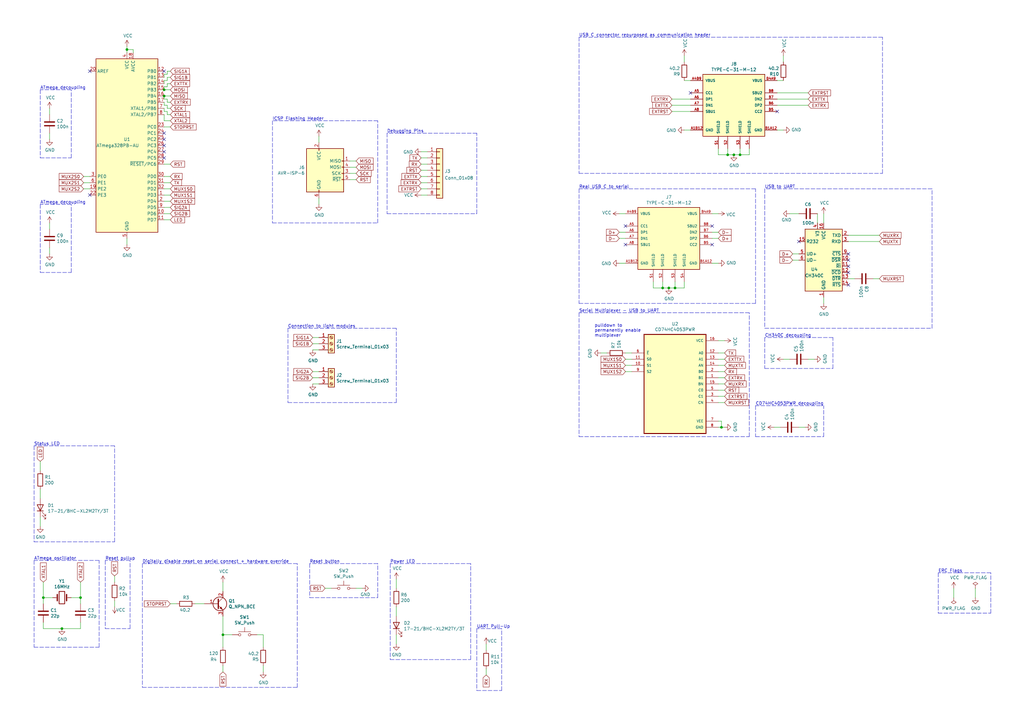
<source format=kicad_sch>
(kicad_sch (version 20211123) (generator eeschema)

  (uuid 9baf7b1e-44a0-4262-8221-97a2fa15d5e8)

  (paper "A3")

  (title_block
    (title "LightControl Console")
    (date "2021-08-10")
    (rev "v00")
    (comment 4 "Author: GHOSCHT")
  )

  (lib_symbols
    (symbol "CD74HC4053PWR:CD74HC4053PWR" (pin_names (offset 1.016)) (in_bom yes) (on_board yes)
      (property "Reference" "U" (id 0) (at -12.7 21.3106 0)
        (effects (font (size 1.27 1.27)) (justify left bottom))
      )
      (property "Value" "CD74HC4053PWR" (id 1) (at -12.7 -24.3078 0)
        (effects (font (size 1.27 1.27)) (justify left bottom))
      )
      (property "Footprint" "SOP65P640X120-16N" (id 2) (at -13.97 -20.32 90)
        (effects (font (size 1.27 1.27)) (justify left bottom) hide)
      )
      (property "Datasheet" "" (id 3) (at 0 0 0)
        (effects (font (size 1.27 1.27)) (justify left bottom) hide)
      )
      (property "ki_locked" "" (id 4) (at 0 0 0)
        (effects (font (size 1.27 1.27)))
      )
      (symbol "CD74HC4053PWR_0_0"
        (rectangle (start -12.7 -20.32) (end 12.7 20.32)
          (stroke (width 0.4064) (type default) (color 0 0 0 0))
          (fill (type background))
        )
        (pin bidirectional line (at 17.78 2.54 180) (length 5.08)
          (name "B1" (effects (font (size 1.016 1.016))))
          (number "1" (effects (font (size 1.016 1.016))))
        )
        (pin input line (at -17.78 7.62 0) (length 5.08)
          (name "S1" (effects (font (size 1.016 1.016))))
          (number "10" (effects (font (size 1.016 1.016))))
        )
        (pin input line (at -17.78 10.16 0) (length 5.08)
          (name "S0" (effects (font (size 1.016 1.016))))
          (number "11" (effects (font (size 1.016 1.016))))
        )
        (pin bidirectional line (at 17.78 12.7 180) (length 5.08)
          (name "A0" (effects (font (size 1.016 1.016))))
          (number "12" (effects (font (size 1.016 1.016))))
        )
        (pin bidirectional line (at 17.78 10.16 180) (length 5.08)
          (name "A1" (effects (font (size 1.016 1.016))))
          (number "13" (effects (font (size 1.016 1.016))))
        )
        (pin bidirectional line (at 17.78 7.62 180) (length 5.08)
          (name "AN" (effects (font (size 1.016 1.016))))
          (number "14" (effects (font (size 1.016 1.016))))
        )
        (pin bidirectional line (at 17.78 0 180) (length 5.08)
          (name "BN" (effects (font (size 1.016 1.016))))
          (number "15" (effects (font (size 1.016 1.016))))
        )
        (pin power_in line (at 17.78 17.78 180) (length 5.08)
          (name "VCC" (effects (font (size 1.016 1.016))))
          (number "16" (effects (font (size 1.016 1.016))))
        )
        (pin bidirectional line (at 17.78 5.08 180) (length 5.08)
          (name "B0" (effects (font (size 1.016 1.016))))
          (number "2" (effects (font (size 1.016 1.016))))
        )
        (pin bidirectional line (at 17.78 -5.08 180) (length 5.08)
          (name "C1" (effects (font (size 1.016 1.016))))
          (number "3" (effects (font (size 1.016 1.016))))
        )
        (pin bidirectional line (at 17.78 -7.62 180) (length 5.08)
          (name "CN" (effects (font (size 1.016 1.016))))
          (number "4" (effects (font (size 1.016 1.016))))
        )
        (pin bidirectional line (at 17.78 -2.54 180) (length 5.08)
          (name "C0" (effects (font (size 1.016 1.016))))
          (number "5" (effects (font (size 1.016 1.016))))
        )
        (pin input line (at -17.78 12.7 0) (length 5.08)
          (name "~{E}" (effects (font (size 1.016 1.016))))
          (number "6" (effects (font (size 1.016 1.016))))
        )
        (pin power_in line (at 17.78 -15.24 180) (length 5.08)
          (name "VEE" (effects (font (size 1.016 1.016))))
          (number "7" (effects (font (size 1.016 1.016))))
        )
        (pin power_in line (at 17.78 -17.78 180) (length 5.08)
          (name "GND" (effects (font (size 1.016 1.016))))
          (number "8" (effects (font (size 1.016 1.016))))
        )
        (pin input line (at -17.78 5.08 0) (length 5.08)
          (name "S2" (effects (font (size 1.016 1.016))))
          (number "9" (effects (font (size 1.016 1.016))))
        )
      )
    )
    (symbol "Connector:AVR-ISP-6" (pin_names (offset 1.016)) (in_bom yes) (on_board yes)
      (property "Reference" "J" (id 0) (at -6.35 11.43 0)
        (effects (font (size 1.27 1.27)) (justify left))
      )
      (property "Value" "AVR-ISP-6" (id 1) (at 0 11.43 0)
        (effects (font (size 1.27 1.27)) (justify left))
      )
      (property "Footprint" "" (id 2) (at -6.35 1.27 90)
        (effects (font (size 1.27 1.27)) hide)
      )
      (property "Datasheet" " ~" (id 3) (at -32.385 -13.97 0)
        (effects (font (size 1.27 1.27)) hide)
      )
      (property "ki_keywords" "AVR ISP Connector" (id 4) (at 0 0 0)
        (effects (font (size 1.27 1.27)) hide)
      )
      (property "ki_description" "Atmel 6-pin ISP connector" (id 5) (at 0 0 0)
        (effects (font (size 1.27 1.27)) hide)
      )
      (property "ki_fp_filters" "IDC?Header*2x03* Pin?Header*2x03*" (id 6) (at 0 0 0)
        (effects (font (size 1.27 1.27)) hide)
      )
      (symbol "AVR-ISP-6_0_1"
        (rectangle (start -2.667 -6.858) (end -2.413 -7.62)
          (stroke (width 0) (type default) (color 0 0 0 0))
          (fill (type none))
        )
        (rectangle (start -2.667 10.16) (end -2.413 9.398)
          (stroke (width 0) (type default) (color 0 0 0 0))
          (fill (type none))
        )
        (rectangle (start 7.62 -2.413) (end 6.858 -2.667)
          (stroke (width 0) (type default) (color 0 0 0 0))
          (fill (type none))
        )
        (rectangle (start 7.62 0.127) (end 6.858 -0.127)
          (stroke (width 0) (type default) (color 0 0 0 0))
          (fill (type none))
        )
        (rectangle (start 7.62 2.667) (end 6.858 2.413)
          (stroke (width 0) (type default) (color 0 0 0 0))
          (fill (type none))
        )
        (rectangle (start 7.62 5.207) (end 6.858 4.953)
          (stroke (width 0) (type default) (color 0 0 0 0))
          (fill (type none))
        )
        (rectangle (start 7.62 10.16) (end -7.62 -7.62)
          (stroke (width 0.254) (type default) (color 0 0 0 0))
          (fill (type background))
        )
      )
      (symbol "AVR-ISP-6_1_1"
        (pin passive line (at 10.16 5.08 180) (length 2.54)
          (name "MISO" (effects (font (size 1.27 1.27))))
          (number "1" (effects (font (size 1.27 1.27))))
        )
        (pin passive line (at -2.54 12.7 270) (length 2.54)
          (name "VCC" (effects (font (size 1.27 1.27))))
          (number "2" (effects (font (size 1.27 1.27))))
        )
        (pin passive line (at 10.16 0 180) (length 2.54)
          (name "SCK" (effects (font (size 1.27 1.27))))
          (number "3" (effects (font (size 1.27 1.27))))
        )
        (pin passive line (at 10.16 2.54 180) (length 2.54)
          (name "MOSI" (effects (font (size 1.27 1.27))))
          (number "4" (effects (font (size 1.27 1.27))))
        )
        (pin passive line (at 10.16 -2.54 180) (length 2.54)
          (name "~{RST}" (effects (font (size 1.27 1.27))))
          (number "5" (effects (font (size 1.27 1.27))))
        )
        (pin passive line (at -2.54 -10.16 90) (length 2.54)
          (name "GND" (effects (font (size 1.27 1.27))))
          (number "6" (effects (font (size 1.27 1.27))))
        )
      )
    )
    (symbol "Connector:Screw_Terminal_01x03" (pin_names (offset 1.016) hide) (in_bom yes) (on_board yes)
      (property "Reference" "J" (id 0) (at 0 5.08 0)
        (effects (font (size 1.27 1.27)))
      )
      (property "Value" "Screw_Terminal_01x03" (id 1) (at 0 -5.08 0)
        (effects (font (size 1.27 1.27)))
      )
      (property "Footprint" "" (id 2) (at 0 0 0)
        (effects (font (size 1.27 1.27)) hide)
      )
      (property "Datasheet" "~" (id 3) (at 0 0 0)
        (effects (font (size 1.27 1.27)) hide)
      )
      (property "ki_keywords" "screw terminal" (id 4) (at 0 0 0)
        (effects (font (size 1.27 1.27)) hide)
      )
      (property "ki_description" "Generic screw terminal, single row, 01x03, script generated (kicad-library-utils/schlib/autogen/connector/)" (id 5) (at 0 0 0)
        (effects (font (size 1.27 1.27)) hide)
      )
      (property "ki_fp_filters" "TerminalBlock*:*" (id 6) (at 0 0 0)
        (effects (font (size 1.27 1.27)) hide)
      )
      (symbol "Screw_Terminal_01x03_1_1"
        (rectangle (start -1.27 3.81) (end 1.27 -3.81)
          (stroke (width 0.254) (type default) (color 0 0 0 0))
          (fill (type background))
        )
        (circle (center 0 -2.54) (radius 0.635)
          (stroke (width 0.1524) (type default) (color 0 0 0 0))
          (fill (type none))
        )
        (polyline
          (pts
            (xy -0.5334 -2.2098)
            (xy 0.3302 -3.048)
          )
          (stroke (width 0.1524) (type default) (color 0 0 0 0))
          (fill (type none))
        )
        (polyline
          (pts
            (xy -0.5334 0.3302)
            (xy 0.3302 -0.508)
          )
          (stroke (width 0.1524) (type default) (color 0 0 0 0))
          (fill (type none))
        )
        (polyline
          (pts
            (xy -0.5334 2.8702)
            (xy 0.3302 2.032)
          )
          (stroke (width 0.1524) (type default) (color 0 0 0 0))
          (fill (type none))
        )
        (polyline
          (pts
            (xy -0.3556 -2.032)
            (xy 0.508 -2.8702)
          )
          (stroke (width 0.1524) (type default) (color 0 0 0 0))
          (fill (type none))
        )
        (polyline
          (pts
            (xy -0.3556 0.508)
            (xy 0.508 -0.3302)
          )
          (stroke (width 0.1524) (type default) (color 0 0 0 0))
          (fill (type none))
        )
        (polyline
          (pts
            (xy -0.3556 3.048)
            (xy 0.508 2.2098)
          )
          (stroke (width 0.1524) (type default) (color 0 0 0 0))
          (fill (type none))
        )
        (circle (center 0 0) (radius 0.635)
          (stroke (width 0.1524) (type default) (color 0 0 0 0))
          (fill (type none))
        )
        (circle (center 0 2.54) (radius 0.635)
          (stroke (width 0.1524) (type default) (color 0 0 0 0))
          (fill (type none))
        )
        (pin passive line (at -5.08 2.54 0) (length 3.81)
          (name "Pin_1" (effects (font (size 1.27 1.27))))
          (number "1" (effects (font (size 1.27 1.27))))
        )
        (pin passive line (at -5.08 0 0) (length 3.81)
          (name "Pin_2" (effects (font (size 1.27 1.27))))
          (number "2" (effects (font (size 1.27 1.27))))
        )
        (pin passive line (at -5.08 -2.54 0) (length 3.81)
          (name "Pin_3" (effects (font (size 1.27 1.27))))
          (number "3" (effects (font (size 1.27 1.27))))
        )
      )
    )
    (symbol "Connector_Generic:Conn_01x08" (pin_names (offset 1.016) hide) (in_bom yes) (on_board yes)
      (property "Reference" "J" (id 0) (at 0 10.16 0)
        (effects (font (size 1.27 1.27)))
      )
      (property "Value" "Conn_01x08" (id 1) (at 0 -12.7 0)
        (effects (font (size 1.27 1.27)))
      )
      (property "Footprint" "" (id 2) (at 0 0 0)
        (effects (font (size 1.27 1.27)) hide)
      )
      (property "Datasheet" "~" (id 3) (at 0 0 0)
        (effects (font (size 1.27 1.27)) hide)
      )
      (property "ki_keywords" "connector" (id 4) (at 0 0 0)
        (effects (font (size 1.27 1.27)) hide)
      )
      (property "ki_description" "Generic connector, single row, 01x08, script generated (kicad-library-utils/schlib/autogen/connector/)" (id 5) (at 0 0 0)
        (effects (font (size 1.27 1.27)) hide)
      )
      (property "ki_fp_filters" "Connector*:*_1x??_*" (id 6) (at 0 0 0)
        (effects (font (size 1.27 1.27)) hide)
      )
      (symbol "Conn_01x08_1_1"
        (rectangle (start -1.27 -10.033) (end 0 -10.287)
          (stroke (width 0.1524) (type default) (color 0 0 0 0))
          (fill (type none))
        )
        (rectangle (start -1.27 -7.493) (end 0 -7.747)
          (stroke (width 0.1524) (type default) (color 0 0 0 0))
          (fill (type none))
        )
        (rectangle (start -1.27 -4.953) (end 0 -5.207)
          (stroke (width 0.1524) (type default) (color 0 0 0 0))
          (fill (type none))
        )
        (rectangle (start -1.27 -2.413) (end 0 -2.667)
          (stroke (width 0.1524) (type default) (color 0 0 0 0))
          (fill (type none))
        )
        (rectangle (start -1.27 0.127) (end 0 -0.127)
          (stroke (width 0.1524) (type default) (color 0 0 0 0))
          (fill (type none))
        )
        (rectangle (start -1.27 2.667) (end 0 2.413)
          (stroke (width 0.1524) (type default) (color 0 0 0 0))
          (fill (type none))
        )
        (rectangle (start -1.27 5.207) (end 0 4.953)
          (stroke (width 0.1524) (type default) (color 0 0 0 0))
          (fill (type none))
        )
        (rectangle (start -1.27 7.747) (end 0 7.493)
          (stroke (width 0.1524) (type default) (color 0 0 0 0))
          (fill (type none))
        )
        (rectangle (start -1.27 8.89) (end 1.27 -11.43)
          (stroke (width 0.254) (type default) (color 0 0 0 0))
          (fill (type background))
        )
        (pin passive line (at -5.08 7.62 0) (length 3.81)
          (name "Pin_1" (effects (font (size 1.27 1.27))))
          (number "1" (effects (font (size 1.27 1.27))))
        )
        (pin passive line (at -5.08 5.08 0) (length 3.81)
          (name "Pin_2" (effects (font (size 1.27 1.27))))
          (number "2" (effects (font (size 1.27 1.27))))
        )
        (pin passive line (at -5.08 2.54 0) (length 3.81)
          (name "Pin_3" (effects (font (size 1.27 1.27))))
          (number "3" (effects (font (size 1.27 1.27))))
        )
        (pin passive line (at -5.08 0 0) (length 3.81)
          (name "Pin_4" (effects (font (size 1.27 1.27))))
          (number "4" (effects (font (size 1.27 1.27))))
        )
        (pin passive line (at -5.08 -2.54 0) (length 3.81)
          (name "Pin_5" (effects (font (size 1.27 1.27))))
          (number "5" (effects (font (size 1.27 1.27))))
        )
        (pin passive line (at -5.08 -5.08 0) (length 3.81)
          (name "Pin_6" (effects (font (size 1.27 1.27))))
          (number "6" (effects (font (size 1.27 1.27))))
        )
        (pin passive line (at -5.08 -7.62 0) (length 3.81)
          (name "Pin_7" (effects (font (size 1.27 1.27))))
          (number "7" (effects (font (size 1.27 1.27))))
        )
        (pin passive line (at -5.08 -10.16 0) (length 3.81)
          (name "Pin_8" (effects (font (size 1.27 1.27))))
          (number "8" (effects (font (size 1.27 1.27))))
        )
      )
    )
    (symbol "Device:C" (pin_numbers hide) (pin_names (offset 0.254)) (in_bom yes) (on_board yes)
      (property "Reference" "C" (id 0) (at 0.635 2.54 0)
        (effects (font (size 1.27 1.27)) (justify left))
      )
      (property "Value" "C" (id 1) (at 0.635 -2.54 0)
        (effects (font (size 1.27 1.27)) (justify left))
      )
      (property "Footprint" "" (id 2) (at 0.9652 -3.81 0)
        (effects (font (size 1.27 1.27)) hide)
      )
      (property "Datasheet" "~" (id 3) (at 0 0 0)
        (effects (font (size 1.27 1.27)) hide)
      )
      (property "ki_keywords" "cap capacitor" (id 4) (at 0 0 0)
        (effects (font (size 1.27 1.27)) hide)
      )
      (property "ki_description" "Unpolarized capacitor" (id 5) (at 0 0 0)
        (effects (font (size 1.27 1.27)) hide)
      )
      (property "ki_fp_filters" "C_*" (id 6) (at 0 0 0)
        (effects (font (size 1.27 1.27)) hide)
      )
      (symbol "C_0_1"
        (polyline
          (pts
            (xy -2.032 -0.762)
            (xy 2.032 -0.762)
          )
          (stroke (width 0.508) (type default) (color 0 0 0 0))
          (fill (type none))
        )
        (polyline
          (pts
            (xy -2.032 0.762)
            (xy 2.032 0.762)
          )
          (stroke (width 0.508) (type default) (color 0 0 0 0))
          (fill (type none))
        )
      )
      (symbol "C_1_1"
        (pin passive line (at 0 3.81 270) (length 2.794)
          (name "~" (effects (font (size 1.27 1.27))))
          (number "1" (effects (font (size 1.27 1.27))))
        )
        (pin passive line (at 0 -3.81 90) (length 2.794)
          (name "~" (effects (font (size 1.27 1.27))))
          (number "2" (effects (font (size 1.27 1.27))))
        )
      )
    )
    (symbol "Device:Crystal" (pin_numbers hide) (pin_names (offset 1.016) hide) (in_bom yes) (on_board yes)
      (property "Reference" "Y" (id 0) (at 0 3.81 0)
        (effects (font (size 1.27 1.27)))
      )
      (property "Value" "Crystal" (id 1) (at 0 -3.81 0)
        (effects (font (size 1.27 1.27)))
      )
      (property "Footprint" "" (id 2) (at 0 0 0)
        (effects (font (size 1.27 1.27)) hide)
      )
      (property "Datasheet" "~" (id 3) (at 0 0 0)
        (effects (font (size 1.27 1.27)) hide)
      )
      (property "ki_keywords" "quartz ceramic resonator oscillator" (id 4) (at 0 0 0)
        (effects (font (size 1.27 1.27)) hide)
      )
      (property "ki_description" "Two pin crystal" (id 5) (at 0 0 0)
        (effects (font (size 1.27 1.27)) hide)
      )
      (property "ki_fp_filters" "Crystal*" (id 6) (at 0 0 0)
        (effects (font (size 1.27 1.27)) hide)
      )
      (symbol "Crystal_0_1"
        (rectangle (start -1.143 2.54) (end 1.143 -2.54)
          (stroke (width 0.3048) (type default) (color 0 0 0 0))
          (fill (type none))
        )
        (polyline
          (pts
            (xy -2.54 0)
            (xy -1.905 0)
          )
          (stroke (width 0) (type default) (color 0 0 0 0))
          (fill (type none))
        )
        (polyline
          (pts
            (xy -1.905 -1.27)
            (xy -1.905 1.27)
          )
          (stroke (width 0.508) (type default) (color 0 0 0 0))
          (fill (type none))
        )
        (polyline
          (pts
            (xy 1.905 -1.27)
            (xy 1.905 1.27)
          )
          (stroke (width 0.508) (type default) (color 0 0 0 0))
          (fill (type none))
        )
        (polyline
          (pts
            (xy 2.54 0)
            (xy 1.905 0)
          )
          (stroke (width 0) (type default) (color 0 0 0 0))
          (fill (type none))
        )
      )
      (symbol "Crystal_1_1"
        (pin passive line (at -3.81 0 0) (length 1.27)
          (name "1" (effects (font (size 1.27 1.27))))
          (number "1" (effects (font (size 1.27 1.27))))
        )
        (pin passive line (at 3.81 0 180) (length 1.27)
          (name "2" (effects (font (size 1.27 1.27))))
          (number "2" (effects (font (size 1.27 1.27))))
        )
      )
    )
    (symbol "Device:LED" (pin_numbers hide) (pin_names (offset 1.016) hide) (in_bom yes) (on_board yes)
      (property "Reference" "D" (id 0) (at 0 2.54 0)
        (effects (font (size 1.27 1.27)))
      )
      (property "Value" "LED" (id 1) (at 0 -2.54 0)
        (effects (font (size 1.27 1.27)))
      )
      (property "Footprint" "" (id 2) (at 0 0 0)
        (effects (font (size 1.27 1.27)) hide)
      )
      (property "Datasheet" "~" (id 3) (at 0 0 0)
        (effects (font (size 1.27 1.27)) hide)
      )
      (property "ki_keywords" "LED diode" (id 4) (at 0 0 0)
        (effects (font (size 1.27 1.27)) hide)
      )
      (property "ki_description" "Light emitting diode" (id 5) (at 0 0 0)
        (effects (font (size 1.27 1.27)) hide)
      )
      (property "ki_fp_filters" "LED* LED_SMD:* LED_THT:*" (id 6) (at 0 0 0)
        (effects (font (size 1.27 1.27)) hide)
      )
      (symbol "LED_0_1"
        (polyline
          (pts
            (xy -1.27 -1.27)
            (xy -1.27 1.27)
          )
          (stroke (width 0.254) (type default) (color 0 0 0 0))
          (fill (type none))
        )
        (polyline
          (pts
            (xy -1.27 0)
            (xy 1.27 0)
          )
          (stroke (width 0) (type default) (color 0 0 0 0))
          (fill (type none))
        )
        (polyline
          (pts
            (xy 1.27 -1.27)
            (xy 1.27 1.27)
            (xy -1.27 0)
            (xy 1.27 -1.27)
          )
          (stroke (width 0.254) (type default) (color 0 0 0 0))
          (fill (type none))
        )
        (polyline
          (pts
            (xy -3.048 -0.762)
            (xy -4.572 -2.286)
            (xy -3.81 -2.286)
            (xy -4.572 -2.286)
            (xy -4.572 -1.524)
          )
          (stroke (width 0) (type default) (color 0 0 0 0))
          (fill (type none))
        )
        (polyline
          (pts
            (xy -1.778 -0.762)
            (xy -3.302 -2.286)
            (xy -2.54 -2.286)
            (xy -3.302 -2.286)
            (xy -3.302 -1.524)
          )
          (stroke (width 0) (type default) (color 0 0 0 0))
          (fill (type none))
        )
      )
      (symbol "LED_1_1"
        (pin passive line (at -3.81 0 0) (length 2.54)
          (name "K" (effects (font (size 1.27 1.27))))
          (number "1" (effects (font (size 1.27 1.27))))
        )
        (pin passive line (at 3.81 0 180) (length 2.54)
          (name "A" (effects (font (size 1.27 1.27))))
          (number "2" (effects (font (size 1.27 1.27))))
        )
      )
    )
    (symbol "Device:Q_NPN_BCE" (pin_names (offset 0) hide) (in_bom yes) (on_board yes)
      (property "Reference" "Q" (id 0) (at 5.08 1.27 0)
        (effects (font (size 1.27 1.27)) (justify left))
      )
      (property "Value" "Q_NPN_BCE" (id 1) (at 5.08 -1.27 0)
        (effects (font (size 1.27 1.27)) (justify left))
      )
      (property "Footprint" "" (id 2) (at 5.08 2.54 0)
        (effects (font (size 1.27 1.27)) hide)
      )
      (property "Datasheet" "~" (id 3) (at 0 0 0)
        (effects (font (size 1.27 1.27)) hide)
      )
      (property "ki_keywords" "transistor NPN" (id 4) (at 0 0 0)
        (effects (font (size 1.27 1.27)) hide)
      )
      (property "ki_description" "NPN transistor, base/collector/emitter" (id 5) (at 0 0 0)
        (effects (font (size 1.27 1.27)) hide)
      )
      (symbol "Q_NPN_BCE_0_1"
        (polyline
          (pts
            (xy 0.635 0.635)
            (xy 2.54 2.54)
          )
          (stroke (width 0) (type default) (color 0 0 0 0))
          (fill (type none))
        )
        (polyline
          (pts
            (xy 0.635 -0.635)
            (xy 2.54 -2.54)
            (xy 2.54 -2.54)
          )
          (stroke (width 0) (type default) (color 0 0 0 0))
          (fill (type none))
        )
        (polyline
          (pts
            (xy 0.635 1.905)
            (xy 0.635 -1.905)
            (xy 0.635 -1.905)
          )
          (stroke (width 0.508) (type default) (color 0 0 0 0))
          (fill (type none))
        )
        (polyline
          (pts
            (xy 1.27 -1.778)
            (xy 1.778 -1.27)
            (xy 2.286 -2.286)
            (xy 1.27 -1.778)
            (xy 1.27 -1.778)
          )
          (stroke (width 0) (type default) (color 0 0 0 0))
          (fill (type outline))
        )
        (circle (center 1.27 0) (radius 2.8194)
          (stroke (width 0.254) (type default) (color 0 0 0 0))
          (fill (type none))
        )
      )
      (symbol "Q_NPN_BCE_1_1"
        (pin input line (at -5.08 0 0) (length 5.715)
          (name "B" (effects (font (size 1.27 1.27))))
          (number "1" (effects (font (size 1.27 1.27))))
        )
        (pin passive line (at 2.54 5.08 270) (length 2.54)
          (name "C" (effects (font (size 1.27 1.27))))
          (number "2" (effects (font (size 1.27 1.27))))
        )
        (pin passive line (at 2.54 -5.08 90) (length 2.54)
          (name "E" (effects (font (size 1.27 1.27))))
          (number "3" (effects (font (size 1.27 1.27))))
        )
      )
    )
    (symbol "Device:R" (pin_numbers hide) (pin_names (offset 0)) (in_bom yes) (on_board yes)
      (property "Reference" "R" (id 0) (at 2.032 0 90)
        (effects (font (size 1.27 1.27)))
      )
      (property "Value" "R" (id 1) (at 0 0 90)
        (effects (font (size 1.27 1.27)))
      )
      (property "Footprint" "" (id 2) (at -1.778 0 90)
        (effects (font (size 1.27 1.27)) hide)
      )
      (property "Datasheet" "~" (id 3) (at 0 0 0)
        (effects (font (size 1.27 1.27)) hide)
      )
      (property "ki_keywords" "R res resistor" (id 4) (at 0 0 0)
        (effects (font (size 1.27 1.27)) hide)
      )
      (property "ki_description" "Resistor" (id 5) (at 0 0 0)
        (effects (font (size 1.27 1.27)) hide)
      )
      (property "ki_fp_filters" "R_*" (id 6) (at 0 0 0)
        (effects (font (size 1.27 1.27)) hide)
      )
      (symbol "R_0_1"
        (rectangle (start -1.016 -2.54) (end 1.016 2.54)
          (stroke (width 0.254) (type default) (color 0 0 0 0))
          (fill (type none))
        )
      )
      (symbol "R_1_1"
        (pin passive line (at 0 3.81 270) (length 1.27)
          (name "~" (effects (font (size 1.27 1.27))))
          (number "1" (effects (font (size 1.27 1.27))))
        )
        (pin passive line (at 0 -3.81 90) (length 1.27)
          (name "~" (effects (font (size 1.27 1.27))))
          (number "2" (effects (font (size 1.27 1.27))))
        )
      )
    )
    (symbol "Interface_USB:CH340C" (in_bom yes) (on_board yes)
      (property "Reference" "U" (id 0) (at -5.08 13.97 0)
        (effects (font (size 1.27 1.27)) (justify right))
      )
      (property "Value" "CH340C" (id 1) (at 1.27 13.97 0)
        (effects (font (size 1.27 1.27)) (justify left))
      )
      (property "Footprint" "Package_SO:SOIC-16_3.9x9.9mm_P1.27mm" (id 2) (at 1.27 -13.97 0)
        (effects (font (size 1.27 1.27)) (justify left) hide)
      )
      (property "Datasheet" "https://datasheet.lcsc.com/szlcsc/Jiangsu-Qin-Heng-CH340C_C84681.pdf" (id 3) (at -8.89 20.32 0)
        (effects (font (size 1.27 1.27)) hide)
      )
      (property "ki_keywords" "USB UART Serial Converter Interface" (id 4) (at 0 0 0)
        (effects (font (size 1.27 1.27)) hide)
      )
      (property "ki_description" "USB serial converter, UART, SOIC-16" (id 5) (at 0 0 0)
        (effects (font (size 1.27 1.27)) hide)
      )
      (property "ki_fp_filters" "SOIC*3.9x9.9mm*P1.27mm*" (id 6) (at 0 0 0)
        (effects (font (size 1.27 1.27)) hide)
      )
      (symbol "CH340C_0_1"
        (rectangle (start -7.62 12.7) (end 7.62 -12.7)
          (stroke (width 0.254) (type default) (color 0 0 0 0))
          (fill (type background))
        )
      )
      (symbol "CH340C_1_1"
        (pin power_in line (at 0 -15.24 90) (length 2.54)
          (name "GND" (effects (font (size 1.27 1.27))))
          (number "1" (effects (font (size 1.27 1.27))))
        )
        (pin input line (at 10.16 0 180) (length 2.54)
          (name "~{DSR}" (effects (font (size 1.27 1.27))))
          (number "10" (effects (font (size 1.27 1.27))))
        )
        (pin input line (at 10.16 -2.54 180) (length 2.54)
          (name "~{RI}" (effects (font (size 1.27 1.27))))
          (number "11" (effects (font (size 1.27 1.27))))
        )
        (pin input line (at 10.16 -5.08 180) (length 2.54)
          (name "~{DCD}" (effects (font (size 1.27 1.27))))
          (number "12" (effects (font (size 1.27 1.27))))
        )
        (pin output line (at 10.16 -7.62 180) (length 2.54)
          (name "~{DTR}" (effects (font (size 1.27 1.27))))
          (number "13" (effects (font (size 1.27 1.27))))
        )
        (pin output line (at 10.16 -10.16 180) (length 2.54)
          (name "~{RTS}" (effects (font (size 1.27 1.27))))
          (number "14" (effects (font (size 1.27 1.27))))
        )
        (pin input line (at -10.16 7.62 0) (length 2.54)
          (name "R232" (effects (font (size 1.27 1.27))))
          (number "15" (effects (font (size 1.27 1.27))))
        )
        (pin power_in line (at 0 15.24 270) (length 2.54)
          (name "VCC" (effects (font (size 1.27 1.27))))
          (number "16" (effects (font (size 1.27 1.27))))
        )
        (pin output line (at 10.16 10.16 180) (length 2.54)
          (name "TXD" (effects (font (size 1.27 1.27))))
          (number "2" (effects (font (size 1.27 1.27))))
        )
        (pin input line (at 10.16 7.62 180) (length 2.54)
          (name "RXD" (effects (font (size 1.27 1.27))))
          (number "3" (effects (font (size 1.27 1.27))))
        )
        (pin passive line (at -2.54 15.24 270) (length 2.54)
          (name "V3" (effects (font (size 1.27 1.27))))
          (number "4" (effects (font (size 1.27 1.27))))
        )
        (pin bidirectional line (at -10.16 2.54 0) (length 2.54)
          (name "UD+" (effects (font (size 1.27 1.27))))
          (number "5" (effects (font (size 1.27 1.27))))
        )
        (pin bidirectional line (at -10.16 0 0) (length 2.54)
          (name "UD-" (effects (font (size 1.27 1.27))))
          (number "6" (effects (font (size 1.27 1.27))))
        )
        (pin no_connect line (at -7.62 -7.62 0) (length 2.54) hide
          (name "NC" (effects (font (size 1.27 1.27))))
          (number "7" (effects (font (size 1.27 1.27))))
        )
        (pin no_connect line (at -7.62 -10.16 0) (length 2.54) hide
          (name "NC" (effects (font (size 1.27 1.27))))
          (number "8" (effects (font (size 1.27 1.27))))
        )
        (pin input line (at 10.16 2.54 180) (length 2.54)
          (name "~{CTS}" (effects (font (size 1.27 1.27))))
          (number "9" (effects (font (size 1.27 1.27))))
        )
      )
    )
    (symbol "MCU_Microchip_ATmega:ATmega328PB-AU" (in_bom yes) (on_board yes)
      (property "Reference" "U" (id 0) (at -12.7 36.83 0)
        (effects (font (size 1.27 1.27)) (justify left bottom))
      )
      (property "Value" "MCU_Microchip_ATmega_ATmega328PB-AU" (id 1) (at 2.54 -36.83 0)
        (effects (font (size 1.27 1.27)) (justify left top))
      )
      (property "Footprint" "Package_QFP:TQFP-32_7x7mm_P0.8mm" (id 2) (at 0 0 0)
        (effects (font (size 1.27 1.27) italic) hide)
      )
      (property "Datasheet" "" (id 3) (at 0 0 0)
        (effects (font (size 1.27 1.27)) hide)
      )
      (property "ki_fp_filters" "TQFP*7x7mm*P0.8mm*" (id 4) (at 0 0 0)
        (effects (font (size 1.27 1.27)) hide)
      )
      (symbol "ATmega328PB-AU_0_1"
        (rectangle (start -12.7 -35.56) (end 12.7 35.56)
          (stroke (width 0.254) (type default) (color 0 0 0 0))
          (fill (type background))
        )
      )
      (symbol "ATmega328PB-AU_1_1"
        (pin bidirectional line (at 15.24 -20.32 180) (length 2.54)
          (name "PD3" (effects (font (size 1.27 1.27))))
          (number "1" (effects (font (size 1.27 1.27))))
        )
        (pin bidirectional line (at 15.24 -27.94 180) (length 2.54)
          (name "PD6" (effects (font (size 1.27 1.27))))
          (number "10" (effects (font (size 1.27 1.27))))
        )
        (pin bidirectional line (at 15.24 -30.48 180) (length 2.54)
          (name "PD7" (effects (font (size 1.27 1.27))))
          (number "11" (effects (font (size 1.27 1.27))))
        )
        (pin bidirectional line (at 15.24 30.48 180) (length 2.54)
          (name "PB0" (effects (font (size 1.27 1.27))))
          (number "12" (effects (font (size 1.27 1.27))))
        )
        (pin bidirectional line (at 15.24 27.94 180) (length 2.54)
          (name "PB1" (effects (font (size 1.27 1.27))))
          (number "13" (effects (font (size 1.27 1.27))))
        )
        (pin bidirectional line (at 15.24 25.4 180) (length 2.54)
          (name "PB2" (effects (font (size 1.27 1.27))))
          (number "14" (effects (font (size 1.27 1.27))))
        )
        (pin bidirectional line (at 15.24 22.86 180) (length 2.54)
          (name "PB3" (effects (font (size 1.27 1.27))))
          (number "15" (effects (font (size 1.27 1.27))))
        )
        (pin bidirectional line (at 15.24 20.32 180) (length 2.54)
          (name "PB4" (effects (font (size 1.27 1.27))))
          (number "16" (effects (font (size 1.27 1.27))))
        )
        (pin bidirectional line (at 15.24 17.78 180) (length 2.54)
          (name "PB5" (effects (font (size 1.27 1.27))))
          (number "17" (effects (font (size 1.27 1.27))))
        )
        (pin power_in line (at 2.54 38.1 270) (length 2.54)
          (name "AVCC" (effects (font (size 1.27 1.27))))
          (number "18" (effects (font (size 1.27 1.27))))
        )
        (pin bidirectional line (at -15.24 -17.78 0) (length 2.54)
          (name "PE2" (effects (font (size 1.27 1.27))))
          (number "19" (effects (font (size 1.27 1.27))))
        )
        (pin bidirectional line (at 15.24 -22.86 180) (length 2.54)
          (name "PD4" (effects (font (size 1.27 1.27))))
          (number "2" (effects (font (size 1.27 1.27))))
        )
        (pin passive line (at -15.24 30.48 0) (length 2.54)
          (name "AREF" (effects (font (size 1.27 1.27))))
          (number "20" (effects (font (size 1.27 1.27))))
        )
        (pin passive line (at 0 -38.1 90) (length 2.54) hide
          (name "GND" (effects (font (size 1.27 1.27))))
          (number "21" (effects (font (size 1.27 1.27))))
        )
        (pin bidirectional line (at -15.24 -20.32 0) (length 2.54)
          (name "PE3" (effects (font (size 1.27 1.27))))
          (number "22" (effects (font (size 1.27 1.27))))
        )
        (pin bidirectional line (at 15.24 7.62 180) (length 2.54)
          (name "PC0" (effects (font (size 1.27 1.27))))
          (number "23" (effects (font (size 1.27 1.27))))
        )
        (pin bidirectional line (at 15.24 5.08 180) (length 2.54)
          (name "PC1" (effects (font (size 1.27 1.27))))
          (number "24" (effects (font (size 1.27 1.27))))
        )
        (pin bidirectional line (at 15.24 2.54 180) (length 2.54)
          (name "PC2" (effects (font (size 1.27 1.27))))
          (number "25" (effects (font (size 1.27 1.27))))
        )
        (pin bidirectional line (at 15.24 0 180) (length 2.54)
          (name "PC3" (effects (font (size 1.27 1.27))))
          (number "26" (effects (font (size 1.27 1.27))))
        )
        (pin bidirectional line (at 15.24 -2.54 180) (length 2.54)
          (name "PC4" (effects (font (size 1.27 1.27))))
          (number "27" (effects (font (size 1.27 1.27))))
        )
        (pin bidirectional line (at 15.24 -5.08 180) (length 2.54)
          (name "PC5" (effects (font (size 1.27 1.27))))
          (number "28" (effects (font (size 1.27 1.27))))
        )
        (pin bidirectional line (at 15.24 -7.62 180) (length 2.54)
          (name "~{RESET}/PC6" (effects (font (size 1.27 1.27))))
          (number "29" (effects (font (size 1.27 1.27))))
        )
        (pin bidirectional line (at -15.24 -12.7 0) (length 2.54)
          (name "PE0" (effects (font (size 1.27 1.27))))
          (number "3" (effects (font (size 1.27 1.27))))
        )
        (pin bidirectional line (at 15.24 -12.7 180) (length 2.54)
          (name "PD0" (effects (font (size 1.27 1.27))))
          (number "30" (effects (font (size 1.27 1.27))))
        )
        (pin bidirectional line (at 15.24 -15.24 180) (length 2.54)
          (name "PD1" (effects (font (size 1.27 1.27))))
          (number "31" (effects (font (size 1.27 1.27))))
        )
        (pin bidirectional line (at 15.24 -17.78 180) (length 2.54)
          (name "PD2" (effects (font (size 1.27 1.27))))
          (number "32" (effects (font (size 1.27 1.27))))
        )
        (pin power_in line (at 0 38.1 270) (length 2.54)
          (name "VCC" (effects (font (size 1.27 1.27))))
          (number "4" (effects (font (size 1.27 1.27))))
        )
        (pin power_in line (at 0 -38.1 90) (length 2.54)
          (name "GND" (effects (font (size 1.27 1.27))))
          (number "5" (effects (font (size 1.27 1.27))))
        )
        (pin bidirectional line (at -15.24 -15.24 0) (length 2.54)
          (name "PE1" (effects (font (size 1.27 1.27))))
          (number "6" (effects (font (size 1.27 1.27))))
        )
        (pin bidirectional line (at 15.24 15.24 180) (length 2.54)
          (name "XTAL1/PB6" (effects (font (size 1.27 1.27))))
          (number "7" (effects (font (size 1.27 1.27))))
        )
        (pin bidirectional line (at 15.24 12.7 180) (length 2.54)
          (name "XTAL2/PB7" (effects (font (size 1.27 1.27))))
          (number "8" (effects (font (size 1.27 1.27))))
        )
        (pin bidirectional line (at 15.24 -25.4 180) (length 2.54)
          (name "PD5" (effects (font (size 1.27 1.27))))
          (number "9" (effects (font (size 1.27 1.27))))
        )
      )
    )
    (symbol "Switch:SW_Push" (pin_numbers hide) (pin_names (offset 1.016) hide) (in_bom yes) (on_board yes)
      (property "Reference" "SW" (id 0) (at 1.27 2.54 0)
        (effects (font (size 1.27 1.27)) (justify left))
      )
      (property "Value" "SW_Push" (id 1) (at 0 -1.524 0)
        (effects (font (size 1.27 1.27)))
      )
      (property "Footprint" "" (id 2) (at 0 5.08 0)
        (effects (font (size 1.27 1.27)) hide)
      )
      (property "Datasheet" "~" (id 3) (at 0 5.08 0)
        (effects (font (size 1.27 1.27)) hide)
      )
      (property "ki_keywords" "switch normally-open pushbutton push-button" (id 4) (at 0 0 0)
        (effects (font (size 1.27 1.27)) hide)
      )
      (property "ki_description" "Push button switch, generic, two pins" (id 5) (at 0 0 0)
        (effects (font (size 1.27 1.27)) hide)
      )
      (symbol "SW_Push_0_1"
        (circle (center -2.032 0) (radius 0.508)
          (stroke (width 0) (type default) (color 0 0 0 0))
          (fill (type none))
        )
        (polyline
          (pts
            (xy 0 1.27)
            (xy 0 3.048)
          )
          (stroke (width 0) (type default) (color 0 0 0 0))
          (fill (type none))
        )
        (polyline
          (pts
            (xy 2.54 1.27)
            (xy -2.54 1.27)
          )
          (stroke (width 0) (type default) (color 0 0 0 0))
          (fill (type none))
        )
        (circle (center 2.032 0) (radius 0.508)
          (stroke (width 0) (type default) (color 0 0 0 0))
          (fill (type none))
        )
        (pin passive line (at -5.08 0 0) (length 2.54)
          (name "1" (effects (font (size 1.27 1.27))))
          (number "1" (effects (font (size 1.27 1.27))))
        )
        (pin passive line (at 5.08 0 180) (length 2.54)
          (name "2" (effects (font (size 1.27 1.27))))
          (number "2" (effects (font (size 1.27 1.27))))
        )
      )
    )
    (symbol "TYPE-C-31-M-12:TYPE-C-31-M-12" (pin_names (offset 1.016)) (in_bom yes) (on_board yes)
      (property "Reference" "J" (id 0) (at -1.27 15.24 0)
        (effects (font (size 1.27 1.27)) (justify left bottom))
      )
      (property "Value" "TYPE-C-31-M-12" (id 1) (at -10.16 13.208 0)
        (effects (font (size 1.27 1.27)) (justify left bottom))
      )
      (property "Footprint" "HRO_TYPE-C-31-M-12" (id 2) (at 0 0 0)
        (effects (font (size 1.27 1.27)) (justify left bottom) hide)
      )
      (property "Datasheet" "" (id 3) (at 0 0 0)
        (effects (font (size 1.27 1.27)) (justify left bottom) hide)
      )
      (property "MAXIMUM_PACKAGE_HEIGHT" "3.31mm" (id 4) (at 0 0 0)
        (effects (font (size 1.27 1.27)) (justify left bottom) hide)
      )
      (property "STANDARD" "Manufacturer Recommendations" (id 5) (at 0 0 0)
        (effects (font (size 1.27 1.27)) (justify left bottom) hide)
      )
      (property "PARTREV" "A" (id 6) (at 0 0 0)
        (effects (font (size 1.27 1.27)) (justify left bottom) hide)
      )
      (property "MANUFACTURER" "HRO Electronics" (id 7) (at 0 0 0)
        (effects (font (size 1.27 1.27)) (justify left bottom) hide)
      )
      (property "ki_locked" "" (id 8) (at 0 0 0)
        (effects (font (size 1.27 1.27)))
      )
      (symbol "TYPE-C-31-M-12_0_0"
        (rectangle (start -12.7 -12.7) (end 12.7 12.7)
          (stroke (width 0.254) (type default) (color 0 0 0 0))
          (fill (type background))
        )
        (pin power_in line (at -17.78 -10.16 0) (length 5.08)
          (name "GND" (effects (font (size 1.016 1.016))))
          (number "A1B12" (effects (font (size 1.016 1.016))))
        )
        (pin power_in line (at -17.78 10.16 0) (length 5.08)
          (name "VBUS" (effects (font (size 1.016 1.016))))
          (number "A4B9" (effects (font (size 1.016 1.016))))
        )
        (pin bidirectional line (at -17.78 5.08 0) (length 5.08)
          (name "CC1" (effects (font (size 1.016 1.016))))
          (number "A5" (effects (font (size 1.016 1.016))))
        )
        (pin bidirectional line (at -17.78 2.54 0) (length 5.08)
          (name "DP1" (effects (font (size 1.016 1.016))))
          (number "A6" (effects (font (size 1.016 1.016))))
        )
        (pin bidirectional line (at -17.78 0 0) (length 5.08)
          (name "DN1" (effects (font (size 1.016 1.016))))
          (number "A7" (effects (font (size 1.016 1.016))))
        )
        (pin bidirectional line (at -17.78 -2.54 0) (length 5.08)
          (name "SBU1" (effects (font (size 1.016 1.016))))
          (number "A8" (effects (font (size 1.016 1.016))))
        )
        (pin power_in line (at 17.78 -10.16 180) (length 5.08)
          (name "GND" (effects (font (size 1.016 1.016))))
          (number "B1A12" (effects (font (size 1.016 1.016))))
        )
        (pin power_in line (at 17.78 10.16 180) (length 5.08)
          (name "VBUS" (effects (font (size 1.016 1.016))))
          (number "B4A9" (effects (font (size 1.016 1.016))))
        )
        (pin bidirectional line (at 17.78 -2.54 180) (length 5.08)
          (name "CC2" (effects (font (size 1.016 1.016))))
          (number "B5" (effects (font (size 1.016 1.016))))
        )
        (pin bidirectional line (at 17.78 0 180) (length 5.08)
          (name "DP2" (effects (font (size 1.016 1.016))))
          (number "B6" (effects (font (size 1.016 1.016))))
        )
        (pin bidirectional line (at 17.78 2.54 180) (length 5.08)
          (name "DN2" (effects (font (size 1.016 1.016))))
          (number "B7" (effects (font (size 1.016 1.016))))
        )
        (pin bidirectional line (at 17.78 5.08 180) (length 5.08)
          (name "SBU2" (effects (font (size 1.016 1.016))))
          (number "B8" (effects (font (size 1.016 1.016))))
        )
        (pin passive line (at -6.35 -17.78 90) (length 5.08)
          (name "SHIELD" (effects (font (size 1.016 1.016))))
          (number "S1" (effects (font (size 1.016 1.016))))
        )
        (pin passive line (at -2.54 -17.78 90) (length 5.08)
          (name "SHIELD" (effects (font (size 1.016 1.016))))
          (number "S2" (effects (font (size 1.016 1.016))))
        )
        (pin passive line (at 2.54 -17.78 90) (length 5.08)
          (name "SHIELD" (effects (font (size 1.016 1.016))))
          (number "S3" (effects (font (size 1.016 1.016))))
        )
        (pin passive line (at 6.35 -17.78 90) (length 5.08)
          (name "SHIELD" (effects (font (size 1.016 1.016))))
          (number "S4" (effects (font (size 1.016 1.016))))
        )
      )
    )
    (symbol "power:GND" (power) (pin_names (offset 0)) (in_bom yes) (on_board yes)
      (property "Reference" "#PWR" (id 0) (at 0 -6.35 0)
        (effects (font (size 1.27 1.27)) hide)
      )
      (property "Value" "GND" (id 1) (at 0 -3.81 0)
        (effects (font (size 1.27 1.27)))
      )
      (property "Footprint" "" (id 2) (at 0 0 0)
        (effects (font (size 1.27 1.27)) hide)
      )
      (property "Datasheet" "" (id 3) (at 0 0 0)
        (effects (font (size 1.27 1.27)) hide)
      )
      (property "ki_keywords" "power-flag" (id 4) (at 0 0 0)
        (effects (font (size 1.27 1.27)) hide)
      )
      (property "ki_description" "Power symbol creates a global label with name \"GND\" , ground" (id 5) (at 0 0 0)
        (effects (font (size 1.27 1.27)) hide)
      )
      (symbol "GND_0_1"
        (polyline
          (pts
            (xy 0 0)
            (xy 0 -1.27)
            (xy 1.27 -1.27)
            (xy 0 -2.54)
            (xy -1.27 -1.27)
            (xy 0 -1.27)
          )
          (stroke (width 0) (type default) (color 0 0 0 0))
          (fill (type none))
        )
      )
      (symbol "GND_1_1"
        (pin power_in line (at 0 0 270) (length 0) hide
          (name "GND" (effects (font (size 1.27 1.27))))
          (number "1" (effects (font (size 1.27 1.27))))
        )
      )
    )
    (symbol "power:PWR_FLAG" (power) (pin_numbers hide) (pin_names (offset 0) hide) (in_bom yes) (on_board yes)
      (property "Reference" "#FLG" (id 0) (at 0 1.905 0)
        (effects (font (size 1.27 1.27)) hide)
      )
      (property "Value" "PWR_FLAG" (id 1) (at 0 3.81 0)
        (effects (font (size 1.27 1.27)))
      )
      (property "Footprint" "" (id 2) (at 0 0 0)
        (effects (font (size 1.27 1.27)) hide)
      )
      (property "Datasheet" "~" (id 3) (at 0 0 0)
        (effects (font (size 1.27 1.27)) hide)
      )
      (property "ki_keywords" "power-flag" (id 4) (at 0 0 0)
        (effects (font (size 1.27 1.27)) hide)
      )
      (property "ki_description" "Special symbol for telling ERC where power comes from" (id 5) (at 0 0 0)
        (effects (font (size 1.27 1.27)) hide)
      )
      (symbol "PWR_FLAG_0_0"
        (pin power_out line (at 0 0 90) (length 0)
          (name "pwr" (effects (font (size 1.27 1.27))))
          (number "1" (effects (font (size 1.27 1.27))))
        )
      )
      (symbol "PWR_FLAG_0_1"
        (polyline
          (pts
            (xy 0 0)
            (xy 0 1.27)
            (xy -1.016 1.905)
            (xy 0 2.54)
            (xy 1.016 1.905)
            (xy 0 1.27)
          )
          (stroke (width 0) (type default) (color 0 0 0 0))
          (fill (type none))
        )
      )
    )
    (symbol "power:VCC" (power) (pin_names (offset 0)) (in_bom yes) (on_board yes)
      (property "Reference" "#PWR" (id 0) (at 0 -3.81 0)
        (effects (font (size 1.27 1.27)) hide)
      )
      (property "Value" "VCC" (id 1) (at 0 3.81 0)
        (effects (font (size 1.27 1.27)))
      )
      (property "Footprint" "" (id 2) (at 0 0 0)
        (effects (font (size 1.27 1.27)) hide)
      )
      (property "Datasheet" "" (id 3) (at 0 0 0)
        (effects (font (size 1.27 1.27)) hide)
      )
      (property "ki_keywords" "power-flag" (id 4) (at 0 0 0)
        (effects (font (size 1.27 1.27)) hide)
      )
      (property "ki_description" "Power symbol creates a global label with name \"VCC\"" (id 5) (at 0 0 0)
        (effects (font (size 1.27 1.27)) hide)
      )
      (symbol "VCC_0_1"
        (polyline
          (pts
            (xy -0.762 1.27)
            (xy 0 2.54)
          )
          (stroke (width 0) (type default) (color 0 0 0 0))
          (fill (type none))
        )
        (polyline
          (pts
            (xy 0 0)
            (xy 0 2.54)
          )
          (stroke (width 0) (type default) (color 0 0 0 0))
          (fill (type none))
        )
        (polyline
          (pts
            (xy 0 2.54)
            (xy 0.762 1.27)
          )
          (stroke (width 0) (type default) (color 0 0 0 0))
          (fill (type none))
        )
      )
      (symbol "VCC_1_1"
        (pin power_in line (at 0 0 90) (length 0) hide
          (name "VCC" (effects (font (size 1.27 1.27))))
          (number "1" (effects (font (size 1.27 1.27))))
        )
      )
    )
  )

  (junction (at 91.44 260.35) (diameter 0) (color 0 0 0 0)
    (uuid 02cf0608-64df-4388-bd0c-fe857420ecaa)
  )
  (junction (at 33.02 245.11) (diameter 0) (color 0 0 0 0)
    (uuid 173cdf3a-7a67-4792-a522-569acea683a1)
  )
  (junction (at 17.78 245.11) (diameter 0) (color 0 0 0 0)
    (uuid 2f0bf4c1-b476-4de8-aae9-e630b45b1a5f)
  )
  (junction (at 274.32 118.11) (diameter 0) (color 0 0 0 0)
    (uuid 62e050c2-0109-4af3-a8cf-6e73d982de24)
  )
  (junction (at 303.53 63.5) (diameter 0) (color 0 0 0 0)
    (uuid 671729fd-aac3-49b1-beea-7a99a8e33fb3)
  )
  (junction (at 295.91 175.26) (diameter 0) (color 0 0 0 0)
    (uuid 7dba8d67-81e9-4f8d-bb03-bcf60266c722)
  )
  (junction (at 25.4 257.81) (diameter 0) (color 0 0 0 0)
    (uuid 8ff98190-861f-4da3-913a-88b2d91721e7)
  )
  (junction (at 298.45 63.5) (diameter 0) (color 0 0 0 0)
    (uuid a9b73137-65fa-423e-b460-9d4c0cf28b9a)
  )
  (junction (at 271.78 118.11) (diameter 0) (color 0 0 0 0)
    (uuid ae7b104a-673a-493a-9539-55d8e8e5236f)
  )
  (junction (at 276.86 118.11) (diameter 0) (color 0 0 0 0)
    (uuid b1d7a28d-7369-4387-ab08-39df99bec340)
  )
  (junction (at 67.31 36.83) (diameter 0) (color 0 0 0 0)
    (uuid b388a023-63a9-4c82-b498-5b0ea3e9aebb)
  )
  (junction (at 52.07 20.32) (diameter 0) (color 0 0 0 0)
    (uuid d7ed1abb-9cd1-41ad-8256-d165678209be)
  )
  (junction (at 300.99 63.5) (diameter 0) (color 0 0 0 0)
    (uuid dc5172c5-524a-4209-aabc-bfe2c3aa4959)
  )
  (junction (at 67.31 39.37) (diameter 0) (color 0 0 0 0)
    (uuid f3d7fa48-431a-4b3f-97d9-b88d92b44bad)
  )

  (no_connect (at 347.98 111.76) (uuid 0f0d2089-7eab-467c-85b8-272bb3c58b99))
  (no_connect (at 318.77 45.72) (uuid 24e2a7c6-04d5-4826-b10f-898baad7cabc))
  (no_connect (at 347.98 106.68) (uuid 2a994272-3e06-4833-9268-fcbf8bce6a08))
  (no_connect (at 256.54 92.71) (uuid 4d765ebb-391f-47cb-8327-4a93c37a5e87))
  (no_connect (at 283.21 38.1) (uuid 59e21a32-7102-4054-b5d8-b70830be32fb))
  (no_connect (at 67.31 62.23) (uuid 663b5328-0639-4257-b320-c8d794394e8a))
  (no_connect (at 67.31 64.77) (uuid 663b5328-0639-4257-b320-c8d794394e8a))
  (no_connect (at 67.31 54.61) (uuid 78c373e7-5d47-4c34-8bea-c1f64d8f787f))
  (no_connect (at 292.1 100.33) (uuid 87e5f432-bb64-491c-8ee2-a5cebd1952e2))
  (no_connect (at 67.31 57.15) (uuid 8aeee29d-8fca-40cd-996f-7741ba570ff1))
  (no_connect (at 67.31 29.21) (uuid 908cec54-53b9-4942-ba36-17439a02381d))
  (no_connect (at 67.31 59.69) (uuid a8545377-219f-4e78-82f7-36ebb411ab5e))
  (no_connect (at 292.1 92.71) (uuid bfdad3c8-0a70-4a63-a174-df049c8a951c))
  (no_connect (at 256.54 100.33) (uuid d57b81b5-867c-4940-9931-9ff79aee5b96))
  (no_connect (at 36.83 29.21) (uuid d995d147-d89a-452f-82f8-2e075d3b9abc))
  (no_connect (at 347.98 109.22) (uuid da123791-e238-4fc2-a356-0eeba872e986))
  (no_connect (at 347.98 104.14) (uuid e1506fcd-87ec-44d6-86d1-79ee513f4e77))
  (no_connect (at 347.98 116.84) (uuid e8a25df6-b08c-45f6-bbb7-16c4ee90acdf))
  (no_connect (at 327.66 99.06) (uuid ecea9562-3834-4f9c-8b72-194e1119dc17))
  (no_connect (at 36.83 80.01) (uuid fc9b8709-bca3-4146-a6da-3bffa03a1e73))

  (wire (pts (xy 20.32 101.6) (xy 20.32 104.14))
    (stroke (width 0) (type default) (color 0 0 0 0))
    (uuid 0020d0ea-8d9d-4dfe-880a-001f8e7583fa)
  )
  (polyline (pts (xy 341.63 138.43) (xy 313.69 138.43))
    (stroke (width 0) (type default) (color 0 0 0 0))
    (uuid 031297d9-311a-4266-9b03-73c969bfe01c)
  )
  (polyline (pts (xy 16.51 36.83) (xy 16.51 64.77))
    (stroke (width 0) (type default) (color 0 0 0 0))
    (uuid 04f5e3fb-3c7f-4d38-834b-d6b8568fa756)
  )

  (wire (pts (xy 68.58 34.29) (xy 69.85 34.29))
    (stroke (width 0) (type default) (color 0 0 0 0))
    (uuid 056cb4ef-69ea-4939-b079-dfea5fd5a097)
  )
  (polyline (pts (xy 237.49 15.24) (xy 237.49 71.12))
    (stroke (width 0) (type default) (color 0 0 0 0))
    (uuid 0601c5c6-429f-4d4a-9c0b-5811cb2a3dfe)
  )

  (wire (pts (xy 280.67 118.11) (xy 280.67 115.57))
    (stroke (width 0) (type default) (color 0 0 0 0))
    (uuid 06a06b89-a166-43c0-8bcc-f88dbc9f2fea)
  )
  (wire (pts (xy 91.44 238.76) (xy 91.44 242.57))
    (stroke (width 0) (type default) (color 0 0 0 0))
    (uuid 071113b7-0397-44c3-8cb8-618427989b69)
  )
  (wire (pts (xy 325.12 106.68) (xy 327.66 106.68))
    (stroke (width 0) (type default) (color 0 0 0 0))
    (uuid 07193d28-0f96-4afa-95fb-f34ba917431c)
  )
  (wire (pts (xy 283.21 43.18) (xy 275.59 43.18))
    (stroke (width 0) (type default) (color 0 0 0 0))
    (uuid 08719cf9-74ee-4fcc-a6cc-3e9b6d79f805)
  )
  (wire (pts (xy 391.16 241.3) (xy 391.16 245.11))
    (stroke (width 0) (type default) (color 0 0 0 0))
    (uuid 09446378-d79d-4841-87d1-09009e11e21c)
  )
  (wire (pts (xy 68.58 33.02) (xy 68.58 31.75))
    (stroke (width 0) (type default) (color 0 0 0 0))
    (uuid 0a2dcbf3-c277-42b9-80b9-f031e13f5a06)
  )
  (polyline (pts (xy 313.69 138.43) (xy 313.69 151.13))
    (stroke (width 0) (type default) (color 0 0 0 0))
    (uuid 0c37d1df-8c66-40c5-a055-57aa67f500ef)
  )

  (wire (pts (xy 46.99 236.22) (xy 46.99 238.76))
    (stroke (width 0) (type default) (color 0 0 0 0))
    (uuid 0c59afa0-05b3-4a05-bf23-73f0a065d630)
  )
  (wire (pts (xy 67.31 85.09) (xy 69.85 85.09))
    (stroke (width 0) (type default) (color 0 0 0 0))
    (uuid 0d95f472-10aa-4a14-a41a-c0cbd91290f7)
  )
  (wire (pts (xy 16.51 189.23) (xy 16.51 193.04))
    (stroke (width 0) (type default) (color 0 0 0 0))
    (uuid 0e94a3ab-c4ea-498f-a165-70387f808d86)
  )
  (wire (pts (xy 128.27 140.97) (xy 130.81 140.97))
    (stroke (width 0) (type default) (color 0 0 0 0))
    (uuid 0ee253fe-d866-4e22-91d5-9b3c7448a2a7)
  )
  (wire (pts (xy 283.21 40.64) (xy 275.59 40.64))
    (stroke (width 0) (type default) (color 0 0 0 0))
    (uuid 10ce03e3-2327-4700-9f29-d646731f03f2)
  )
  (wire (pts (xy 276.86 115.57) (xy 276.86 118.11))
    (stroke (width 0) (type default) (color 0 0 0 0))
    (uuid 140058e3-f5f1-4891-9f16-139c61f267cb)
  )
  (wire (pts (xy 91.44 260.35) (xy 91.44 265.43))
    (stroke (width 0) (type default) (color 0 0 0 0))
    (uuid 14e3059e-d9b2-46f5-90d1-d4bb03e4d4dc)
  )
  (wire (pts (xy 67.31 80.01) (xy 69.85 80.01))
    (stroke (width 0) (type default) (color 0 0 0 0))
    (uuid 1539d16b-4298-461c-9a11-7f3da7b1ed40)
  )
  (wire (pts (xy 303.53 63.5) (xy 307.34 63.5))
    (stroke (width 0) (type default) (color 0 0 0 0))
    (uuid 16fdffb8-c13c-4b20-ad81-3ebe4166dfad)
  )
  (polyline (pts (xy 13.97 229.87) (xy 13.97 265.43))
    (stroke (width 0) (type default) (color 0 0 0 0))
    (uuid 1856ee75-9328-4bd7-847c-0f80e0be9d11)
  )

  (wire (pts (xy 17.78 238.76) (xy 17.78 245.11))
    (stroke (width 0) (type default) (color 0 0 0 0))
    (uuid 18b5ba1f-029d-41a4-b02e-e4f021b8cadf)
  )
  (polyline (pts (xy 154.94 231.14) (xy 127 231.14))
    (stroke (width 0) (type default) (color 0 0 0 0))
    (uuid 1993789c-bcc8-442e-94bf-96ee23de95a8)
  )
  (polyline (pts (xy 406.4 234.95) (xy 384.81 234.95))
    (stroke (width 0) (type default) (color 0 0 0 0))
    (uuid 199533ba-9d8d-4136-84fb-9b759bceac1a)
  )

  (wire (pts (xy 303.53 60.96) (xy 303.53 63.5))
    (stroke (width 0) (type default) (color 0 0 0 0))
    (uuid 1a224735-3177-42f7-a1b9-d71bc81f388c)
  )
  (wire (pts (xy 254 97.79) (xy 256.54 97.79))
    (stroke (width 0) (type default) (color 0 0 0 0))
    (uuid 1afbc736-f8a6-4af8-9a81-e1b188c36168)
  )
  (wire (pts (xy 294.64 152.4) (xy 297.18 152.4))
    (stroke (width 0) (type default) (color 0 0 0 0))
    (uuid 1b890e9c-6309-4c9e-8cde-6739a2fdc51d)
  )
  (wire (pts (xy 307.34 63.5) (xy 307.34 60.96))
    (stroke (width 0) (type default) (color 0 0 0 0))
    (uuid 1bed697e-e45c-4605-9eb2-fbad01df7b1c)
  )
  (wire (pts (xy 254 107.95) (xy 256.54 107.95))
    (stroke (width 0) (type default) (color 0 0 0 0))
    (uuid 1ca791af-c3b4-4119-8bfd-4351d629be0a)
  )
  (polyline (pts (xy 13.97 222.25) (xy 46.99 222.25))
    (stroke (width 0) (type default) (color 0 0 0 0))
    (uuid 1cb44854-cd21-44dc-af3b-3ce0cbd70fe5)
  )

  (wire (pts (xy 337.82 87.63) (xy 337.82 91.44))
    (stroke (width 0) (type default) (color 0 0 0 0))
    (uuid 1deb6681-0a25-4bec-bf96-ca0742daeacc)
  )
  (polyline (pts (xy 237.49 124.46) (xy 309.88 124.46))
    (stroke (width 0) (type default) (color 0 0 0 0))
    (uuid 1ed2cb5b-e68d-4522-bfa7-97564591baf7)
  )

  (wire (pts (xy 321.31 22.86) (xy 321.31 25.4))
    (stroke (width 0) (type default) (color 0 0 0 0))
    (uuid 1ed8b24b-cd25-4583-98e4-aed9a7451e4a)
  )
  (wire (pts (xy 25.4 257.81) (xy 33.02 257.81))
    (stroke (width 0) (type default) (color 0 0 0 0))
    (uuid 20443f75-8f59-4ecb-ad3b-9514abc5994d)
  )
  (polyline (pts (xy 237.49 128.27) (xy 237.49 179.07))
    (stroke (width 0) (type default) (color 0 0 0 0))
    (uuid 205521f4-541c-45aa-98ec-c536db16bfa6)
  )
  (polyline (pts (xy 160.02 270.51) (xy 193.04 270.51))
    (stroke (width 0) (type default) (color 0 0 0 0))
    (uuid 20a150e2-36c0-4744-9f41-31ab9c8b14db)
  )

  (wire (pts (xy 318.77 53.34) (xy 321.31 53.34))
    (stroke (width 0) (type default) (color 0 0 0 0))
    (uuid 21b7df74-cf60-4ee4-9b5b-3bf4301b828b)
  )
  (polyline (pts (xy 40.64 265.43) (xy 40.64 229.87))
    (stroke (width 0) (type default) (color 0 0 0 0))
    (uuid 23b5365d-6149-4ad4-b9d9-c2b6d464b3ef)
  )
  (polyline (pts (xy 307.34 179.07) (xy 307.34 128.27))
    (stroke (width 0) (type default) (color 0 0 0 0))
    (uuid 265d8a9a-54ba-478a-a6d7-54c884db09d8)
  )

  (wire (pts (xy 347.98 96.52) (xy 360.68 96.52))
    (stroke (width 0) (type default) (color 0 0 0 0))
    (uuid 287834b8-f62d-40f2-9570-43a1186b5493)
  )
  (wire (pts (xy 91.44 252.73) (xy 91.44 260.35))
    (stroke (width 0) (type default) (color 0 0 0 0))
    (uuid 292df1bb-c485-4816-83fb-4ace170c2ace)
  )
  (polyline (pts (xy 195.58 54.61) (xy 158.75 54.61))
    (stroke (width 0) (type default) (color 0 0 0 0))
    (uuid 29780111-ab55-4ed9-8811-3fa4d4ea9173)
  )

  (wire (pts (xy 67.31 49.53) (xy 69.85 49.53))
    (stroke (width 0) (type default) (color 0 0 0 0))
    (uuid 2b75f143-fb41-4554-831c-c92a3b45cf4d)
  )
  (polyline (pts (xy 309.88 166.37) (xy 309.88 179.07))
    (stroke (width 0) (type default) (color 0 0 0 0))
    (uuid 2bd9a1e1-bd38-4937-886f-34e2293796a2)
  )
  (polyline (pts (xy 195.58 283.21) (xy 205.74 283.21))
    (stroke (width 0) (type default) (color 0 0 0 0))
    (uuid 2bf3a2e5-f411-46ff-949b-3e7b4170f108)
  )
  (polyline (pts (xy 337.82 179.07) (xy 337.82 166.37))
    (stroke (width 0) (type default) (color 0 0 0 0))
    (uuid 2c5e0d08-939c-41be-af02-22c24bb2c008)
  )

  (wire (pts (xy 294.64 160.02) (xy 297.18 160.02))
    (stroke (width 0) (type default) (color 0 0 0 0))
    (uuid 2dbcb893-1957-4f47-a0d3-2a002434e792)
  )
  (wire (pts (xy 17.78 257.81) (xy 25.4 257.81))
    (stroke (width 0) (type default) (color 0 0 0 0))
    (uuid 2fe05468-a358-4532-91bb-d12596f61ee3)
  )
  (polyline (pts (xy 29.21 64.77) (xy 29.21 36.83))
    (stroke (width 0) (type default) (color 0 0 0 0))
    (uuid 3018882d-0622-49c7-a8ff-c9d84af05da6)
  )
  (polyline (pts (xy 13.97 265.43) (xy 40.64 265.43))
    (stroke (width 0) (type default) (color 0 0 0 0))
    (uuid 309e0222-b490-43d5-a97d-6a0eb7cd5db2)
  )

  (wire (pts (xy 68.58 30.48) (xy 68.58 29.21))
    (stroke (width 0) (type default) (color 0 0 0 0))
    (uuid 30e5cda6-8ad0-4ba2-8477-93a77f4440a0)
  )
  (wire (pts (xy 271.78 118.11) (xy 274.32 118.11))
    (stroke (width 0) (type default) (color 0 0 0 0))
    (uuid 31343646-4f8a-4a52-ab80-443a4e05358f)
  )
  (wire (pts (xy 133.35 241.3) (xy 135.89 241.3))
    (stroke (width 0) (type default) (color 0 0 0 0))
    (uuid 3214ed34-563c-460f-89e6-d8867c1cc4d2)
  )
  (wire (pts (xy 130.81 81.28) (xy 130.81 83.82))
    (stroke (width 0) (type default) (color 0 0 0 0))
    (uuid 33e355ad-c009-40c6-95be-a9839792d97c)
  )
  (polyline (pts (xy 111.76 49.53) (xy 111.76 91.44))
    (stroke (width 0) (type default) (color 0 0 0 0))
    (uuid 365424d0-8d72-4846-833d-6fb3a4e670b6)
  )

  (wire (pts (xy 294.64 147.32) (xy 297.18 147.32))
    (stroke (width 0) (type default) (color 0 0 0 0))
    (uuid 37bf49f5-cdc0-41ff-ac2f-faa8eabe7d4b)
  )
  (wire (pts (xy 68.58 43.18) (xy 68.58 44.45))
    (stroke (width 0) (type default) (color 0 0 0 0))
    (uuid 395da458-ba5c-40f0-9cac-103428cb32c1)
  )
  (wire (pts (xy 67.31 67.31) (xy 69.85 67.31))
    (stroke (width 0) (type default) (color 0 0 0 0))
    (uuid 3acaf950-5e72-4340-b0d7-9590066fdf29)
  )
  (wire (pts (xy 294.64 144.78) (xy 297.18 144.78))
    (stroke (width 0) (type default) (color 0 0 0 0))
    (uuid 3dcf2b9c-9149-4aa9-9578-69b714aea544)
  )
  (wire (pts (xy 146.05 241.3) (xy 148.59 241.3))
    (stroke (width 0) (type default) (color 0 0 0 0))
    (uuid 3de0b227-472e-4982-9629-f04af83c07a9)
  )
  (wire (pts (xy 246.38 144.78) (xy 248.92 144.78))
    (stroke (width 0) (type default) (color 0 0 0 0))
    (uuid 3df830de-4ed6-4e8e-8ec1-513ec29e3820)
  )
  (polyline (pts (xy 162.56 165.1) (xy 162.56 134.62))
    (stroke (width 0) (type default) (color 0 0 0 0))
    (uuid 40047fbb-dd9b-4ca9-811b-65f6b9c7ecaf)
  )

  (wire (pts (xy 107.95 260.35) (xy 107.95 265.43))
    (stroke (width 0) (type default) (color 0 0 0 0))
    (uuid 408b1f0f-c669-45b5-a50c-abb4bd4afb50)
  )
  (wire (pts (xy 68.58 46.99) (xy 69.85 46.99))
    (stroke (width 0) (type default) (color 0 0 0 0))
    (uuid 4127e1c1-8b65-4651-a839-5c5e18db8990)
  )
  (wire (pts (xy 317.5 175.26) (xy 320.04 175.26))
    (stroke (width 0) (type default) (color 0 0 0 0))
    (uuid 432f0d2c-5be3-46e4-a68a-160b74ba25c1)
  )
  (wire (pts (xy 321.31 147.32) (xy 323.85 147.32))
    (stroke (width 0) (type default) (color 0 0 0 0))
    (uuid 48e312c9-747e-4b6c-8f35-0bf88fef02a1)
  )
  (polyline (pts (xy 121.92 231.14) (xy 58.42 231.14))
    (stroke (width 0) (type default) (color 0 0 0 0))
    (uuid 49641b4a-63d8-43ce-82d1-9294733e6225)
  )

  (wire (pts (xy 143.51 66.04) (xy 146.05 66.04))
    (stroke (width 0) (type default) (color 0 0 0 0))
    (uuid 4ac6c5c9-cd3b-4685-9372-aa85e5c219ef)
  )
  (wire (pts (xy 294.64 157.48) (xy 297.18 157.48))
    (stroke (width 0) (type default) (color 0 0 0 0))
    (uuid 4bae80ae-0865-4c99-8f93-5b3aff8a59f8)
  )
  (polyline (pts (xy 384.81 234.95) (xy 384.81 251.46))
    (stroke (width 0) (type default) (color 0 0 0 0))
    (uuid 4bbde958-c1c7-4e1c-a88d-1868c41e3213)
  )

  (wire (pts (xy 318.77 43.18) (xy 331.47 43.18))
    (stroke (width 0) (type default) (color 0 0 0 0))
    (uuid 4c55e19b-ab2e-488c-949d-89c15d64a0f0)
  )
  (polyline (pts (xy 384.81 251.46) (xy 406.4 251.46))
    (stroke (width 0) (type default) (color 0 0 0 0))
    (uuid 4d4042e7-7267-49ba-9666-056155a48ea7)
  )

  (wire (pts (xy 331.47 38.1) (xy 318.77 38.1))
    (stroke (width 0) (type default) (color 0 0 0 0))
    (uuid 4d87b157-ce70-4012-a0d9-87eb85e410f2)
  )
  (wire (pts (xy 16.51 200.66) (xy 16.51 204.47))
    (stroke (width 0) (type default) (color 0 0 0 0))
    (uuid 4dbea28e-9bb2-43d3-bff1-4609ff6d74b8)
  )
  (polyline (pts (xy 193.04 231.14) (xy 160.02 231.14))
    (stroke (width 0) (type default) (color 0 0 0 0))
    (uuid 4e810672-5695-4692-b44a-a831bcd0d5aa)
  )

  (wire (pts (xy 267.97 118.11) (xy 271.78 118.11))
    (stroke (width 0) (type default) (color 0 0 0 0))
    (uuid 4feb73de-f4cf-43d2-9a0a-a4ab59b35281)
  )
  (polyline (pts (xy 336.55 166.37) (xy 309.88 166.37))
    (stroke (width 0) (type default) (color 0 0 0 0))
    (uuid 50264303-3695-4fdb-9d35-9e74198d57d0)
  )

  (wire (pts (xy 294.64 139.7) (xy 297.18 139.7))
    (stroke (width 0) (type default) (color 0 0 0 0))
    (uuid 517aeb5d-8eab-4421-9d39-bacc4bae273d)
  )
  (wire (pts (xy 67.31 90.17) (xy 69.85 90.17))
    (stroke (width 0) (type default) (color 0 0 0 0))
    (uuid 55351130-db6a-4480-9676-3de614eef602)
  )
  (wire (pts (xy 254 87.63) (xy 256.54 87.63))
    (stroke (width 0) (type default) (color 0 0 0 0))
    (uuid 5596627f-4ad1-47cf-936a-d0587da9d460)
  )
  (polyline (pts (xy 313.69 151.13) (xy 341.63 151.13))
    (stroke (width 0) (type default) (color 0 0 0 0))
    (uuid 562ef4d3-9cc7-41a2-ad94-37ca405c764f)
  )
  (polyline (pts (xy 406.4 251.46) (xy 406.4 234.95))
    (stroke (width 0) (type default) (color 0 0 0 0))
    (uuid 5852443c-d6b1-414f-a479-20b446edd309)
  )
  (polyline (pts (xy 382.27 134.62) (xy 382.27 77.47))
    (stroke (width 0) (type default) (color 0 0 0 0))
    (uuid 58e0d6bb-872d-4803-9447-4cb6dc26305d)
  )
  (polyline (pts (xy 46.99 182.88) (xy 13.97 182.88))
    (stroke (width 0) (type default) (color 0 0 0 0))
    (uuid 59a1d4f2-c779-48ee-9315-90d91f99ef9c)
  )

  (wire (pts (xy 294.64 87.63) (xy 292.1 87.63))
    (stroke (width 0) (type default) (color 0 0 0 0))
    (uuid 59c7c258-d25c-496b-88bb-cb9d3020b650)
  )
  (polyline (pts (xy 195.58 87.63) (xy 195.58 54.61))
    (stroke (width 0) (type default) (color 0 0 0 0))
    (uuid 5b8c3553-97aa-4993-9017-5deb47b5f1c5)
  )

  (wire (pts (xy 294.64 107.95) (xy 292.1 107.95))
    (stroke (width 0) (type default) (color 0 0 0 0))
    (uuid 5bebda4e-b5da-48c2-ac93-396c4bf2e3fd)
  )
  (polyline (pts (xy 111.76 91.44) (xy 154.94 91.44))
    (stroke (width 0) (type default) (color 0 0 0 0))
    (uuid 5d12c2cf-1654-4324-a656-176337d6647e)
  )

  (wire (pts (xy 68.58 35.56) (xy 68.58 34.29))
    (stroke (width 0) (type default) (color 0 0 0 0))
    (uuid 5dc154b3-1b22-4fb4-b544-738eaca9894e)
  )
  (wire (pts (xy 80.01 247.65) (xy 83.82 247.65))
    (stroke (width 0) (type default) (color 0 0 0 0))
    (uuid 5e522ede-88ca-40f7-af69-461b77ad6b49)
  )
  (wire (pts (xy 67.31 74.93) (xy 69.85 74.93))
    (stroke (width 0) (type default) (color 0 0 0 0))
    (uuid 5ee3bd9a-d351-4742-8323-71b4706b8d64)
  )
  (wire (pts (xy 294.64 162.56) (xy 297.18 162.56))
    (stroke (width 0) (type default) (color 0 0 0 0))
    (uuid 60c19d09-dff2-4b75-b3d0-a08c71d2f6c0)
  )
  (wire (pts (xy 318.77 40.64) (xy 331.47 40.64))
    (stroke (width 0) (type default) (color 0 0 0 0))
    (uuid 60fc87f3-69d1-4641-9e6e-7dd72cf12ec0)
  )
  (polyline (pts (xy 307.34 128.27) (xy 237.49 128.27))
    (stroke (width 0) (type default) (color 0 0 0 0))
    (uuid 6219e7fa-796d-47bf-9888-9aa95c9fd4ec)
  )

  (wire (pts (xy 143.51 68.58) (xy 146.05 68.58))
    (stroke (width 0) (type default) (color 0 0 0 0))
    (uuid 62b5d88b-fa0f-446e-a980-53fbadc5a9f0)
  )
  (polyline (pts (xy 46.99 222.25) (xy 46.99 182.88))
    (stroke (width 0) (type default) (color 0 0 0 0))
    (uuid 6320fa62-0799-40b8-bda4-4fd193aafce6)
  )

  (wire (pts (xy 34.29 74.93) (xy 36.83 74.93))
    (stroke (width 0) (type default) (color 0 0 0 0))
    (uuid 64768129-c46a-4890-86fc-237587986a78)
  )
  (wire (pts (xy 67.31 36.83) (xy 69.85 36.83))
    (stroke (width 0) (type default) (color 0 0 0 0))
    (uuid 647a6db2-f940-4e09-aa93-b83ad89091ef)
  )
  (polyline (pts (xy 154.94 245.11) (xy 154.94 231.14))
    (stroke (width 0) (type default) (color 0 0 0 0))
    (uuid 65a98290-e718-4437-a097-4af3235727c0)
  )

  (wire (pts (xy 46.99 246.38) (xy 46.99 248.92))
    (stroke (width 0) (type default) (color 0 0 0 0))
    (uuid 6703045f-520f-42f5-b6aa-bad1f370e286)
  )
  (polyline (pts (xy 16.51 111.76) (xy 29.21 111.76))
    (stroke (width 0) (type default) (color 0 0 0 0))
    (uuid 68da8cc6-0765-4da4-9976-d371a52df850)
  )

  (wire (pts (xy 275.59 45.72) (xy 283.21 45.72))
    (stroke (width 0) (type default) (color 0 0 0 0))
    (uuid 68eb7e93-1acb-447f-8fa0-6583e6ac1faa)
  )
  (polyline (pts (xy 361.95 15.24) (xy 237.49 15.24))
    (stroke (width 0) (type default) (color 0 0 0 0))
    (uuid 68fa3f7e-6cf7-4f32-accd-5d72e824b78e)
  )

  (wire (pts (xy 105.41 260.35) (xy 107.95 260.35))
    (stroke (width 0) (type default) (color 0 0 0 0))
    (uuid 690561e0-38ae-4588-b49b-3707f0782ac4)
  )
  (wire (pts (xy 107.95 273.05) (xy 107.95 275.59))
    (stroke (width 0) (type default) (color 0 0 0 0))
    (uuid 6bef494c-4365-4e0b-b76a-20f0c1d37b83)
  )
  (wire (pts (xy 34.29 72.39) (xy 36.83 72.39))
    (stroke (width 0) (type default) (color 0 0 0 0))
    (uuid 6d70ed99-43ba-4153-ba05-b63ab221eba9)
  )
  (wire (pts (xy 298.45 63.5) (xy 300.99 63.5))
    (stroke (width 0) (type default) (color 0 0 0 0))
    (uuid 6dff653f-6115-4ca9-897b-89a0dffdf044)
  )
  (wire (pts (xy 68.58 40.64) (xy 68.58 41.91))
    (stroke (width 0) (type default) (color 0 0 0 0))
    (uuid 7259a5ec-2f13-48c2-a14b-4b82c2611979)
  )
  (polyline (pts (xy 382.27 77.47) (xy 313.69 77.47))
    (stroke (width 0) (type default) (color 0 0 0 0))
    (uuid 72d6d8d5-5ec1-4dc2-931e-3736b69f933d)
  )

  (wire (pts (xy 162.56 260.35) (xy 162.56 264.16))
    (stroke (width 0) (type default) (color 0 0 0 0))
    (uuid 733d3fbb-b4be-4b98-a75b-a3dd08d62684)
  )
  (polyline (pts (xy 43.18 257.81) (xy 53.34 257.81))
    (stroke (width 0) (type default) (color 0 0 0 0))
    (uuid 74696a9e-87eb-4937-8e2d-5f290271f5cd)
  )

  (wire (pts (xy 347.98 99.06) (xy 360.68 99.06))
    (stroke (width 0) (type default) (color 0 0 0 0))
    (uuid 75c10069-b4db-4f49-8e10-5449f3751252)
  )
  (wire (pts (xy 67.31 72.39) (xy 69.85 72.39))
    (stroke (width 0) (type default) (color 0 0 0 0))
    (uuid 7626ef76-584a-445f-9e79-de3783be12b9)
  )
  (wire (pts (xy 67.31 52.07) (xy 69.85 52.07))
    (stroke (width 0) (type default) (color 0 0 0 0))
    (uuid 7755fe97-96c1-4153-8e07-8709a0449896)
  )
  (wire (pts (xy 17.78 245.11) (xy 17.78 247.65))
    (stroke (width 0) (type default) (color 0 0 0 0))
    (uuid 79deb799-3138-443c-af9c-5e31bb221f63)
  )
  (wire (pts (xy 323.85 87.63) (xy 327.66 87.63))
    (stroke (width 0) (type default) (color 0 0 0 0))
    (uuid 7a5a55de-6551-49df-9b1c-73aee59c64c9)
  )
  (wire (pts (xy 294.64 149.86) (xy 297.18 149.86))
    (stroke (width 0) (type default) (color 0 0 0 0))
    (uuid 7b34cb50-3b01-41f2-bd94-bfe3a89930c6)
  )
  (polyline (pts (xy 205.74 257.81) (xy 195.58 257.81))
    (stroke (width 0) (type default) (color 0 0 0 0))
    (uuid 7b3e0bce-5284-4d1a-8505-b1e48ecf98ae)
  )

  (wire (pts (xy 33.02 257.81) (xy 33.02 255.27))
    (stroke (width 0) (type default) (color 0 0 0 0))
    (uuid 7baab66a-99b4-4b88-aa8e-7b0e3450ea53)
  )
  (wire (pts (xy 172.72 74.93) (xy 175.26 74.93))
    (stroke (width 0) (type default) (color 0 0 0 0))
    (uuid 7c68115c-9392-4d01-a101-19a07bebe58c)
  )
  (polyline (pts (xy 341.63 151.13) (xy 341.63 138.43))
    (stroke (width 0) (type default) (color 0 0 0 0))
    (uuid 7df61780-bd6c-4a45-8f60-09890e320750)
  )

  (wire (pts (xy 267.97 115.57) (xy 267.97 118.11))
    (stroke (width 0) (type default) (color 0 0 0 0))
    (uuid 7e2e87ca-e3e0-4998-a435-0001b4d1a5d0)
  )
  (wire (pts (xy 68.58 44.45) (xy 69.85 44.45))
    (stroke (width 0) (type default) (color 0 0 0 0))
    (uuid 7e8d820e-530a-4346-8307-e1369735b953)
  )
  (wire (pts (xy 67.31 35.56) (xy 68.58 35.56))
    (stroke (width 0) (type default) (color 0 0 0 0))
    (uuid 7e9919ec-dabc-495d-ad6d-19fb03581bb6)
  )
  (wire (pts (xy 16.51 212.09) (xy 16.51 215.9))
    (stroke (width 0) (type default) (color 0 0 0 0))
    (uuid 824bb42d-89aa-42c6-a7aa-9058e9c90838)
  )
  (wire (pts (xy 20.32 91.44) (xy 20.32 93.98))
    (stroke (width 0) (type default) (color 0 0 0 0))
    (uuid 82756224-047c-4f97-af27-2184af38cf1e)
  )
  (wire (pts (xy 20.32 54.61) (xy 20.32 57.15))
    (stroke (width 0) (type default) (color 0 0 0 0))
    (uuid 82ce02bc-fbc1-469e-9bdf-43b2612fc814)
  )
  (wire (pts (xy 20.32 44.45) (xy 20.32 46.99))
    (stroke (width 0) (type default) (color 0 0 0 0))
    (uuid 843129a2-c9a5-4e48-b9ba-9055c7cae1b1)
  )
  (wire (pts (xy 172.72 67.31) (xy 175.26 67.31))
    (stroke (width 0) (type default) (color 0 0 0 0))
    (uuid 84dc9cc0-143b-4c37-b66b-1b4dadc8a0b3)
  )
  (wire (pts (xy 67.31 82.55) (xy 69.85 82.55))
    (stroke (width 0) (type default) (color 0 0 0 0))
    (uuid 86000fc4-e332-4326-9303-48e4b2fcc99b)
  )
  (polyline (pts (xy 237.49 179.07) (xy 307.34 179.07))
    (stroke (width 0) (type default) (color 0 0 0 0))
    (uuid 881d86ec-4c47-40ef-9ee4-79c4b1f1bab8)
  )

  (wire (pts (xy 294.64 175.26) (xy 295.91 175.26))
    (stroke (width 0) (type default) (color 0 0 0 0))
    (uuid 887fb42c-c9aa-4836-b2c6-500ee3418bf5)
  )
  (polyline (pts (xy 361.95 71.12) (xy 361.95 15.24))
    (stroke (width 0) (type default) (color 0 0 0 0))
    (uuid 894ada9f-b044-46d9-bcba-512f781dd64f)
  )
  (polyline (pts (xy 16.51 83.82) (xy 16.51 111.76))
    (stroke (width 0) (type default) (color 0 0 0 0))
    (uuid 8a7742df-0533-4987-a44b-d9e7b3403c00)
  )

  (wire (pts (xy 34.29 77.47) (xy 36.83 77.47))
    (stroke (width 0) (type default) (color 0 0 0 0))
    (uuid 8d1fc4b1-1d51-4ced-a3ca-f018e0057daf)
  )
  (polyline (pts (xy 309.88 77.47) (xy 237.49 77.47))
    (stroke (width 0) (type default) (color 0 0 0 0))
    (uuid 8d749d97-f1b6-4af3-bb68-6cdd90253a5f)
  )

  (wire (pts (xy 254 95.25) (xy 256.54 95.25))
    (stroke (width 0) (type default) (color 0 0 0 0))
    (uuid 8f44e620-8200-441c-a780-50d5d303cb43)
  )
  (polyline (pts (xy 237.49 77.47) (xy 237.49 124.46))
    (stroke (width 0) (type default) (color 0 0 0 0))
    (uuid 9081d63d-e058-40c8-aa77-b7f314a599db)
  )

  (wire (pts (xy 52.07 20.32) (xy 54.61 20.32))
    (stroke (width 0) (type default) (color 0 0 0 0))
    (uuid 918545bc-d118-45a1-9aee-77658cbe3353)
  )
  (polyline (pts (xy 309.88 179.07) (xy 337.82 179.07))
    (stroke (width 0) (type default) (color 0 0 0 0))
    (uuid 919bf28b-0f47-4cf7-8508-a95b75b0b6e5)
  )

  (wire (pts (xy 298.45 60.96) (xy 298.45 63.5))
    (stroke (width 0) (type default) (color 0 0 0 0))
    (uuid 93aa9c36-258c-4173-ae48-b1f7cb6b5f2b)
  )
  (wire (pts (xy 172.72 64.77) (xy 175.26 64.77))
    (stroke (width 0) (type default) (color 0 0 0 0))
    (uuid 93e04ebd-91a4-4ed3-956f-2d9f9b69c2c6)
  )
  (wire (pts (xy 130.81 55.88) (xy 130.81 58.42))
    (stroke (width 0) (type default) (color 0 0 0 0))
    (uuid 95344ac6-4ac8-4957-9f34-a9d8a9c7fea1)
  )
  (wire (pts (xy 91.44 273.05) (xy 91.44 275.59))
    (stroke (width 0) (type default) (color 0 0 0 0))
    (uuid 9647c762-13e4-42a0-bd4e-24109704bbd4)
  )
  (wire (pts (xy 295.91 175.26) (xy 297.18 175.26))
    (stroke (width 0) (type default) (color 0 0 0 0))
    (uuid 98fab22c-119d-466e-b92b-2826f516ee66)
  )
  (wire (pts (xy 67.31 39.37) (xy 69.85 39.37))
    (stroke (width 0) (type default) (color 0 0 0 0))
    (uuid 999cc3c8-cab9-433a-bb34-af47ac723454)
  )
  (wire (pts (xy 294.64 60.96) (xy 294.64 63.5))
    (stroke (width 0) (type default) (color 0 0 0 0))
    (uuid 99d161cf-12ca-4451-a25d-519c281c439a)
  )
  (wire (pts (xy 280.67 22.86) (xy 280.67 25.4))
    (stroke (width 0) (type default) (color 0 0 0 0))
    (uuid 9cf6862a-c0fd-40f3-a4fa-9e9556bb2763)
  )
  (wire (pts (xy 67.31 45.72) (xy 68.58 45.72))
    (stroke (width 0) (type default) (color 0 0 0 0))
    (uuid 9e0e9126-fa1c-41b0-b957-ccc5cb22e92f)
  )
  (polyline (pts (xy 53.34 229.87) (xy 43.18 229.87))
    (stroke (width 0) (type default) (color 0 0 0 0))
    (uuid 9e9c3c11-968f-4745-adaa-746ac686ccb7)
  )

  (wire (pts (xy 17.78 255.27) (xy 17.78 257.81))
    (stroke (width 0) (type default) (color 0 0 0 0))
    (uuid 9eae5e48-ed4a-4ad7-9372-141607b829fe)
  )
  (wire (pts (xy 358.14 114.3) (xy 360.68 114.3))
    (stroke (width 0) (type default) (color 0 0 0 0))
    (uuid a0bd6a3b-3e41-4e07-acde-b123ba4bebaf)
  )
  (wire (pts (xy 67.31 33.02) (xy 68.58 33.02))
    (stroke (width 0) (type default) (color 0 0 0 0))
    (uuid a1ad4d61-6556-470c-9879-70831df1e9e1)
  )
  (polyline (pts (xy 158.75 54.61) (xy 158.75 87.63))
    (stroke (width 0) (type default) (color 0 0 0 0))
    (uuid a1bfc06f-bea3-41f5-afc1-4d637e2b9376)
  )

  (wire (pts (xy 67.31 44.45) (xy 67.31 45.72))
    (stroke (width 0) (type default) (color 0 0 0 0))
    (uuid a1cbc287-5b99-4b17-8c15-97505ced395f)
  )
  (wire (pts (xy 67.31 77.47) (xy 69.85 77.47))
    (stroke (width 0) (type default) (color 0 0 0 0))
    (uuid a7df2d92-bb64-4799-bf2e-a470e518e233)
  )
  (wire (pts (xy 271.78 115.57) (xy 271.78 118.11))
    (stroke (width 0) (type default) (color 0 0 0 0))
    (uuid a7e90476-1874-4f2b-a1de-71e2e0e57102)
  )
  (wire (pts (xy 199.39 274.32) (xy 199.39 276.86))
    (stroke (width 0) (type default) (color 0 0 0 0))
    (uuid a8729fc5-e34a-410b-9b4f-97d5020b5aef)
  )
  (wire (pts (xy 17.78 245.11) (xy 21.59 245.11))
    (stroke (width 0) (type default) (color 0 0 0 0))
    (uuid a8c9ac0a-1e4f-4ed0-b1c7-b33608a1979b)
  )
  (wire (pts (xy 143.51 71.12) (xy 146.05 71.12))
    (stroke (width 0) (type default) (color 0 0 0 0))
    (uuid a9d2c704-8266-40b9-a0a5-1218d3f325f6)
  )
  (polyline (pts (xy 160.02 231.14) (xy 160.02 270.51))
    (stroke (width 0) (type default) (color 0 0 0 0))
    (uuid abed6540-4308-4ac0-93bf-7e94bbb829a1)
  )
  (polyline (pts (xy 193.04 270.51) (xy 193.04 231.14))
    (stroke (width 0) (type default) (color 0 0 0 0))
    (uuid ac379270-8e4c-4f90-ac4b-846c656d5db9)
  )

  (wire (pts (xy 295.91 172.72) (xy 295.91 175.26))
    (stroke (width 0) (type default) (color 0 0 0 0))
    (uuid ac604562-2fae-474d-984f-472161198f7d)
  )
  (wire (pts (xy 274.32 118.11) (xy 276.86 118.11))
    (stroke (width 0) (type default) (color 0 0 0 0))
    (uuid acf647dd-347b-4729-8b53-5b4d177e8d21)
  )
  (wire (pts (xy 256.54 147.32) (xy 259.08 147.32))
    (stroke (width 0) (type default) (color 0 0 0 0))
    (uuid af3a23a3-56e9-4720-85b1-fd3079a33d74)
  )
  (wire (pts (xy 294.64 165.1) (xy 297.18 165.1))
    (stroke (width 0) (type default) (color 0 0 0 0))
    (uuid afe948da-6ab0-42e7-a1f3-2a759be377bf)
  )
  (wire (pts (xy 400.05 241.3) (xy 400.05 245.11))
    (stroke (width 0) (type default) (color 0 0 0 0))
    (uuid b041e0ee-1478-436a-9f17-cd2e83a911fa)
  )
  (polyline (pts (xy 162.56 134.62) (xy 118.11 134.62))
    (stroke (width 0) (type default) (color 0 0 0 0))
    (uuid b07c7b62-6026-4d2a-8436-6c3be3142acf)
  )

  (wire (pts (xy 143.51 73.66) (xy 146.05 73.66))
    (stroke (width 0) (type default) (color 0 0 0 0))
    (uuid b14b5b6e-d153-466e-b722-a98ad6dfa038)
  )
  (wire (pts (xy 162.56 248.92) (xy 162.56 252.73))
    (stroke (width 0) (type default) (color 0 0 0 0))
    (uuid b1d71171-4ac7-4c68-908c-1cb682266a3d)
  )
  (wire (pts (xy 67.31 31.75) (xy 67.31 30.48))
    (stroke (width 0) (type default) (color 0 0 0 0))
    (uuid b1e40bbe-2558-469b-868d-b5f4f3aa37ac)
  )
  (wire (pts (xy 95.25 260.35) (xy 91.44 260.35))
    (stroke (width 0) (type default) (color 0 0 0 0))
    (uuid b3e90d08-268d-4b0a-baed-3a748e0a8e83)
  )
  (wire (pts (xy 128.27 157.48) (xy 130.81 157.48))
    (stroke (width 0) (type default) (color 0 0 0 0))
    (uuid b5390cff-88e3-4ba0-965d-e81330e96832)
  )
  (polyline (pts (xy 118.11 165.1) (xy 162.56 165.1))
    (stroke (width 0) (type default) (color 0 0 0 0))
    (uuid b5d79e1e-ee6a-47f2-beb6-39ee2c814c0b)
  )

  (wire (pts (xy 33.02 238.76) (xy 33.02 245.11))
    (stroke (width 0) (type default) (color 0 0 0 0))
    (uuid b72c9b2d-39a9-434e-b278-11e90340d9b7)
  )
  (wire (pts (xy 29.21 245.11) (xy 33.02 245.11))
    (stroke (width 0) (type default) (color 0 0 0 0))
    (uuid b7729194-7e46-4c86-8f37-0ea3df1cad63)
  )
  (wire (pts (xy 67.31 34.29) (xy 67.31 33.02))
    (stroke (width 0) (type default) (color 0 0 0 0))
    (uuid bb7efc93-5239-40f8-b1ab-d7d884fc95bb)
  )
  (wire (pts (xy 172.72 69.85) (xy 175.26 69.85))
    (stroke (width 0) (type default) (color 0 0 0 0))
    (uuid bbc39eb4-0d12-417e-83bb-fdca04578120)
  )
  (wire (pts (xy 52.07 19.05) (xy 52.07 20.32))
    (stroke (width 0) (type default) (color 0 0 0 0))
    (uuid bcedd164-5c9a-4a4b-9933-aa5fd50347c3)
  )
  (wire (pts (xy 67.31 36.83) (xy 67.31 35.56))
    (stroke (width 0) (type default) (color 0 0 0 0))
    (uuid bddd02a8-6013-4a19-89bd-95e0f2810900)
  )
  (wire (pts (xy 68.58 45.72) (xy 68.58 46.99))
    (stroke (width 0) (type default) (color 0 0 0 0))
    (uuid bde351c0-6c33-4adc-9d5e-8fbee63c4d5a)
  )
  (wire (pts (xy 337.82 121.92) (xy 337.82 124.46))
    (stroke (width 0) (type default) (color 0 0 0 0))
    (uuid be0092c8-8d42-44f5-8845-5200577b77ad)
  )
  (polyline (pts (xy 29.21 111.76) (xy 29.21 83.82))
    (stroke (width 0) (type default) (color 0 0 0 0))
    (uuid bed81dac-53bd-42ce-8b42-a74d0d884c5b)
  )

  (wire (pts (xy 128.27 138.43) (xy 130.81 138.43))
    (stroke (width 0) (type default) (color 0 0 0 0))
    (uuid c10ca63f-0358-4110-bd14-b23d7bcbc103)
  )
  (wire (pts (xy 294.64 63.5) (xy 298.45 63.5))
    (stroke (width 0) (type default) (color 0 0 0 0))
    (uuid c51ae743-c593-458f-b42f-407adc0a7530)
  )
  (polyline (pts (xy 58.42 281.94) (xy 121.92 281.94))
    (stroke (width 0) (type default) (color 0 0 0 0))
    (uuid c549ebc3-35ef-4bf2-b7e7-4037062e09c6)
  )
  (polyline (pts (xy 127 231.14) (xy 127 245.11))
    (stroke (width 0) (type default) (color 0 0 0 0))
    (uuid c5c67aa6-f398-4493-8cc1-b530b54a6f15)
  )

  (wire (pts (xy 69.85 247.65) (xy 72.39 247.65))
    (stroke (width 0) (type default) (color 0 0 0 0))
    (uuid c63b8020-5c22-40fc-a528-6b60672c9edd)
  )
  (polyline (pts (xy 58.42 231.14) (xy 58.42 281.94))
    (stroke (width 0) (type default) (color 0 0 0 0))
    (uuid c69d570d-9846-4a66-a272-9626429f186d)
  )

  (wire (pts (xy 172.72 80.01) (xy 175.26 80.01))
    (stroke (width 0) (type default) (color 0 0 0 0))
    (uuid c7264271-4f9c-469e-ae89-27d6d5b45a57)
  )
  (wire (pts (xy 294.64 154.94) (xy 297.18 154.94))
    (stroke (width 0) (type default) (color 0 0 0 0))
    (uuid c754ac82-613e-4e9f-9c39-388ca894f280)
  )
  (polyline (pts (xy 158.75 87.63) (xy 195.58 87.63))
    (stroke (width 0) (type default) (color 0 0 0 0))
    (uuid c776054b-0b03-418f-90d7-443c68372e95)
  )

  (wire (pts (xy 280.67 53.34) (xy 283.21 53.34))
    (stroke (width 0) (type default) (color 0 0 0 0))
    (uuid cb2bfc6b-006e-4024-8148-53f0d0dcdfb9)
  )
  (polyline (pts (xy 16.51 64.77) (xy 29.21 64.77))
    (stroke (width 0) (type default) (color 0 0 0 0))
    (uuid cb2d71ae-d1de-4f36-bfa7-928623ea1a6c)
  )

  (wire (pts (xy 52.07 97.79) (xy 52.07 100.33))
    (stroke (width 0) (type default) (color 0 0 0 0))
    (uuid cb6a31c5-abff-4232-861f-752bd62666f9)
  )
  (wire (pts (xy 256.54 149.86) (xy 259.08 149.86))
    (stroke (width 0) (type default) (color 0 0 0 0))
    (uuid cb88e20a-8cd3-4de2-9d2c-274abf895ffd)
  )
  (wire (pts (xy 67.31 46.99) (xy 67.31 49.53))
    (stroke (width 0) (type default) (color 0 0 0 0))
    (uuid cb914298-1df2-4d7b-9e32-0803d35e9643)
  )
  (wire (pts (xy 67.31 87.63) (xy 69.85 87.63))
    (stroke (width 0) (type default) (color 0 0 0 0))
    (uuid cbe6df12-529c-4b15-851d-fb7ff22b8047)
  )
  (wire (pts (xy 276.86 118.11) (xy 280.67 118.11))
    (stroke (width 0) (type default) (color 0 0 0 0))
    (uuid ce64f1d5-8577-4aff-8647-bef9e42da275)
  )
  (polyline (pts (xy 154.94 49.53) (xy 111.76 49.53))
    (stroke (width 0) (type default) (color 0 0 0 0))
    (uuid cebd43a3-9fe6-40ed-99d9-d317cc81cffe)
  )
  (polyline (pts (xy 195.58 257.81) (xy 195.58 283.21))
    (stroke (width 0) (type default) (color 0 0 0 0))
    (uuid cf3dd574-c863-40a4-8936-5183653f5af4)
  )
  (polyline (pts (xy 205.74 283.21) (xy 205.74 257.81))
    (stroke (width 0) (type default) (color 0 0 0 0))
    (uuid d1bca8f1-b5d3-472f-95e6-28c44bb97037)
  )

  (wire (pts (xy 294.64 172.72) (xy 295.91 172.72))
    (stroke (width 0) (type default) (color 0 0 0 0))
    (uuid d1d42d71-816d-4996-9317-453aa5181ee4)
  )
  (polyline (pts (xy 237.49 71.12) (xy 361.95 71.12))
    (stroke (width 0) (type default) (color 0 0 0 0))
    (uuid d5033f1b-08d3-494e-bfb8-2681709a9e20)
  )
  (polyline (pts (xy 121.92 281.94) (xy 121.92 231.14))
    (stroke (width 0) (type default) (color 0 0 0 0))
    (uuid d612e10b-10ac-4e3c-97e1-96b3a3576bb8)
  )
  (polyline (pts (xy 127 245.11) (xy 154.94 245.11))
    (stroke (width 0) (type default) (color 0 0 0 0))
    (uuid d66ea787-0cec-4692-8e01-863361dccc9f)
  )

  (wire (pts (xy 33.02 245.11) (xy 33.02 247.65))
    (stroke (width 0) (type default) (color 0 0 0 0))
    (uuid d7668b96-e229-4fba-aeb4-2a94f4a24c00)
  )
  (wire (pts (xy 280.67 33.02) (xy 283.21 33.02))
    (stroke (width 0) (type default) (color 0 0 0 0))
    (uuid d7d42e3c-c3d7-4f93-9149-148776ea4994)
  )
  (polyline (pts (xy 43.18 229.87) (xy 43.18 257.81))
    (stroke (width 0) (type default) (color 0 0 0 0))
    (uuid d95607f8-7705-41f3-a474-e89b15ce779d)
  )

  (wire (pts (xy 331.47 147.32) (xy 334.01 147.32))
    (stroke (width 0) (type default) (color 0 0 0 0))
    (uuid dac5010d-5512-42a6-9ff8-9bfd13ea55d8)
  )
  (wire (pts (xy 67.31 40.64) (xy 68.58 40.64))
    (stroke (width 0) (type default) (color 0 0 0 0))
    (uuid daeabd03-8ac8-4e3b-8637-faacb439e41c)
  )
  (wire (pts (xy 172.72 77.47) (xy 175.26 77.47))
    (stroke (width 0) (type default) (color 0 0 0 0))
    (uuid dc57afcf-e134-4b1c-ae78-3055777978a6)
  )
  (wire (pts (xy 318.77 33.02) (xy 321.31 33.02))
    (stroke (width 0) (type default) (color 0 0 0 0))
    (uuid dc5d30ca-2d2f-435b-97ce-c04c391feb5e)
  )
  (polyline (pts (xy 29.21 36.83) (xy 16.51 36.83))
    (stroke (width 0) (type default) (color 0 0 0 0))
    (uuid dd238f6c-e985-4c56-bfb1-9d9bb72dcd5b)
  )

  (wire (pts (xy 128.27 152.4) (xy 130.81 152.4))
    (stroke (width 0) (type default) (color 0 0 0 0))
    (uuid ddafb874-d9c5-4371-817e-d8bdbd1d3477)
  )
  (wire (pts (xy 325.12 104.14) (xy 327.66 104.14))
    (stroke (width 0) (type default) (color 0 0 0 0))
    (uuid df0e2c21-5777-41fd-b929-b56e9d0bac4a)
  )
  (wire (pts (xy 256.54 144.78) (xy 259.08 144.78))
    (stroke (width 0) (type default) (color 0 0 0 0))
    (uuid df8e103c-2925-44fb-a941-b3bb6e5f0510)
  )
  (wire (pts (xy 68.58 41.91) (xy 69.85 41.91))
    (stroke (width 0) (type default) (color 0 0 0 0))
    (uuid df91d490-7f75-48bf-88ef-b28403217968)
  )
  (wire (pts (xy 128.27 143.51) (xy 130.81 143.51))
    (stroke (width 0) (type default) (color 0 0 0 0))
    (uuid e00c3f5d-c261-4bde-9c6a-182743b19aa0)
  )
  (wire (pts (xy 327.66 175.26) (xy 330.2 175.26))
    (stroke (width 0) (type default) (color 0 0 0 0))
    (uuid e04148e6-df2b-442d-87f1-fdaaaef59f80)
  )
  (polyline (pts (xy 313.69 77.47) (xy 313.69 134.62))
    (stroke (width 0) (type default) (color 0 0 0 0))
    (uuid e3289404-0b89-44b6-b33c-facb3cc11d70)
  )
  (polyline (pts (xy 40.64 229.87) (xy 13.97 229.87))
    (stroke (width 0) (type default) (color 0 0 0 0))
    (uuid e32df7f5-768c-45fa-8f8d-6d60c87349e3)
  )
  (polyline (pts (xy 13.97 182.88) (xy 13.97 222.25))
    (stroke (width 0) (type default) (color 0 0 0 0))
    (uuid e342ef4c-806c-459e-b457-b57598d15abb)
  )
  (polyline (pts (xy 29.21 83.82) (xy 16.51 83.82))
    (stroke (width 0) (type default) (color 0 0 0 0))
    (uuid e6501760-b9bf-48a5-a7ab-d3ee0b15e20f)
  )

  (wire (pts (xy 67.31 41.91) (xy 67.31 43.18))
    (stroke (width 0) (type default) (color 0 0 0 0))
    (uuid e6d913be-ee26-411d-870d-ff2670ed6353)
  )
  (polyline (pts (xy 313.69 134.62) (xy 382.27 134.62))
    (stroke (width 0) (type default) (color 0 0 0 0))
    (uuid e77aa869-1b5b-4a73-a960-717399db6fb2)
  )
  (polyline (pts (xy 154.94 91.44) (xy 154.94 49.53))
    (stroke (width 0) (type default) (color 0 0 0 0))
    (uuid e78896da-f0ed-468b-9627-deea347d8bc3)
  )

  (wire (pts (xy 256.54 152.4) (xy 259.08 152.4))
    (stroke (width 0) (type default) (color 0 0 0 0))
    (uuid ebc5d0b2-678d-4e44-a7e4-6d23f808f86f)
  )
  (wire (pts (xy 68.58 31.75) (xy 69.85 31.75))
    (stroke (width 0) (type default) (color 0 0 0 0))
    (uuid ec0f5844-f204-416c-9c5e-13e6c8644a7e)
  )
  (wire (pts (xy 300.99 63.5) (xy 303.53 63.5))
    (stroke (width 0) (type default) (color 0 0 0 0))
    (uuid ec29c278-4576-4663-9f88-4fa484a7149f)
  )
  (polyline (pts (xy 53.34 257.81) (xy 53.34 229.87))
    (stroke (width 0) (type default) (color 0 0 0 0))
    (uuid ec2f6158-da1a-4e91-86b5-a2b02d93c47f)
  )

  (wire (pts (xy 52.07 20.32) (xy 52.07 21.59))
    (stroke (width 0) (type default) (color 0 0 0 0))
    (uuid ec6aae4f-8b32-4478-b9e4-8e035990d035)
  )
  (wire (pts (xy 199.39 264.16) (xy 199.39 266.7))
    (stroke (width 0) (type default) (color 0 0 0 0))
    (uuid ec72418e-b42d-4928-a1fc-8dcb6159d7ce)
  )
  (wire (pts (xy 67.31 43.18) (xy 68.58 43.18))
    (stroke (width 0) (type default) (color 0 0 0 0))
    (uuid ecd12bc0-072c-4ef8-b440-20ca8dff3262)
  )
  (wire (pts (xy 172.72 62.23) (xy 175.26 62.23))
    (stroke (width 0) (type default) (color 0 0 0 0))
    (uuid ed05f512-35dc-42d1-91db-6bb1935adbd0)
  )
  (wire (pts (xy 292.1 97.79) (xy 294.64 97.79))
    (stroke (width 0) (type default) (color 0 0 0 0))
    (uuid ef148eb8-7baf-4136-8f35-a7374a7dc644)
  )
  (polyline (pts (xy 309.88 124.46) (xy 309.88 77.47))
    (stroke (width 0) (type default) (color 0 0 0 0))
    (uuid eff3aa55-7baf-4744-b267-4ca650ffba7e)
  )
  (polyline (pts (xy 118.11 134.62) (xy 118.11 165.1))
    (stroke (width 0) (type default) (color 0 0 0 0))
    (uuid f072dd5a-ed1b-43f4-8611-aeff7814df5d)
  )

  (wire (pts (xy 162.56 237.49) (xy 162.56 241.3))
    (stroke (width 0) (type default) (color 0 0 0 0))
    (uuid f1011552-e85a-4cc2-9d4d-a92c1fe84421)
  )
  (wire (pts (xy 67.31 30.48) (xy 68.58 30.48))
    (stroke (width 0) (type default) (color 0 0 0 0))
    (uuid f6c5aa06-6d6b-4fa8-8564-6fd0ce25fc00)
  )
  (wire (pts (xy 347.98 114.3) (xy 350.52 114.3))
    (stroke (width 0) (type default) (color 0 0 0 0))
    (uuid f7590e46-a981-42cf-921a-10ed3ad95047)
  )
  (wire (pts (xy 292.1 95.25) (xy 294.64 95.25))
    (stroke (width 0) (type default) (color 0 0 0 0))
    (uuid fa4b3a81-e338-49d7-b069-6da44f1ddc0f)
  )
  (wire (pts (xy 128.27 154.94) (xy 130.81 154.94))
    (stroke (width 0) (type default) (color 0 0 0 0))
    (uuid fb16c078-8cd4-4d4d-bc9b-778663402ad5)
  )
  (wire (pts (xy 67.31 39.37) (xy 67.31 40.64))
    (stroke (width 0) (type default) (color 0 0 0 0))
    (uuid fcd8c281-e6be-49f3-ae33-546fe8c888c6)
  )
  (wire (pts (xy 335.28 87.63) (xy 335.28 91.44))
    (stroke (width 0) (type default) (color 0 0 0 0))
    (uuid fce726f1-29db-42df-9fc2-10ebfd5f1860)
  )
  (wire (pts (xy 68.58 29.21) (xy 69.85 29.21))
    (stroke (width 0) (type default) (color 0 0 0 0))
    (uuid fd0d2395-23fb-469c-8d25-2ec3e37e0a8d)
  )
  (wire (pts (xy 54.61 20.32) (xy 54.61 21.59))
    (stroke (width 0) (type default) (color 0 0 0 0))
    (uuid fd66c23a-3eb6-4b0d-a101-7b09a493d7fd)
  )
  (wire (pts (xy 172.72 72.39) (xy 175.26 72.39))
    (stroke (width 0) (type default) (color 0 0 0 0))
    (uuid ffcf2782-ebeb-4d9d-8882-6ecb73d8fad0)
  )

  (text "UART Pull-Up" (at 195.58 257.81 0)
    (effects (font (size 1.27 1.27)) (justify left bottom))
    (uuid 0bf4b4f3-9868-4e81-a374-b5300bc28e99)
  )
  (text "ATmega oscillator" (at 13.97 229.87 0)
    (effects (font (size 1.27 1.27)) (justify left bottom))
    (uuid 0c625f9d-9057-4179-8581-21b177cfc106)
  )
  (text "USB C connector repurposed as communication header"
    (at 237.49 15.24 0)
    (effects (font (size 1.27 1.27)) (justify left bottom))
    (uuid 1b73b6ca-f050-44b1-97ae-700c360b3b38)
  )
  (text "Reset button" (at 127 231.14 0)
    (effects (font (size 1.27 1.27)) (justify left bottom))
    (uuid 2adec194-225f-4639-aed1-59b6cdbe7554)
  )
  (text "Debugging Pins" (at 158.75 54.61 0)
    (effects (font (size 1.27 1.27)) (justify left bottom))
    (uuid 2aebe770-38ae-442b-a772-8fe421c321d7)
  )
  (text "Status LED" (at 13.97 182.88 0)
    (effects (font (size 1.27 1.27)) (justify left bottom))
    (uuid 3d8d17eb-9da3-4258-b9c3-8f8e43f91f1a)
  )
  (text "Real USB C to serial" (at 237.49 77.47 0)
    (effects (font (size 1.27 1.27)) (justify left bottom))
    (uuid 71636b2e-8d3a-4c94-a6f8-3e77fc38fdb2)
  )
  (text "CD74HC4053PWR decoupling" (at 337.82 166.37 180)
    (effects (font (size 1.27 1.27)) (justify right bottom))
    (uuid 76def783-a0fa-47c3-9593-18ecf95d0d18)
  )
  (text "USB to UART" (at 313.69 77.47 0)
    (effects (font (size 1.27 1.27)) (justify left bottom))
    (uuid 7feffa93-a60f-443e-89f9-f69ecf2e6bc2)
  )
  (text "Digitally disable reset on serial connect + hardware override"
    (at 58.42 231.14 0)
    (effects (font (size 1.27 1.27)) (justify left bottom))
    (uuid 847550de-f7d9-4acd-85e6-97c49858500d)
  )
  (text "Serial Multiplexer - USB to UART" (at 237.49 128.27 0)
    (effects (font (size 1.27 1.27)) (justify left bottom))
    (uuid 90b61ee9-9fd9-49cc-a964-fe234d4628e5)
  )
  (text "pulldown to\npermanently enable\nmultiplexer" (at 243.84 138.43 0)
    (effects (font (size 1.27 1.27)) (justify left bottom))
    (uuid b872511a-177e-46a0-9299-e5e438fc8825)
  )
  (text "ATmega decoupling" (at 16.51 36.83 0)
    (effects (font (size 1.27 1.27)) (justify left bottom))
    (uuid bd2458e0-15f5-4cc1-ba1d-c18c32711925)
  )
  (text "ICSP Flashing Header" (at 111.76 49.53 0)
    (effects (font (size 1.27 1.27)) (justify left bottom))
    (uuid c4d70af8-5adb-4c26-8c57-a1c12065f9eb)
  )
  (text "CH340C decoupling" (at 332.74 138.43 180)
    (effects (font (size 1.27 1.27)) (justify right bottom))
    (uuid cbf723c2-0a01-483b-a6c6-c7a8542ba3ab)
  )
  (text "Power LED" (at 160.02 231.14 0)
    (effects (font (size 1.27 1.27)) (justify left bottom))
    (uuid d26aeb94-de66-4e08-bfce-cc57ac79299f)
  )
  (text "ATmega decoupling" (at 16.51 83.82 0)
    (effects (font (size 1.27 1.27)) (justify left bottom))
    (uuid d4618916-3f7b-40fc-87a8-174d863332c1)
  )
  (text "Reset pullup" (at 43.18 229.87 0)
    (effects (font (size 1.27 1.27)) (justify left bottom))
    (uuid de588946-9b39-4d98-9e7a-54fe90506fb2)
  )
  (text "ERC Flags" (at 384.81 234.95 0)
    (effects (font (size 1.27 1.27)) (justify left bottom))
    (uuid f695d2f3-c10c-48eb-8e2e-a6efdb059af5)
  )
  (text "Connection to light modules" (at 118.11 134.62 0)
    (effects (font (size 1.27 1.27)) (justify left bottom))
    (uuid fb2ffc9e-94fe-4e7a-baf2-19392465e5a7)
  )

  (global_label "MUXRST" (shape input) (at 297.18 165.1 0) (fields_autoplaced)
    (effects (font (size 1.27 1.27)) (justify left))
    (uuid 00373f9d-a73f-483b-8b4a-b071819f2c6b)
    (property "Intersheet References" "${INTERSHEET_REFS}" (id 0) (at 0 0 0)
      (effects (font (size 1.27 1.27)) hide)
    )
  )
  (global_label "SIG1A" (shape input) (at 128.27 138.43 180) (fields_autoplaced)
    (effects (font (size 1.27 1.27)) (justify right))
    (uuid 03bbc844-215d-445a-8a5c-a74aaecbc6ef)
    (property "Intersheet References" "${INTERSHEET_REFS}" (id 0) (at -11.43 69.85 0)
      (effects (font (size 1.27 1.27)) hide)
    )
  )
  (global_label "MUXRX" (shape input) (at 297.18 157.48 0) (fields_autoplaced)
    (effects (font (size 1.27 1.27)) (justify left))
    (uuid 05ca8494-0426-4290-8c16-4c74093a18b6)
    (property "Intersheet References" "${INTERSHEET_REFS}" (id 0) (at 0 0 0)
      (effects (font (size 1.27 1.27)) hide)
    )
  )
  (global_label "SIG1B" (shape input) (at 69.85 31.75 0) (fields_autoplaced)
    (effects (font (size 1.27 1.27)) (justify left))
    (uuid 0725b648-a999-4eb1-868a-191959de4258)
    (property "Intersheet References" "${INTERSHEET_REFS}" (id 0) (at 0 0 0)
      (effects (font (size 1.27 1.27)) hide)
    )
  )
  (global_label "SIG1B" (shape input) (at 128.27 140.97 180) (fields_autoplaced)
    (effects (font (size 1.27 1.27)) (justify right))
    (uuid 0db9745a-bd07-4242-b6c3-e521949a8292)
    (property "Intersheet References" "${INTERSHEET_REFS}" (id 0) (at -11.43 69.85 0)
      (effects (font (size 1.27 1.27)) hide)
    )
  )
  (global_label "SCK" (shape input) (at 69.85 44.45 0) (fields_autoplaced)
    (effects (font (size 1.27 1.27)) (justify left))
    (uuid 13b9456d-4216-4970-bdbe-176d6a15d04e)
    (property "Intersheet References" "${INTERSHEET_REFS}" (id 0) (at 0 0 0)
      (effects (font (size 1.27 1.27)) hide)
    )
  )
  (global_label "TX" (shape input) (at 172.72 64.77 180) (fields_autoplaced)
    (effects (font (size 1.27 1.27)) (justify right))
    (uuid 13f668c9-d418-463b-96c8-5b981db2320d)
    (property "Intersheet References" "${INTERSHEET_REFS}" (id 0) (at 33.02 -44.45 0)
      (effects (font (size 1.27 1.27)) hide)
    )
  )
  (global_label "XTAL2" (shape input) (at 69.85 49.53 0) (fields_autoplaced)
    (effects (font (size 1.27 1.27)) (justify left))
    (uuid 18b07ff6-1de1-459e-b1b4-07fba01919c7)
    (property "Intersheet References" "${INTERSHEET_REFS}" (id 0) (at 0 0 0)
      (effects (font (size 1.27 1.27)) hide)
    )
  )
  (global_label "XTAL1" (shape input) (at 69.85 46.99 0) (fields_autoplaced)
    (effects (font (size 1.27 1.27)) (justify left))
    (uuid 18ee7e15-fb1a-42ba-bb18-213612aea71e)
    (property "Intersheet References" "${INTERSHEET_REFS}" (id 0) (at 0 0 0)
      (effects (font (size 1.27 1.27)) hide)
    )
  )
  (global_label "RX" (shape input) (at 297.18 152.4 0) (fields_autoplaced)
    (effects (font (size 1.27 1.27)) (justify left))
    (uuid 1c1337be-ae40-4fe6-898a-bf9729788629)
    (property "Intersheet References" "${INTERSHEET_REFS}" (id 0) (at 0 0 0)
      (effects (font (size 1.27 1.27)) hide)
    )
  )
  (global_label "RX" (shape input) (at 69.85 72.39 0) (fields_autoplaced)
    (effects (font (size 1.27 1.27)) (justify left))
    (uuid 1f6c43a1-13da-4c15-b9e7-f5adcce77e21)
    (property "Intersheet References" "${INTERSHEET_REFS}" (id 0) (at 0 0 0)
      (effects (font (size 1.27 1.27)) hide)
    )
  )
  (global_label "MISO" (shape input) (at 69.85 39.37 0) (fields_autoplaced)
    (effects (font (size 1.27 1.27)) (justify left))
    (uuid 205e2e86-30f7-49e7-a856-55e0032615f9)
    (property "Intersheet References" "${INTERSHEET_REFS}" (id 0) (at 0 0 0)
      (effects (font (size 1.27 1.27)) hide)
    )
  )
  (global_label "XTAL1" (shape input) (at 17.78 238.76 90) (fields_autoplaced)
    (effects (font (size 1.27 1.27)) (justify left))
    (uuid 242fe0f1-7aa3-4b71-abb8-d2f9c64b1b56)
    (property "Intersheet References" "${INTERSHEET_REFS}" (id 0) (at 0 0 0)
      (effects (font (size 1.27 1.27)) hide)
    )
  )
  (global_label "RX" (shape input) (at 199.39 276.86 270) (fields_autoplaced)
    (effects (font (size 1.27 1.27)) (justify right))
    (uuid 291076c9-165b-4078-8e59-50bad6d448eb)
    (property "Intersheet References" "${INTERSHEET_REFS}" (id 0) (at 0 0 0)
      (effects (font (size 1.27 1.27)) hide)
    )
  )
  (global_label "SIG2A" (shape input) (at 128.27 152.4 180) (fields_autoplaced)
    (effects (font (size 1.27 1.27)) (justify right))
    (uuid 2f05c96a-41b2-4868-b2e5-d02f346cc1f8)
    (property "Intersheet References" "${INTERSHEET_REFS}" (id 0) (at -11.43 69.85 0)
      (effects (font (size 1.27 1.27)) hide)
    )
  )
  (global_label "EXTRST" (shape input) (at 297.18 162.56 0) (fields_autoplaced)
    (effects (font (size 1.27 1.27)) (justify left))
    (uuid 31c51f0d-1bdd-4978-8845-854818380f37)
    (property "Intersheet References" "${INTERSHEET_REFS}" (id 0) (at 0 0 0)
      (effects (font (size 1.27 1.27)) hide)
    )
  )
  (global_label "D+" (shape input) (at 254 95.25 180) (fields_autoplaced)
    (effects (font (size 1.27 1.27)) (justify right))
    (uuid 3a2bdda1-108f-4298-b11e-094361a4b8fb)
    (property "Intersheet References" "${INTERSHEET_REFS}" (id 0) (at 0 0 0)
      (effects (font (size 1.27 1.27)) hide)
    )
  )
  (global_label "MUX1S2" (shape input) (at 69.85 82.55 0) (fields_autoplaced)
    (effects (font (size 1.27 1.27)) (justify left))
    (uuid 3e4753ac-663f-47e1-8457-e59144432f0b)
    (property "Intersheet References" "${INTERSHEET_REFS}" (id 0) (at 0 0 0)
      (effects (font (size 1.27 1.27)) hide)
    )
  )
  (global_label "D+" (shape input) (at 325.12 104.14 180) (fields_autoplaced)
    (effects (font (size 1.27 1.27)) (justify right))
    (uuid 4244bbb5-ef85-4264-a4dd-5bd24fde589b)
    (property "Intersheet References" "${INTERSHEET_REFS}" (id 0) (at 0 0 0)
      (effects (font (size 1.27 1.27)) hide)
    )
  )
  (global_label "RST" (shape input) (at 46.99 236.22 90) (fields_autoplaced)
    (effects (font (size 1.27 1.27)) (justify left))
    (uuid 43738895-35fd-459a-8833-39825fb0582a)
    (property "Intersheet References" "${INTERSHEET_REFS}" (id 0) (at 0 0 0)
      (effects (font (size 1.27 1.27)) hide)
    )
  )
  (global_label "MISO" (shape input) (at 146.05 66.04 0) (fields_autoplaced)
    (effects (font (size 1.27 1.27)) (justify left))
    (uuid 43fddfc6-154c-4fef-abd6-9dc256d9f028)
    (property "Intersheet References" "${INTERSHEET_REFS}" (id 0) (at -17.78 33.02 0)
      (effects (font (size 1.27 1.27)) hide)
    )
  )
  (global_label "SIG2A" (shape input) (at 69.85 85.09 0) (fields_autoplaced)
    (effects (font (size 1.27 1.27)) (justify left))
    (uuid 488d4507-d561-4d0c-b14f-458c9297a51c)
    (property "Intersheet References" "${INTERSHEET_REFS}" (id 0) (at 0 0 0)
      (effects (font (size 1.27 1.27)) hide)
    )
  )
  (global_label "TX" (shape input) (at 297.18 144.78 0) (fields_autoplaced)
    (effects (font (size 1.27 1.27)) (justify left))
    (uuid 4a729ad8-68c8-4159-b7cc-ad01e164f997)
    (property "Intersheet References" "${INTERSHEET_REFS}" (id 0) (at 0 0 0)
      (effects (font (size 1.27 1.27)) hide)
    )
  )
  (global_label "MUXRST" (shape input) (at 360.68 114.3 0) (fields_autoplaced)
    (effects (font (size 1.27 1.27)) (justify left))
    (uuid 4b385c34-80da-484e-b30b-74c5b4ebd92a)
    (property "Intersheet References" "${INTERSHEET_REFS}" (id 0) (at -31.75 -2.54 0)
      (effects (font (size 1.27 1.27)) hide)
    )
  )
  (global_label "EXTRST" (shape input) (at 172.72 77.47 180) (fields_autoplaced)
    (effects (font (size 1.27 1.27)) (justify right))
    (uuid 5302f359-78ac-4ee8-97b6-ae3b7e9235ea)
    (property "Intersheet References" "${INTERSHEET_REFS}" (id 0) (at 33.02 -49.53 0)
      (effects (font (size 1.27 1.27)) hide)
    )
  )
  (global_label "XTAL2" (shape input) (at 33.02 238.76 90) (fields_autoplaced)
    (effects (font (size 1.27 1.27)) (justify left))
    (uuid 540d03a1-b787-4d50-8e91-8edaf9aa71c9)
    (property "Intersheet References" "${INTERSHEET_REFS}" (id 0) (at 0 0 0)
      (effects (font (size 1.27 1.27)) hide)
    )
  )
  (global_label "EXTTX" (shape input) (at 275.59 43.18 180) (fields_autoplaced)
    (effects (font (size 1.27 1.27)) (justify right))
    (uuid 55b2167f-35d4-4430-9a84-9e67e3695bc5)
    (property "Intersheet References" "${INTERSHEET_REFS}" (id 0) (at 29.21 -13.97 0)
      (effects (font (size 1.27 1.27)) hide)
    )
  )
  (global_label "LED" (shape input) (at 69.85 90.17 0) (fields_autoplaced)
    (effects (font (size 1.27 1.27)) (justify left))
    (uuid 5746f478-4da0-4313-9bc5-c21d9ac9e18e)
    (property "Intersheet References" "${INTERSHEET_REFS}" (id 0) (at 0 0 0)
      (effects (font (size 1.27 1.27)) hide)
    )
  )
  (global_label "D-" (shape input) (at 325.12 106.68 180) (fields_autoplaced)
    (effects (font (size 1.27 1.27)) (justify right))
    (uuid 57b4fff3-c0ff-45b7-a521-d1ed483af2d2)
    (property "Intersheet References" "${INTERSHEET_REFS}" (id 0) (at 0 0 0)
      (effects (font (size 1.27 1.27)) hide)
    )
  )
  (global_label "MUXTX" (shape input) (at 297.18 149.86 0) (fields_autoplaced)
    (effects (font (size 1.27 1.27)) (justify left))
    (uuid 62c266e4-40be-4495-91b3-0b83206b5fce)
    (property "Intersheet References" "${INTERSHEET_REFS}" (id 0) (at 0 0 0)
      (effects (font (size 1.27 1.27)) hide)
    )
  )
  (global_label "EXTRX" (shape input) (at 275.59 40.64 180) (fields_autoplaced)
    (effects (font (size 1.27 1.27)) (justify right))
    (uuid 64999206-3886-49a2-94ea-4dc94801f7a7)
    (property "Intersheet References" "${INTERSHEET_REFS}" (id 0) (at 29.21 -1.27 0)
      (effects (font (size 1.27 1.27)) hide)
    )
  )
  (global_label "RX" (shape input) (at 172.72 67.31 180) (fields_autoplaced)
    (effects (font (size 1.27 1.27)) (justify right))
    (uuid 64b7d3f4-9123-4a7e-9575-d8896e231917)
    (property "Intersheet References" "${INTERSHEET_REFS}" (id 0) (at 33.02 -44.45 0)
      (effects (font (size 1.27 1.27)) hide)
    )
  )
  (global_label "RST" (shape input) (at 133.35 241.3 180) (fields_autoplaced)
    (effects (font (size 1.27 1.27)) (justify right))
    (uuid 676ccbc4-b247-4ed4-9cf8-54a2b7e7576a)
    (property "Intersheet References" "${INTERSHEET_REFS}" (id 0) (at 0 0 0)
      (effects (font (size 1.27 1.27)) hide)
    )
  )
  (global_label "EXTTX" (shape input) (at 172.72 72.39 180) (fields_autoplaced)
    (effects (font (size 1.27 1.27)) (justify right))
    (uuid 684eca6f-09b4-4190-bb7a-0c97102891a5)
    (property "Intersheet References" "${INTERSHEET_REFS}" (id 0) (at 33.02 -49.53 0)
      (effects (font (size 1.27 1.27)) hide)
    )
  )
  (global_label "MOSI" (shape input) (at 69.85 36.83 0) (fields_autoplaced)
    (effects (font (size 1.27 1.27)) (justify left))
    (uuid 695ebea2-c38a-486f-bf80-fe8474530a8e)
    (property "Intersheet References" "${INTERSHEET_REFS}" (id 0) (at 0 0 0)
      (effects (font (size 1.27 1.27)) hide)
    )
  )
  (global_label "TX" (shape input) (at 69.85 74.93 0) (fields_autoplaced)
    (effects (font (size 1.27 1.27)) (justify left))
    (uuid 7111b132-827b-4363-a82f-490a6a77789b)
    (property "Intersheet References" "${INTERSHEET_REFS}" (id 0) (at 0 0 0)
      (effects (font (size 1.27 1.27)) hide)
    )
  )
  (global_label "MUX1S1" (shape input) (at 69.85 80.01 0) (fields_autoplaced)
    (effects (font (size 1.27 1.27)) (justify left))
    (uuid 71f42e40-d26c-4c53-8ab4-8f0ed0d78e0d)
    (property "Intersheet References" "${INTERSHEET_REFS}" (id 0) (at 0 0 0)
      (effects (font (size 1.27 1.27)) hide)
    )
  )
  (global_label "SCK" (shape input) (at 146.05 71.12 0) (fields_autoplaced)
    (effects (font (size 1.27 1.27)) (justify left))
    (uuid 73f0dded-8d5b-4dd1-895e-ec028fda69f9)
    (property "Intersheet References" "${INTERSHEET_REFS}" (id 0) (at -17.78 33.02 0)
      (effects (font (size 1.27 1.27)) hide)
    )
  )
  (global_label "EXTRX" (shape input) (at 297.18 154.94 0) (fields_autoplaced)
    (effects (font (size 1.27 1.27)) (justify left))
    (uuid 7503b3de-7b57-442e-9fef-a51c91b1e2b1)
    (property "Intersheet References" "${INTERSHEET_REFS}" (id 0) (at 0 0 0)
      (effects (font (size 1.27 1.27)) hide)
    )
  )
  (global_label "D-" (shape input) (at 254 97.79 180) (fields_autoplaced)
    (effects (font (size 1.27 1.27)) (justify right))
    (uuid 7cb78e00-b56b-4512-a305-82284d7b49e4)
    (property "Intersheet References" "${INTERSHEET_REFS}" (id 0) (at 0 0 0)
      (effects (font (size 1.27 1.27)) hide)
    )
  )
  (global_label "RST" (shape input) (at 69.85 67.31 0) (fields_autoplaced)
    (effects (font (size 1.27 1.27)) (justify left))
    (uuid 82ccc15a-5196-44be-8fc3-37d4dfbf4c0c)
    (property "Intersheet References" "${INTERSHEET_REFS}" (id 0) (at 0 0 0)
      (effects (font (size 1.27 1.27)) hide)
    )
  )
  (global_label "RST" (shape input) (at 172.72 69.85 180) (fields_autoplaced)
    (effects (font (size 1.27 1.27)) (justify right))
    (uuid 970f627d-7e68-4e9a-84b8-73aaa7b18a09)
    (property "Intersheet References" "${INTERSHEET_REFS}" (id 0) (at 33.02 -44.45 0)
      (effects (font (size 1.27 1.27)) hide)
    )
  )
  (global_label "EXTRX" (shape input) (at 331.47 43.18 0) (fields_autoplaced)
    (effects (font (size 1.27 1.27)) (justify left))
    (uuid 971a584f-9339-4739-bb5b-4aca57a1181e)
    (property "Intersheet References" "${INTERSHEET_REFS}" (id 0) (at -21.59 -6.35 0)
      (effects (font (size 1.27 1.27)) hide)
    )
  )
  (global_label "D+" (shape input) (at 294.64 97.79 0) (fields_autoplaced)
    (effects (font (size 1.27 1.27)) (justify left))
    (uuid 98d191c8-54e5-4218-949e-93d6c9f0649c)
    (property "Intersheet References" "${INTERSHEET_REFS}" (id 0) (at 0 0 0)
      (effects (font (size 1.27 1.27)) hide)
    )
  )
  (global_label "EXTRST" (shape input) (at 275.59 45.72 180) (fields_autoplaced)
    (effects (font (size 1.27 1.27)) (justify right))
    (uuid 98eb12ce-4c23-4bfd-ad26-dfe756cae246)
    (property "Intersheet References" "${INTERSHEET_REFS}" (id 0) (at 29.21 -19.05 0)
      (effects (font (size 1.27 1.27)) hide)
    )
  )
  (global_label "EXTRX" (shape input) (at 172.72 74.93 180) (fields_autoplaced)
    (effects (font (size 1.27 1.27)) (justify right))
    (uuid 9cb2d070-8fab-4c72-8984-d52eee25f4a4)
    (property "Intersheet References" "${INTERSHEET_REFS}" (id 0) (at 33.02 -49.53 0)
      (effects (font (size 1.27 1.27)) hide)
    )
  )
  (global_label "LED" (shape input) (at 16.51 189.23 90) (fields_autoplaced)
    (effects (font (size 1.27 1.27)) (justify left))
    (uuid 9e0ef644-9380-482f-9464-6e4e7d9197e5)
    (property "Intersheet References" "${INTERSHEET_REFS}" (id 0) (at 0 0 0)
      (effects (font (size 1.27 1.27)) hide)
    )
  )
  (global_label "MUX1S0" (shape input) (at 69.85 77.47 0) (fields_autoplaced)
    (effects (font (size 1.27 1.27)) (justify left))
    (uuid 9e6dbc89-bf90-4b48-8dcc-ffc2e01211d7)
    (property "Intersheet References" "${INTERSHEET_REFS}" (id 0) (at 0 0 0)
      (effects (font (size 1.27 1.27)) hide)
    )
  )
  (global_label "MUX2S1" (shape input) (at 34.29 74.93 180) (fields_autoplaced)
    (effects (font (size 1.27 1.27)) (justify right))
    (uuid a6d243da-cff0-46f0-836c-0dc6c78d1fd2)
    (property "Intersheet References" "${INTERSHEET_REFS}" (id 0) (at 0 0 0)
      (effects (font (size 1.27 1.27)) hide)
    )
  )
  (global_label "STOPRST" (shape input) (at 69.85 52.07 0) (fields_autoplaced)
    (effects (font (size 1.27 1.27)) (justify left))
    (uuid aaeda6d7-4930-4d5e-9ff4-57592717fd5f)
    (property "Intersheet References" "${INTERSHEET_REFS}" (id 0) (at 0 0 0)
      (effects (font (size 1.27 1.27)) hide)
    )
  )
  (global_label "SIG2B" (shape input) (at 69.85 87.63 0) (fields_autoplaced)
    (effects (font (size 1.27 1.27)) (justify left))
    (uuid ac9bddd6-4893-47e3-9e2e-f4af2e54d2fc)
    (property "Intersheet References" "${INTERSHEET_REFS}" (id 0) (at 0 0 0)
      (effects (font (size 1.27 1.27)) hide)
    )
  )
  (global_label "MUX1S0" (shape input) (at 256.54 147.32 180) (fields_autoplaced)
    (effects (font (size 1.27 1.27)) (justify right))
    (uuid acaa674f-308d-41d4-aafc-3a8f79e8e1b7)
    (property "Intersheet References" "${INTERSHEET_REFS}" (id 0) (at 0 0 0)
      (effects (font (size 1.27 1.27)) hide)
    )
  )
  (global_label "STOPRST" (shape input) (at 69.85 247.65 180) (fields_autoplaced)
    (effects (font (size 1.27 1.27)) (justify right))
    (uuid b31577ba-5114-45c4-8ae0-0cbc1e020115)
    (property "Intersheet References" "${INTERSHEET_REFS}" (id 0) (at 0 0 0)
      (effects (font (size 1.27 1.27)) hide)
    )
  )
  (global_label "EXTTX" (shape input) (at 331.47 40.64 0) (fields_autoplaced)
    (effects (font (size 1.27 1.27)) (justify left))
    (uuid b749814b-9c7a-4b40-94e8-d0d222bbdc6c)
    (property "Intersheet References" "${INTERSHEET_REFS}" (id 0) (at -21.59 6.35 0)
      (effects (font (size 1.27 1.27)) hide)
    )
  )
  (global_label "MUX2S0" (shape input) (at 34.29 72.39 180) (fields_autoplaced)
    (effects (font (size 1.27 1.27)) (justify right))
    (uuid b7d31700-0e82-483e-966e-9d8039931700)
    (property "Intersheet References" "${INTERSHEET_REFS}" (id 0) (at 0 0 0)
      (effects (font (size 1.27 1.27)) hide)
    )
  )
  (global_label "MOSI" (shape input) (at 146.05 68.58 0) (fields_autoplaced)
    (effects (font (size 1.27 1.27)) (justify left))
    (uuid c9c6d043-9d8d-4533-a296-8ff95bf03c95)
    (property "Intersheet References" "${INTERSHEET_REFS}" (id 0) (at -17.78 33.02 0)
      (effects (font (size 1.27 1.27)) hide)
    )
  )
  (global_label "MUX2S2" (shape input) (at 34.29 77.47 180) (fields_autoplaced)
    (effects (font (size 1.27 1.27)) (justify right))
    (uuid cadeb3f4-31da-4a0e-81f0-778a3ea86e15)
    (property "Intersheet References" "${INTERSHEET_REFS}" (id 0) (at 0 0 0)
      (effects (font (size 1.27 1.27)) hide)
    )
  )
  (global_label "EXTTX" (shape input) (at 69.85 34.29 0) (fields_autoplaced)
    (effects (font (size 1.27 1.27)) (justify left))
    (uuid ce2cb70e-7470-4780-8416-93b8b4fab2f1)
    (property "Intersheet References" "${INTERSHEET_REFS}" (id 0) (at -227.33 -165.1 0)
      (effects (font (size 1.27 1.27)) hide)
    )
  )
  (global_label "SIG1A" (shape input) (at 69.85 29.21 0) (fields_autoplaced)
    (effects (font (size 1.27 1.27)) (justify left))
    (uuid d0d4551a-6ea7-4859-9333-298910159244)
    (property "Intersheet References" "${INTERSHEET_REFS}" (id 0) (at 0 0 0)
      (effects (font (size 1.27 1.27)) hide)
    )
  )
  (global_label "MUXRX" (shape input) (at 360.68 96.52 0) (fields_autoplaced)
    (effects (font (size 1.27 1.27)) (justify left))
    (uuid d23b3975-dd9c-4076-8be1-c595d3fb5bfb)
    (property "Intersheet References" "${INTERSHEET_REFS}" (id 0) (at -7.62 5.08 0)
      (effects (font (size 1.27 1.27)) hide)
    )
  )
  (global_label "EXTRST" (shape input) (at 331.47 38.1 0) (fields_autoplaced)
    (effects (font (size 1.27 1.27)) (justify left))
    (uuid da9bc0b8-ddd7-4e13-8a87-45998127c282)
    (property "Intersheet References" "${INTERSHEET_REFS}" (id 0) (at -21.59 11.43 0)
      (effects (font (size 1.27 1.27)) hide)
    )
  )
  (global_label "EXTRX" (shape input) (at 69.85 41.91 0) (fields_autoplaced)
    (effects (font (size 1.27 1.27)) (justify left))
    (uuid dbc07d2d-d889-4813-b1fe-b875f3c31c66)
    (property "Intersheet References" "${INTERSHEET_REFS}" (id 0) (at -227.33 -165.1 0)
      (effects (font (size 1.27 1.27)) hide)
    )
  )
  (global_label "RST" (shape input) (at 146.05 73.66 0) (fields_autoplaced)
    (effects (font (size 1.27 1.27)) (justify left))
    (uuid dc750946-a194-4407-acdf-fc6bf8ba5b0e)
    (property "Intersheet References" "${INTERSHEET_REFS}" (id 0) (at -17.78 33.02 0)
      (effects (font (size 1.27 1.27)) hide)
    )
  )
  (global_label "EXTTX" (shape input) (at 297.18 147.32 0) (fields_autoplaced)
    (effects (font (size 1.27 1.27)) (justify left))
    (uuid e13e375e-60bb-4344-a212-e88b42b44aec)
    (property "Intersheet References" "${INTERSHEET_REFS}" (id 0) (at 0 0 0)
      (effects (font (size 1.27 1.27)) hide)
    )
  )
  (global_label "SIG2B" (shape input) (at 128.27 154.94 180) (fields_autoplaced)
    (effects (font (size 1.27 1.27)) (justify right))
    (uuid e1dbc44e-bc1e-4c19-bebb-4bfd868304a5)
    (property "Intersheet References" "${INTERSHEET_REFS}" (id 0) (at -11.43 69.85 0)
      (effects (font (size 1.27 1.27)) hide)
    )
  )
  (global_label "MUXTX" (shape input) (at 360.68 99.06 0) (fields_autoplaced)
    (effects (font (size 1.27 1.27)) (justify left))
    (uuid edf67a40-8734-4da2-9143-52cdb6a05d63)
    (property "Intersheet References" "${INTERSHEET_REFS}" (id 0) (at -7.62 -8.89 0)
      (effects (font (size 1.27 1.27)) hide)
    )
  )
  (global_label "RST" (shape input) (at 297.18 160.02 0) (fields_autoplaced)
    (effects (font (size 1.27 1.27)) (justify left))
    (uuid f554789c-667d-4105-98f7-e4a4acc091b2)
    (property "Intersheet References" "${INTERSHEET_REFS}" (id 0) (at 0 0 0)
      (effects (font (size 1.27 1.27)) hide)
    )
  )
  (global_label "D-" (shape input) (at 294.64 95.25 0) (fields_autoplaced)
    (effects (font (size 1.27 1.27)) (justify left))
    (uuid f76486c3-752b-4eb0-9ee6-ca64036b7a69)
    (property "Intersheet References" "${INTERSHEET_REFS}" (id 0) (at 0 0 0)
      (effects (font (size 1.27 1.27)) hide)
    )
  )
  (global_label "RST" (shape input) (at 91.44 275.59 270) (fields_autoplaced)
    (effects (font (size 1.27 1.27)) (justify right))
    (uuid f7d5c48a-face-486f-889f-e5a50d1f5a95)
    (property "Intersheet References" "${INTERSHEET_REFS}" (id 0) (at 0 0 0)
      (effects (font (size 1.27 1.27)) hide)
    )
  )
  (global_label "MUX1S2" (shape input) (at 256.54 152.4 180) (fields_autoplaced)
    (effects (font (size 1.27 1.27)) (justify right))
    (uuid f8f85a80-9d52-48cc-9320-0782fc795600)
    (property "Intersheet References" "${INTERSHEET_REFS}" (id 0) (at 0 0 0)
      (effects (font (size 1.27 1.27)) hide)
    )
  )
  (global_label "MUX1S1" (shape input) (at 256.54 149.86 180) (fields_autoplaced)
    (effects (font (size 1.27 1.27)) (justify right))
    (uuid fff93175-bafd-4f34-ae0e-78aba8b2e1a9)
    (property "Intersheet References" "${INTERSHEET_REFS}" (id 0) (at 0 0 0)
      (effects (font (size 1.27 1.27)) hide)
    )
  )

  (symbol (lib_id "TYPE-C-31-M-12:TYPE-C-31-M-12") (at 300.99 43.18 0) (unit 1)
    (in_bom yes) (on_board yes)
    (uuid 00000000-0000-0000-0000-00006112d89a)
    (property "Reference" "J8" (id 0) (at 300.99 26.2382 0))
    (property "Value" "TYPE-C-31-M-12" (id 1) (at 300.99 28.5496 0))
    (property "Footprint" "HRO_TYPE-C-31-M-12:HRO_TYPE-C-31-M-12" (id 2) (at 300.99 43.18 0)
      (effects (font (size 1.27 1.27)) (justify left bottom) hide)
    )
    (property "Datasheet" "https://datasheet.lcsc.com/lcsc/1811131825_Korean-Hroparts-Elec-TYPE-C-31-M-12_C165948.pdf" (id 3) (at 300.99 43.18 0)
      (effects (font (size 1.27 1.27)) (justify left bottom) hide)
    )
    (property "MAXIMUM_PACKAGE_HEIGHT" "3.31mm" (id 4) (at 300.99 43.18 0)
      (effects (font (size 1.27 1.27)) (justify left bottom) hide)
    )
    (property "STANDARD" "Manufacturer Recommendations" (id 5) (at 300.99 43.18 0)
      (effects (font (size 1.27 1.27)) (justify left bottom) hide)
    )
    (property "PARTREV" "A" (id 6) (at 300.99 43.18 0)
      (effects (font (size 1.27 1.27)) (justify left bottom) hide)
    )
    (property "MANUFACTURER" "HRO Electronics" (id 7) (at 300.99 43.18 0)
      (effects (font (size 1.27 1.27)) (justify left bottom) hide)
    )
    (pin "A1B12" (uuid 6802ae15-c6dd-41e5-8b42-58496a815637))
    (pin "A4B9" (uuid 54afe454-2abb-4c9c-804f-c6f9b309b73e))
    (pin "A5" (uuid 69f243a8-bb72-41ae-982e-3f924bd386e3))
    (pin "A6" (uuid b3071c09-21b7-4a50-90f7-6d79a5d8f32e))
    (pin "A7" (uuid 5b85bce4-29f6-4904-8984-a61608dc2baf))
    (pin "A8" (uuid 5066f816-036b-494e-af0e-2f19a57ec17a))
    (pin "B1A12" (uuid a247e305-dab3-468e-8638-78edff930f6c))
    (pin "B4A9" (uuid 8130d9f9-dd9c-4e58-81bc-f94797d7026a))
    (pin "B5" (uuid de447361-b965-4155-a561-b090adc9b3d4))
    (pin "B6" (uuid 2fe3e09e-e40d-4331-a327-7937e3169a27))
    (pin "B7" (uuid d57bcd95-c995-40dc-b4d4-b83e71519607))
    (pin "B8" (uuid a89a7c1b-b949-4492-a97e-2bc3bf373b87))
    (pin "S1" (uuid bf5af2bd-38ad-4328-bfd2-6a33d8e0c7e2))
    (pin "S2" (uuid ab97cbb6-dc8d-4d1c-bb4d-90ec9f2336f2))
    (pin "S3" (uuid 6a005303-292b-442b-9d88-71535e7ef57a))
    (pin "S4" (uuid f6e7064d-7143-4b1a-a3cb-548e715f2d6d))
  )

  (symbol (lib_id "Connector:AVR-ISP-6") (at 133.35 71.12 0) (unit 1)
    (in_bom yes) (on_board yes)
    (uuid 00000000-0000-0000-0000-000061134728)
    (property "Reference" "J6" (id 0) (at 124.9934 68.6816 0)
      (effects (font (size 1.27 1.27)) (justify right))
    )
    (property "Value" "AVR-ISP-6" (id 1) (at 124.9934 70.993 0)
      (effects (font (size 1.27 1.27)) (justify right))
    )
    (property "Footprint" "AVR-ISP:AVR-ISP" (id 2) (at 127 69.85 90)
      (effects (font (size 1.27 1.27)) hide)
    )
    (property "Datasheet" " ~" (id 3) (at 100.965 85.09 0)
      (effects (font (size 1.27 1.27)) hide)
    )
    (pin "1" (uuid 56731071-d64e-46c4-98b6-d71ce6f09d38))
    (pin "2" (uuid 8384b7f4-55e8-42ad-9efe-1af681d999fd))
    (pin "3" (uuid 8d5b17b4-0b2f-4002-acee-c60f9be88462))
    (pin "4" (uuid f5c26dc3-1bcc-4d0e-b694-0a0ee6d49247))
    (pin "5" (uuid 05ca8f6f-63fd-4b1a-9f5a-b1c79706238c))
    (pin "6" (uuid a9e4aebb-cdad-42c0-b44e-b55a0af61c96))
  )

  (symbol (lib_id "Device:Crystal") (at 25.4 245.11 0) (unit 1)
    (in_bom yes) (on_board yes)
    (uuid 00000000-0000-0000-0000-00006113484f)
    (property "Reference" "Y1" (id 0) (at 25.4 238.3028 0))
    (property "Value" "16MHz" (id 1) (at 25.4 240.6142 0))
    (property "Footprint" "Crystal:Crystal_SMD_HC49-SD_HandSoldering" (id 2) (at 25.4 245.11 0)
      (effects (font (size 1.27 1.27)) hide)
    )
    (property "Datasheet" "~" (id 3) (at 25.4 245.11 0)
      (effects (font (size 1.27 1.27)) hide)
    )
    (pin "1" (uuid f8550587-ad3c-4a87-8317-f643f0aa35ae))
    (pin "2" (uuid ff594284-ada5-40d8-af31-55ceeaf0fa25))
  )

  (symbol (lib_id "Device:C") (at 17.78 251.46 0) (unit 1)
    (in_bom yes) (on_board yes)
    (uuid 00000000-0000-0000-0000-00006113dc2f)
    (property "Reference" "C1" (id 0) (at 20.701 250.2916 0)
      (effects (font (size 1.27 1.27)) (justify left))
    )
    (property "Value" "22p" (id 1) (at 20.701 252.603 0)
      (effects (font (size 1.27 1.27)) (justify left))
    )
    (property "Footprint" "Capacitor_SMD:C_0805_2012Metric_Pad1.18x1.45mm_HandSolder" (id 2) (at 18.7452 255.27 0)
      (effects (font (size 1.27 1.27)) hide)
    )
    (property "Datasheet" "~" (id 3) (at 17.78 251.46 0)
      (effects (font (size 1.27 1.27)) hide)
    )
    (pin "1" (uuid d533c335-4002-4b9c-91f5-3e238bb21c5d))
    (pin "2" (uuid db259837-d3cd-40f1-b733-1ff085c1a40f))
  )

  (symbol (lib_id "Device:LED") (at 162.56 256.54 90) (unit 1)
    (in_bom yes) (on_board yes)
    (uuid 00000000-0000-0000-0000-00006113fb23)
    (property "Reference" "D2" (id 0) (at 165.5572 255.5494 90)
      (effects (font (size 1.27 1.27)) (justify right))
    )
    (property "Value" "17-21/BHC-XL2M2TY/3T" (id 1) (at 165.5572 257.8608 90)
      (effects (font (size 1.27 1.27)) (justify right))
    )
    (property "Footprint" "LED_SMD:LED_0805_2012Metric_Castellated" (id 2) (at 162.56 256.54 0)
      (effects (font (size 1.27 1.27)) hide)
    )
    (property "Datasheet" "~" (id 3) (at 162.56 256.54 0)
      (effects (font (size 1.27 1.27)) hide)
    )
    (pin "1" (uuid 0284eea2-1b63-465b-8c40-258be08fb3fd))
    (pin "2" (uuid 2d91d3a2-f485-4325-9d18-f6078b20c3d9))
  )

  (symbol (lib_id "Device:C") (at 33.02 251.46 0) (unit 1)
    (in_bom yes) (on_board yes)
    (uuid 00000000-0000-0000-0000-0000611448f1)
    (property "Reference" "C3" (id 0) (at 35.941 250.2916 0)
      (effects (font (size 1.27 1.27)) (justify left))
    )
    (property "Value" "22p" (id 1) (at 35.941 252.603 0)
      (effects (font (size 1.27 1.27)) (justify left))
    )
    (property "Footprint" "Capacitor_SMD:C_0805_2012Metric_Pad1.18x1.45mm_HandSolder" (id 2) (at 33.9852 255.27 0)
      (effects (font (size 1.27 1.27)) hide)
    )
    (property "Datasheet" "~" (id 3) (at 33.02 251.46 0)
      (effects (font (size 1.27 1.27)) hide)
    )
    (pin "1" (uuid eda4cee3-096b-4d8f-9cfe-eb8e507b201e))
    (pin "2" (uuid 796b3dc3-7c60-4c12-bb9a-e4c895c8fe6a))
  )

  (symbol (lib_id "power:GND") (at 25.4 257.81 0) (unit 1)
    (in_bom yes) (on_board yes)
    (uuid 00000000-0000-0000-0000-0000611452ab)
    (property "Reference" "#PWR04" (id 0) (at 25.4 264.16 0)
      (effects (font (size 1.27 1.27)) hide)
    )
    (property "Value" "GND" (id 1) (at 25.527 262.2042 0))
    (property "Footprint" "" (id 2) (at 25.4 257.81 0)
      (effects (font (size 1.27 1.27)) hide)
    )
    (property "Datasheet" "" (id 3) (at 25.4 257.81 0)
      (effects (font (size 1.27 1.27)) hide)
    )
    (pin "1" (uuid 695504c7-3767-45da-8141-30da5a30fa8f))
  )

  (symbol (lib_id "Device:R") (at 162.56 245.11 180) (unit 1)
    (in_bom yes) (on_board yes)
    (uuid 00000000-0000-0000-0000-00006114afdd)
    (property "Reference" "R6" (id 0) (at 164.338 243.9416 0)
      (effects (font (size 1.27 1.27)) (justify right))
    )
    (property "Value" "200" (id 1) (at 164.338 246.253 0)
      (effects (font (size 1.27 1.27)) (justify right))
    )
    (property "Footprint" "Resistor_SMD:R_0805_2012Metric_Pad1.20x1.40mm_HandSolder" (id 2) (at 164.338 245.11 90)
      (effects (font (size 1.27 1.27)) hide)
    )
    (property "Datasheet" "~" (id 3) (at 162.56 245.11 0)
      (effects (font (size 1.27 1.27)) hide)
    )
    (pin "1" (uuid 7ce5f575-6bda-4261-b8c2-f314fad343b7))
    (pin "2" (uuid 6d4e3d56-5e66-4d94-9d86-e18ffc986ce2))
  )

  (symbol (lib_id "power:VCC") (at 20.32 44.45 0) (unit 1)
    (in_bom yes) (on_board yes)
    (uuid 00000000-0000-0000-0000-000061154991)
    (property "Reference" "#PWR02" (id 0) (at 20.32 48.26 0)
      (effects (font (size 1.27 1.27)) hide)
    )
    (property "Value" "VCC" (id 1) (at 20.701 40.0558 0))
    (property "Footprint" "" (id 2) (at 20.32 44.45 0)
      (effects (font (size 1.27 1.27)) hide)
    )
    (property "Datasheet" "" (id 3) (at 20.32 44.45 0)
      (effects (font (size 1.27 1.27)) hide)
    )
    (pin "1" (uuid 92993a58-190c-4c18-a42b-605a688e50b8))
  )

  (symbol (lib_id "power:GND") (at 20.32 57.15 0) (unit 1)
    (in_bom yes) (on_board yes)
    (uuid 00000000-0000-0000-0000-000061155121)
    (property "Reference" "#PWR03" (id 0) (at 20.32 63.5 0)
      (effects (font (size 1.27 1.27)) hide)
    )
    (property "Value" "GND" (id 1) (at 20.447 61.5442 0))
    (property "Footprint" "" (id 2) (at 20.32 57.15 0)
      (effects (font (size 1.27 1.27)) hide)
    )
    (property "Datasheet" "" (id 3) (at 20.32 57.15 0)
      (effects (font (size 1.27 1.27)) hide)
    )
    (pin "1" (uuid 8be7132a-b427-4035-b305-bcb0b902ffcd))
  )

  (symbol (lib_id "Device:C") (at 20.32 50.8 0) (unit 1)
    (in_bom yes) (on_board yes)
    (uuid 00000000-0000-0000-0000-00006115564d)
    (property "Reference" "C2" (id 0) (at 23.241 49.6316 0)
      (effects (font (size 1.27 1.27)) (justify left))
    )
    (property "Value" "100n" (id 1) (at 23.241 51.943 0)
      (effects (font (size 1.27 1.27)) (justify left))
    )
    (property "Footprint" "Capacitor_SMD:C_0805_2012Metric_Pad1.18x1.45mm_HandSolder" (id 2) (at 21.2852 54.61 0)
      (effects (font (size 1.27 1.27)) hide)
    )
    (property "Datasheet" "~" (id 3) (at 20.32 50.8 0)
      (effects (font (size 1.27 1.27)) hide)
    )
    (pin "1" (uuid f0a2fffa-563d-49c2-8e47-91640fe772d5))
    (pin "2" (uuid 9d1ee9a3-dadd-44f9-a047-601421d2f4f0))
  )

  (symbol (lib_id "power:GND") (at 162.56 264.16 0) (unit 1)
    (in_bom yes) (on_board yes)
    (uuid 00000000-0000-0000-0000-000061161984)
    (property "Reference" "#PWR020" (id 0) (at 162.56 270.51 0)
      (effects (font (size 1.27 1.27)) hide)
    )
    (property "Value" "GND" (id 1) (at 162.687 268.5542 0))
    (property "Footprint" "" (id 2) (at 162.56 264.16 0)
      (effects (font (size 1.27 1.27)) hide)
    )
    (property "Datasheet" "" (id 3) (at 162.56 264.16 0)
      (effects (font (size 1.27 1.27)) hide)
    )
    (pin "1" (uuid 910e7365-2d1a-40c5-8eea-2555f62db17c))
  )

  (symbol (lib_id "power:VCC") (at 130.81 55.88 0) (unit 1)
    (in_bom yes) (on_board yes)
    (uuid 00000000-0000-0000-0000-000061161d0d)
    (property "Reference" "#PWR016" (id 0) (at 130.81 59.69 0)
      (effects (font (size 1.27 1.27)) hide)
    )
    (property "Value" "VCC" (id 1) (at 131.191 51.4858 0))
    (property "Footprint" "" (id 2) (at 130.81 55.88 0)
      (effects (font (size 1.27 1.27)) hide)
    )
    (property "Datasheet" "" (id 3) (at 130.81 55.88 0)
      (effects (font (size 1.27 1.27)) hide)
    )
    (pin "1" (uuid 132f5cad-c7d8-4e28-9de7-ce4199a59381))
  )

  (symbol (lib_id "power:GND") (at 130.81 83.82 0) (unit 1)
    (in_bom yes) (on_board yes)
    (uuid 00000000-0000-0000-0000-00006116239d)
    (property "Reference" "#PWR017" (id 0) (at 130.81 90.17 0)
      (effects (font (size 1.27 1.27)) hide)
    )
    (property "Value" "GND" (id 1) (at 130.937 88.2142 0))
    (property "Footprint" "" (id 2) (at 130.81 83.82 0)
      (effects (font (size 1.27 1.27)) hide)
    )
    (property "Datasheet" "" (id 3) (at 130.81 83.82 0)
      (effects (font (size 1.27 1.27)) hide)
    )
    (pin "1" (uuid 2e378996-aeb3-4934-ad77-fffab7120e59))
  )

  (symbol (lib_id "power:VCC") (at 162.56 237.49 0) (unit 1)
    (in_bom yes) (on_board yes)
    (uuid 00000000-0000-0000-0000-00006116263d)
    (property "Reference" "#PWR019" (id 0) (at 162.56 241.3 0)
      (effects (font (size 1.27 1.27)) hide)
    )
    (property "Value" "VCC" (id 1) (at 162.941 233.0958 0))
    (property "Footprint" "" (id 2) (at 162.56 237.49 0)
      (effects (font (size 1.27 1.27)) hide)
    )
    (property "Datasheet" "" (id 3) (at 162.56 237.49 0)
      (effects (font (size 1.27 1.27)) hide)
    )
    (pin "1" (uuid 573fb550-81c0-4745-932e-ce6234cded2a))
  )

  (symbol (lib_id "Device:R") (at 46.99 242.57 0) (unit 1)
    (in_bom yes) (on_board yes)
    (uuid 00000000-0000-0000-0000-0000611669b4)
    (property "Reference" "R2" (id 0) (at 48.768 241.4016 0)
      (effects (font (size 1.27 1.27)) (justify left))
    )
    (property "Value" "10k" (id 1) (at 48.768 243.713 0)
      (effects (font (size 1.27 1.27)) (justify left))
    )
    (property "Footprint" "Resistor_SMD:R_0805_2012Metric_Pad1.20x1.40mm_HandSolder" (id 2) (at 45.212 242.57 90)
      (effects (font (size 1.27 1.27)) hide)
    )
    (property "Datasheet" "~" (id 3) (at 46.99 242.57 0)
      (effects (font (size 1.27 1.27)) hide)
    )
    (pin "1" (uuid f876d823-c221-479f-b914-caf808535f8b))
    (pin "2" (uuid 49f0b581-b6b7-4f2a-83dc-0d887ae67b70))
  )

  (symbol (lib_id "power:VCC") (at 46.99 248.92 180) (unit 1)
    (in_bom yes) (on_board yes)
    (uuid 00000000-0000-0000-0000-000061167c00)
    (property "Reference" "#PWR05" (id 0) (at 46.99 245.11 0)
      (effects (font (size 1.27 1.27)) hide)
    )
    (property "Value" "VCC" (id 1) (at 49.53 250.19 0))
    (property "Footprint" "" (id 2) (at 46.99 248.92 0)
      (effects (font (size 1.27 1.27)) hide)
    )
    (property "Datasheet" "" (id 3) (at 46.99 248.92 0)
      (effects (font (size 1.27 1.27)) hide)
    )
    (pin "1" (uuid 3502fd19-084e-4c70-ac89-cc0767d2b19f))
  )

  (symbol (lib_id "power:VCC") (at 280.67 22.86 0) (unit 1)
    (in_bom yes) (on_board yes)
    (uuid 00000000-0000-0000-0000-00006116e743)
    (property "Reference" "#PWR026" (id 0) (at 280.67 26.67 0)
      (effects (font (size 1.27 1.27)) hide)
    )
    (property "Value" "VCC" (id 1) (at 281.051 19.6342 90)
      (effects (font (size 1.27 1.27)) (justify left))
    )
    (property "Footprint" "" (id 2) (at 280.67 22.86 0)
      (effects (font (size 1.27 1.27)) hide)
    )
    (property "Datasheet" "" (id 3) (at 280.67 22.86 0)
      (effects (font (size 1.27 1.27)) hide)
    )
    (pin "1" (uuid 5e97f9de-7519-489a-9cb3-d10437f4f8e0))
  )

  (symbol (lib_id "power:GND") (at 280.67 53.34 270) (unit 1)
    (in_bom yes) (on_board yes)
    (uuid 00000000-0000-0000-0000-00006116fc1f)
    (property "Reference" "#PWR027" (id 0) (at 274.32 53.34 0)
      (effects (font (size 1.27 1.27)) hide)
    )
    (property "Value" "GND" (id 1) (at 277.4188 53.467 90)
      (effects (font (size 1.27 1.27)) (justify right))
    )
    (property "Footprint" "" (id 2) (at 280.67 53.34 0)
      (effects (font (size 1.27 1.27)) hide)
    )
    (property "Datasheet" "" (id 3) (at 280.67 53.34 0)
      (effects (font (size 1.27 1.27)) hide)
    )
    (pin "1" (uuid 9455ecb2-8910-4251-aad3-173d3cf86cbe))
  )

  (symbol (lib_id "power:GND") (at 321.31 53.34 90) (unit 1)
    (in_bom yes) (on_board yes)
    (uuid 00000000-0000-0000-0000-00006117066a)
    (property "Reference" "#PWR037" (id 0) (at 327.66 53.34 0)
      (effects (font (size 1.27 1.27)) hide)
    )
    (property "Value" "GND" (id 1) (at 324.5612 53.213 90)
      (effects (font (size 1.27 1.27)) (justify right))
    )
    (property "Footprint" "" (id 2) (at 321.31 53.34 0)
      (effects (font (size 1.27 1.27)) hide)
    )
    (property "Datasheet" "" (id 3) (at 321.31 53.34 0)
      (effects (font (size 1.27 1.27)) hide)
    )
    (pin "1" (uuid c239a046-1e55-4fbe-a08c-e47326a0d23d))
  )

  (symbol (lib_id "power:GND") (at 300.99 63.5 0) (unit 1)
    (in_bom yes) (on_board yes)
    (uuid 00000000-0000-0000-0000-000061170db1)
    (property "Reference" "#PWR034" (id 0) (at 300.99 69.85 0)
      (effects (font (size 1.27 1.27)) hide)
    )
    (property "Value" "GND" (id 1) (at 301.117 67.8942 0))
    (property "Footprint" "" (id 2) (at 300.99 63.5 0)
      (effects (font (size 1.27 1.27)) hide)
    )
    (property "Datasheet" "" (id 3) (at 300.99 63.5 0)
      (effects (font (size 1.27 1.27)) hide)
    )
    (pin "1" (uuid 17c2725f-9658-4fb4-b7ca-c275b3a5c755))
  )

  (symbol (lib_id "Connector:Screw_Terminal_01x03") (at 135.89 140.97 0) (unit 1)
    (in_bom yes) (on_board yes)
    (uuid 00000000-0000-0000-0000-00006117aff9)
    (property "Reference" "J1" (id 0) (at 137.922 139.9032 0)
      (effects (font (size 1.27 1.27)) (justify left))
    )
    (property "Value" "Screw_Terminal_01x03" (id 1) (at 137.922 142.2146 0)
      (effects (font (size 1.27 1.27)) (justify left))
    )
    (property "Footprint" "CUI_TB006-508-03BE:CUI_TB006-508-03BE" (id 2) (at 135.89 140.97 0)
      (effects (font (size 1.27 1.27)) hide)
    )
    (property "Datasheet" "~" (id 3) (at 135.89 140.97 0)
      (effects (font (size 1.27 1.27)) hide)
    )
    (pin "1" (uuid 9821f07a-9340-4191-9f48-111ce5261b60))
    (pin "2" (uuid da11a33c-0c46-4df2-9549-d12474178716))
    (pin "3" (uuid be1fe28c-e180-4c4c-904d-0faa30ae114b))
  )

  (symbol (lib_id "TYPE-C-31-M-12:TYPE-C-31-M-12") (at 274.32 97.79 0) (unit 1)
    (in_bom yes) (on_board yes)
    (uuid 00000000-0000-0000-0000-00006118af6c)
    (property "Reference" "J7" (id 0) (at 274.32 80.8482 0))
    (property "Value" "TYPE-C-31-M-12" (id 1) (at 274.32 83.1596 0))
    (property "Footprint" "HRO_TYPE-C-31-M-12:HRO_TYPE-C-31-M-12" (id 2) (at 274.32 97.79 0)
      (effects (font (size 1.27 1.27)) (justify left bottom) hide)
    )
    (property "Datasheet" "https://datasheet.lcsc.com/lcsc/1811131825_Korean-Hroparts-Elec-TYPE-C-31-M-12_C165948.pdf" (id 3) (at 274.32 97.79 0)
      (effects (font (size 1.27 1.27)) (justify left bottom) hide)
    )
    (property "MAXIMUM_PACKAGE_HEIGHT" "3.31mm" (id 4) (at 274.32 97.79 0)
      (effects (font (size 1.27 1.27)) (justify left bottom) hide)
    )
    (property "STANDARD" "Manufacturer Recommendations" (id 5) (at 274.32 97.79 0)
      (effects (font (size 1.27 1.27)) (justify left bottom) hide)
    )
    (property "PARTREV" "A" (id 6) (at 274.32 97.79 0)
      (effects (font (size 1.27 1.27)) (justify left bottom) hide)
    )
    (property "MANUFACTURER" "HRO Electronics" (id 7) (at 274.32 97.79 0)
      (effects (font (size 1.27 1.27)) (justify left bottom) hide)
    )
    (pin "A1B12" (uuid d14cf9fb-4a70-481a-a323-f4472d5527e5))
    (pin "A4B9" (uuid fc4021cd-b434-4640-8754-0d76a66fc87b))
    (pin "A5" (uuid 86f221e8-8b37-47be-a96d-552dcccb3411))
    (pin "A6" (uuid 792d3805-df8e-4b2e-bcc2-36433d936628))
    (pin "A7" (uuid dd685807-6b18-4410-b486-3a32ce152ae3))
    (pin "A8" (uuid c3777947-6387-4bda-bc37-6b982dcb36be))
    (pin "B1A12" (uuid a9b494db-c60a-4c7a-b626-52d03452ac38))
    (pin "B4A9" (uuid ca39b843-dd15-4b4f-9145-0a2760248036))
    (pin "B5" (uuid 2a00f527-9644-4087-8a20-d9158d564459))
    (pin "B6" (uuid 0301a4ae-3cb4-4d49-ad51-adfd3f9e745a))
    (pin "B7" (uuid da07e79d-0c96-4617-addd-360dec025359))
    (pin "B8" (uuid 96e4b9c2-b8a6-44c6-ad4d-01c27f847625))
    (pin "S1" (uuid b0fdfef3-a32c-479f-b547-de6e44f0ea20))
    (pin "S2" (uuid ec8b956b-2099-4661-b3a1-0d7e5ac343dd))
    (pin "S3" (uuid 1ff2a03b-2645-4e81-a468-19778befb2ef))
    (pin "S4" (uuid 72a21c15-54fc-4e94-a27f-7c3d6e69a03f))
  )

  (symbol (lib_id "Interface_USB:CH340C") (at 337.82 106.68 0) (unit 1)
    (in_bom yes) (on_board yes)
    (uuid 00000000-0000-0000-0000-00006118dffb)
    (property "Reference" "U4" (id 0) (at 334.01 110.49 0))
    (property "Value" "CH340C" (id 1) (at 334.01 113.03 0))
    (property "Footprint" "Package_SO:SOIC-16_3.9x9.9mm_P1.27mm" (id 2) (at 339.09 120.65 0)
      (effects (font (size 1.27 1.27)) (justify left) hide)
    )
    (property "Datasheet" "https://datasheet.lcsc.com/szlcsc/Jiangsu-Qin-Heng-CH340C_C84681.pdf" (id 3) (at 328.93 86.36 0)
      (effects (font (size 1.27 1.27)) hide)
    )
    (pin "1" (uuid feb61041-6638-42e8-a51a-2a75229af247))
    (pin "10" (uuid 4d48f12c-5c86-4236-bd85-4566a6c5cf64))
    (pin "11" (uuid 8cafdc4e-97c6-45a0-8106-8573072e6e11))
    (pin "12" (uuid c9eaa149-f9ce-43ef-aec6-5fc69de94ce2))
    (pin "13" (uuid 19dfeb69-3be8-40af-93a0-247aece5d536))
    (pin "14" (uuid 201ae386-e3ff-474b-9c2d-d43611094897))
    (pin "15" (uuid e83829eb-5315-4c23-aff7-66c56c311f4c))
    (pin "16" (uuid 9ea7086b-9a9e-41a0-b566-abb07ded21a2))
    (pin "2" (uuid 0f6d81dd-9b3b-41c1-86ad-6709ddc2d735))
    (pin "3" (uuid a94ec33e-7249-49b3-8530-436acfbd120b))
    (pin "4" (uuid 675cf0e3-c8a5-4019-8e88-bd86b1664796))
    (pin "5" (uuid 0c052470-07e8-4fc3-9b2d-f54588a5c81d))
    (pin "6" (uuid 4e48d1d1-88a3-49df-a46b-0204c1a2bb99))
    (pin "7" (uuid 11023c74-ff6a-401d-9517-d35d8c284234))
    (pin "8" (uuid 1bc0b951-0cf3-40c5-8252-a746547715e8))
    (pin "9" (uuid b19f0701-c82d-49f1-9572-fc8213276e5f))
  )

  (symbol (lib_id "Connector:Screw_Terminal_01x03") (at 135.89 154.94 0) (unit 1)
    (in_bom yes) (on_board yes)
    (uuid 00000000-0000-0000-0000-000061192611)
    (property "Reference" "J2" (id 0) (at 137.922 153.8732 0)
      (effects (font (size 1.27 1.27)) (justify left))
    )
    (property "Value" "Screw_Terminal_01x03" (id 1) (at 137.922 156.1846 0)
      (effects (font (size 1.27 1.27)) (justify left))
    )
    (property "Footprint" "CUI_TB006-508-03BE:CUI_TB006-508-03BE" (id 2) (at 135.89 154.94 0)
      (effects (font (size 1.27 1.27)) hide)
    )
    (property "Datasheet" "~" (id 3) (at 135.89 154.94 0)
      (effects (font (size 1.27 1.27)) hide)
    )
    (pin "1" (uuid c5bfbfb0-e048-4c9d-9481-ac0596d198ce))
    (pin "2" (uuid 358fd5c9-f84e-4069-bd9a-d869ce3bb8bc))
    (pin "3" (uuid 199dc825-7002-4863-bcdd-3a1ad74ccf97))
  )

  (symbol (lib_id "Device:R") (at 91.44 269.24 180) (unit 1)
    (in_bom yes) (on_board yes)
    (uuid 00000000-0000-0000-0000-0000611931ae)
    (property "Reference" "R4" (id 0) (at 87.63 270.51 0))
    (property "Value" "120" (id 1) (at 87.63 267.97 0))
    (property "Footprint" "Resistor_SMD:R_0805_2012Metric_Pad1.20x1.40mm_HandSolder" (id 2) (at 93.218 269.24 90)
      (effects (font (size 1.27 1.27)) hide)
    )
    (property "Datasheet" "~" (id 3) (at 91.44 269.24 0)
      (effects (font (size 1.27 1.27)) hide)
    )
    (pin "1" (uuid bf205740-cc75-4fe2-9d02-a3cd8aaa54cb))
    (pin "2" (uuid 2e65550c-5d47-4075-a364-e93cc9eff1cb))
  )

  (symbol (lib_id "CD74HC4053PWR:CD74HC4053PWR") (at 276.86 157.48 0) (unit 1)
    (in_bom yes) (on_board yes)
    (uuid 00000000-0000-0000-0000-0000611a257a)
    (property "Reference" "U2" (id 0) (at 276.86 132.842 0))
    (property "Value" "CD74HC4053PWR" (id 1) (at 276.86 135.1534 0))
    (property "Footprint" "CD74HC4053PWR:SOP65P640X120-16N" (id 2) (at 276.86 157.48 0)
      (effects (font (size 1.27 1.27)) (justify left bottom) hide)
    )
    (property "Datasheet" "" (id 3) (at 276.86 157.48 0)
      (effects (font (size 1.27 1.27)) (justify left bottom) hide)
    )
    (pin "1" (uuid c2e1af5c-e691-45b2-ba84-605035166d14))
    (pin "10" (uuid 6916d65b-57bb-4b07-a25d-4ec9f3b483ac))
    (pin "11" (uuid 73912a06-857a-4225-835d-b6238d1e5c6c))
    (pin "12" (uuid b7ad75e5-01c2-4b94-bc64-2241e8ac8d34))
    (pin "13" (uuid 764b241e-3e45-4be7-8ee6-50de060e1ce3))
    (pin "14" (uuid 4eb8a999-94dd-46af-b93b-c0d570524ecb))
    (pin "15" (uuid f1e37146-7136-4540-8ea1-97cef5918b73))
    (pin "16" (uuid ad696faa-8b72-4ef4-9768-e740d123e601))
    (pin "2" (uuid 7f881868-399a-4e78-9900-f3854b9636a8))
    (pin "3" (uuid fbf49c7b-9628-49f0-90e0-bd36e395fb3d))
    (pin "4" (uuid 1bf9263c-6498-4963-bb67-01f897e6eb05))
    (pin "5" (uuid 69af8500-edf1-49f1-8f8a-934975104d35))
    (pin "6" (uuid b86a0f37-dc16-491b-a090-e8877cf23573))
    (pin "7" (uuid f9d512ca-c347-4e10-b1ab-70ad122b7c53))
    (pin "8" (uuid ff97544e-df17-42d7-9448-14711d2341b5))
    (pin "9" (uuid 7ae7d854-43e2-45f3-a6a5-7d4b51f6560d))
  )

  (symbol (lib_id "Device:R") (at 76.2 247.65 270) (unit 1)
    (in_bom yes) (on_board yes)
    (uuid 00000000-0000-0000-0000-0000611a5ce7)
    (property "Reference" "R3" (id 0) (at 74.93 245.11 90)
      (effects (font (size 1.27 1.27)) (justify left))
    )
    (property "Value" "40.2" (id 1) (at 73.66 250.19 90)
      (effects (font (size 1.27 1.27)) (justify left))
    )
    (property "Footprint" "Resistor_SMD:R_0805_2012Metric_Pad1.20x1.40mm_HandSolder" (id 2) (at 76.2 245.872 90)
      (effects (font (size 1.27 1.27)) hide)
    )
    (property "Datasheet" "~" (id 3) (at 76.2 247.65 0)
      (effects (font (size 1.27 1.27)) hide)
    )
    (pin "1" (uuid eff4986d-8f9d-48c9-a901-04b44faf526c))
    (pin "2" (uuid 38d13953-92c6-47b3-8802-e954a580f224))
  )

  (symbol (lib_id "Device:Q_NPN_BCE") (at 88.9 247.65 0) (unit 1)
    (in_bom yes) (on_board yes)
    (uuid 00000000-0000-0000-0000-0000611ac231)
    (property "Reference" "Q1" (id 0) (at 93.7514 246.4816 0)
      (effects (font (size 1.27 1.27)) (justify left))
    )
    (property "Value" "Q_NPN_BCE" (id 1) (at 93.7514 248.793 0)
      (effects (font (size 1.27 1.27)) (justify left))
    )
    (property "Footprint" "Package_TO_SOT_SMD:SOT-23_Handsoldering" (id 2) (at 93.98 245.11 0)
      (effects (font (size 1.27 1.27)) hide)
    )
    (property "Datasheet" "~" (id 3) (at 88.9 247.65 0)
      (effects (font (size 1.27 1.27)) hide)
    )
    (pin "1" (uuid f72cfc2a-6acc-43fe-88c0-dd277933625d))
    (pin "2" (uuid 92e71339-01b0-41ec-b540-b836d0d7d365))
    (pin "3" (uuid 53f805c2-1091-40cd-afa0-b4caed3f4d3d))
  )

  (symbol (lib_id "MCU_Microchip_ATmega:ATmega328PB-AU") (at 52.07 59.69 0) (unit 1)
    (in_bom yes) (on_board yes)
    (uuid 00000000-0000-0000-0000-0000611b4248)
    (property "Reference" "U1" (id 0) (at 52.07 57.15 0))
    (property "Value" "ATmega328PB-AU" (id 1) (at 48.26 59.69 0))
    (property "Footprint" "Package_QFP:TQFP-32_7x7mm_P0.8mm" (id 2) (at 52.07 59.69 0)
      (effects (font (size 1.27 1.27) italic) hide)
    )
    (property "Datasheet" "http://ww1.microchip.com/downloads/en/DeviceDoc/40001906C.pdf" (id 3) (at 52.07 59.69 0)
      (effects (font (size 1.27 1.27)) hide)
    )
    (pin "1" (uuid ee0468cc-9675-4b75-be39-8b2679523f9a))
    (pin "10" (uuid c20f6c7c-8aac-4b12-a7a4-ce13c38e875a))
    (pin "11" (uuid fa169b6f-dc4b-4c93-8168-5cc5b54c32b8))
    (pin "12" (uuid 4b345a9b-524f-42bb-b2e4-b263e8001917))
    (pin "13" (uuid 19e3e88e-2a3f-4cb8-aaea-925fe4d19978))
    (pin "14" (uuid 2f943fdc-c035-4c1d-be5f-6eb74ca954ce))
    (pin "15" (uuid 83e79a70-1ec7-4176-afba-197af1d7c7b7))
    (pin "16" (uuid 8495ff12-7ae8-462c-ac90-a118f876eaed))
    (pin "17" (uuid c7b7e1f5-fcfa-46f5-882d-089195e9469a))
    (pin "18" (uuid ffca8737-2758-451c-bf57-58fb5dc4ca88))
    (pin "19" (uuid ad5adfc6-97ef-4236-b809-f3d52dc6709d))
    (pin "2" (uuid 1bde768f-9ae6-4a6b-91a2-b38c732d0f79))
    (pin "20" (uuid b23d702d-e168-4e78-abab-fa62a172aec8))
    (pin "21" (uuid debe1e71-3795-431d-95b9-dad6444c70ed))
    (pin "22" (uuid af90e11c-2328-40d5-b3df-013d334274b6))
    (pin "23" (uuid fe005d5e-2a8f-4fdf-bca2-e93cfb0aa0dc))
    (pin "24" (uuid c1da6e0d-14f3-4a99-b530-d0593621f260))
    (pin "25" (uuid fcda072f-bdc0-4639-8744-5f2fa43f4285))
    (pin "26" (uuid 7fa631c3-5a5c-4173-8cc3-b1cf6763d6b5))
    (pin "27" (uuid f145a6a2-7558-4c2e-968e-77a0fc5f9b22))
    (pin "28" (uuid 9ff55c46-e235-4661-9be7-a11ef2d43a54))
    (pin "29" (uuid 465ecb27-7138-4270-8ad8-b99faa854fad))
    (pin "3" (uuid 9b30fda3-9954-41aa-8a18-0c3d4c73461d))
    (pin "30" (uuid 9b8a98a3-143b-44fb-80d1-a1318d381ecd))
    (pin "31" (uuid bd2ee706-68a8-4684-b71f-9dc363763a36))
    (pin "32" (uuid 2045aaf3-8736-4ab0-8c42-d29fdc89c291))
    (pin "4" (uuid eacc1994-10de-4899-925b-a271501803b2))
    (pin "5" (uuid 18ae65c1-cfa8-4b50-91b5-e1b5bf803355))
    (pin "6" (uuid 2d09060b-9951-4af0-8bc4-b20f38b9f231))
    (pin "7" (uuid d8362997-86e8-467f-9fba-b047e451479b))
    (pin "8" (uuid 0842c0da-7a95-4048-9f67-3f72596f26ca))
    (pin "9" (uuid 6762deaf-87b3-4b6c-9459-96aa34012e6a))
  )

  (symbol (lib_id "power:GND") (at 52.07 100.33 0) (unit 1)
    (in_bom yes) (on_board yes)
    (uuid 00000000-0000-0000-0000-0000611c40bf)
    (property "Reference" "#PWR07" (id 0) (at 52.07 106.68 0)
      (effects (font (size 1.27 1.27)) hide)
    )
    (property "Value" "GND" (id 1) (at 52.197 104.7242 0))
    (property "Footprint" "" (id 2) (at 52.07 100.33 0)
      (effects (font (size 1.27 1.27)) hide)
    )
    (property "Datasheet" "" (id 3) (at 52.07 100.33 0)
      (effects (font (size 1.27 1.27)) hide)
    )
    (pin "1" (uuid 9bec7511-aa38-4b44-a84d-3ea3479cbf83))
  )

  (symbol (lib_id "power:VCC") (at 91.44 238.76 0) (unit 1)
    (in_bom yes) (on_board yes)
    (uuid 00000000-0000-0000-0000-0000611ceaf9)
    (property "Reference" "#PWR08" (id 0) (at 91.44 242.57 0)
      (effects (font (size 1.27 1.27)) hide)
    )
    (property "Value" "VCC" (id 1) (at 91.821 234.3658 0))
    (property "Footprint" "" (id 2) (at 91.44 238.76 0)
      (effects (font (size 1.27 1.27)) hide)
    )
    (property "Datasheet" "" (id 3) (at 91.44 238.76 0)
      (effects (font (size 1.27 1.27)) hide)
    )
    (pin "1" (uuid e5767851-16b2-4e9c-863a-a06c33998d8d))
  )

  (symbol (lib_id "power:VCC") (at 52.07 19.05 0) (unit 1)
    (in_bom yes) (on_board yes)
    (uuid 00000000-0000-0000-0000-0000611d004c)
    (property "Reference" "#PWR06" (id 0) (at 52.07 22.86 0)
      (effects (font (size 1.27 1.27)) hide)
    )
    (property "Value" "VCC" (id 1) (at 52.451 14.6558 0))
    (property "Footprint" "" (id 2) (at 52.07 19.05 0)
      (effects (font (size 1.27 1.27)) hide)
    )
    (property "Datasheet" "" (id 3) (at 52.07 19.05 0)
      (effects (font (size 1.27 1.27)) hide)
    )
    (pin "1" (uuid cd523488-860f-4958-baa7-089c4f1ed37a))
  )

  (symbol (lib_id "Device:C") (at 323.85 175.26 90) (unit 1)
    (in_bom yes) (on_board yes)
    (uuid 00000000-0000-0000-0000-0000611e06b0)
    (property "Reference" "C4" (id 0) (at 322.6816 172.339 0)
      (effects (font (size 1.27 1.27)) (justify left))
    )
    (property "Value" "100n" (id 1) (at 324.993 172.339 0)
      (effects (font (size 1.27 1.27)) (justify left))
    )
    (property "Footprint" "Capacitor_SMD:C_0805_2012Metric_Pad1.18x1.45mm_HandSolder" (id 2) (at 327.66 174.2948 0)
      (effects (font (size 1.27 1.27)) hide)
    )
    (property "Datasheet" "~" (id 3) (at 323.85 175.26 0)
      (effects (font (size 1.27 1.27)) hide)
    )
    (pin "1" (uuid 48062a70-68f9-4c0a-baa5-1a079832f5a7))
    (pin "2" (uuid f8a52dc6-ccea-49be-a819-45ba6bbf019a))
  )

  (symbol (lib_id "power:GND") (at 330.2 175.26 90) (unit 1)
    (in_bom yes) (on_board yes)
    (uuid 00000000-0000-0000-0000-0000611e06b6)
    (property "Reference" "#PWR040" (id 0) (at 336.55 175.26 0)
      (effects (font (size 1.27 1.27)) hide)
    )
    (property "Value" "GND" (id 1) (at 334.5942 175.133 0))
    (property "Footprint" "" (id 2) (at 330.2 175.26 0)
      (effects (font (size 1.27 1.27)) hide)
    )
    (property "Datasheet" "" (id 3) (at 330.2 175.26 0)
      (effects (font (size 1.27 1.27)) hide)
    )
    (pin "1" (uuid c176c673-d8f2-4da9-bc13-3e63ab48bbee))
  )

  (symbol (lib_id "power:VCC") (at 317.5 175.26 90) (unit 1)
    (in_bom yes) (on_board yes)
    (uuid 00000000-0000-0000-0000-0000611e06bc)
    (property "Reference" "#PWR035" (id 0) (at 321.31 175.26 0)
      (effects (font (size 1.27 1.27)) hide)
    )
    (property "Value" "VCC" (id 1) (at 313.1058 174.879 0))
    (property "Footprint" "" (id 2) (at 317.5 175.26 0)
      (effects (font (size 1.27 1.27)) hide)
    )
    (property "Datasheet" "" (id 3) (at 317.5 175.26 0)
      (effects (font (size 1.27 1.27)) hide)
    )
    (pin "1" (uuid a1d51104-f24b-4ba5-8068-0fadb12f8dad))
  )

  (symbol (lib_id "power:GND") (at 297.18 175.26 90) (unit 1)
    (in_bom yes) (on_board yes)
    (uuid 00000000-0000-0000-0000-00006121168e)
    (property "Reference" "#PWR031" (id 0) (at 303.53 175.26 0)
      (effects (font (size 1.27 1.27)) hide)
    )
    (property "Value" "GND" (id 1) (at 301.5742 175.133 0))
    (property "Footprint" "" (id 2) (at 297.18 175.26 0)
      (effects (font (size 1.27 1.27)) hide)
    )
    (property "Datasheet" "" (id 3) (at 297.18 175.26 0)
      (effects (font (size 1.27 1.27)) hide)
    )
    (pin "1" (uuid 58c22ae0-992a-4183-bbce-a4a90f50d7be))
  )

  (symbol (lib_id "power:VCC") (at 297.18 139.7 270) (unit 1)
    (in_bom yes) (on_board yes)
    (uuid 00000000-0000-0000-0000-00006122b478)
    (property "Reference" "#PWR030" (id 0) (at 293.37 139.7 0)
      (effects (font (size 1.27 1.27)) hide)
    )
    (property "Value" "VCC" (id 1) (at 301.5742 140.081 0))
    (property "Footprint" "" (id 2) (at 297.18 139.7 0)
      (effects (font (size 1.27 1.27)) hide)
    )
    (property "Datasheet" "" (id 3) (at 297.18 139.7 0)
      (effects (font (size 1.27 1.27)) hide)
    )
    (pin "1" (uuid 839a6ff0-3de9-4e22-9fe6-02a318fb81a7))
  )

  (symbol (lib_id "power:GND") (at 246.38 144.78 270) (unit 1)
    (in_bom yes) (on_board yes)
    (uuid 00000000-0000-0000-0000-000061248935)
    (property "Reference" "#PWR021" (id 0) (at 240.03 144.78 0)
      (effects (font (size 1.27 1.27)) hide)
    )
    (property "Value" "GND" (id 1) (at 241.9858 144.907 0))
    (property "Footprint" "" (id 2) (at 246.38 144.78 0)
      (effects (font (size 1.27 1.27)) hide)
    )
    (property "Datasheet" "" (id 3) (at 246.38 144.78 0)
      (effects (font (size 1.27 1.27)) hide)
    )
    (pin "1" (uuid f804aac1-6cc3-478d-83f2-61dd53f87d06))
  )

  (symbol (lib_id "Device:R") (at 252.73 144.78 90) (unit 1)
    (in_bom yes) (on_board yes)
    (uuid 00000000-0000-0000-0000-0000612495f2)
    (property "Reference" "R7" (id 0) (at 251.5616 143.002 0)
      (effects (font (size 1.27 1.27)) (justify left))
    )
    (property "Value" "10k" (id 1) (at 253.873 143.002 0)
      (effects (font (size 1.27 1.27)) (justify left))
    )
    (property "Footprint" "Resistor_SMD:R_0805_2012Metric_Pad1.20x1.40mm_HandSolder" (id 2) (at 252.73 146.558 90)
      (effects (font (size 1.27 1.27)) hide)
    )
    (property "Datasheet" "~" (id 3) (at 252.73 144.78 0)
      (effects (font (size 1.27 1.27)) hide)
    )
    (pin "1" (uuid d685b4af-d5dd-4c8b-bad8-fe6380968bf2))
    (pin "2" (uuid 04e66aef-75ca-4123-9440-9ec4f4407e1b))
  )

  (symbol (lib_id "Device:C") (at 354.33 114.3 270) (unit 1)
    (in_bom yes) (on_board yes)
    (uuid 00000000-0000-0000-0000-00006124e822)
    (property "Reference" "C8" (id 0) (at 355.4984 117.221 0)
      (effects (font (size 1.27 1.27)) (justify left))
    )
    (property "Value" "100n" (id 1) (at 353.187 117.221 0)
      (effects (font (size 1.27 1.27)) (justify left))
    )
    (property "Footprint" "Capacitor_SMD:C_0805_2012Metric_Pad1.18x1.45mm_HandSolder" (id 2) (at 350.52 115.2652 0)
      (effects (font (size 1.27 1.27)) hide)
    )
    (property "Datasheet" "~" (id 3) (at 354.33 114.3 0)
      (effects (font (size 1.27 1.27)) hide)
    )
    (pin "1" (uuid ca0dc7ba-c641-41a9-a8b3-70cf7ed8424f))
    (pin "2" (uuid 4977eead-85b2-4898-97b1-0686002855f4))
  )

  (symbol (lib_id "Switch:SW_Push") (at 140.97 241.3 0) (unit 1)
    (in_bom yes) (on_board yes)
    (uuid 00000000-0000-0000-0000-000061257fba)
    (property "Reference" "SW2" (id 0) (at 140.97 234.061 0))
    (property "Value" "SW_Push" (id 1) (at 140.97 236.3724 0))
    (property "Footprint" "SKRKAEE020:SKRKAEE020" (id 2) (at 140.97 236.22 0)
      (effects (font (size 1.27 1.27)) hide)
    )
    (property "Datasheet" "~" (id 3) (at 140.97 236.22 0)
      (effects (font (size 1.27 1.27)) hide)
    )
    (pin "1" (uuid 3594bcdb-e0b9-4687-a8a8-62633205317f))
    (pin "2" (uuid 085d78a1-2f85-4098-93a5-0852c73f4916))
  )

  (symbol (lib_id "power:GND") (at 148.59 241.3 90) (unit 1)
    (in_bom yes) (on_board yes)
    (uuid 00000000-0000-0000-0000-000061258742)
    (property "Reference" "#PWR018" (id 0) (at 154.94 241.3 0)
      (effects (font (size 1.27 1.27)) hide)
    )
    (property "Value" "GND" (id 1) (at 149.86 243.84 90))
    (property "Footprint" "" (id 2) (at 148.59 241.3 0)
      (effects (font (size 1.27 1.27)) hide)
    )
    (property "Datasheet" "" (id 3) (at 148.59 241.3 0)
      (effects (font (size 1.27 1.27)) hide)
    )
    (pin "1" (uuid 7215091f-0d9f-41ed-8711-dea7f6ec583d))
  )

  (symbol (lib_id "power:VCC") (at 391.16 241.3 0) (unit 1)
    (in_bom yes) (on_board yes)
    (uuid 00000000-0000-0000-0000-00006125e759)
    (property "Reference" "#PWR046" (id 0) (at 391.16 245.11 0)
      (effects (font (size 1.27 1.27)) hide)
    )
    (property "Value" "VCC" (id 1) (at 391.541 236.9058 0))
    (property "Footprint" "" (id 2) (at 391.16 241.3 0)
      (effects (font (size 1.27 1.27)) hide)
    )
    (property "Datasheet" "" (id 3) (at 391.16 241.3 0)
      (effects (font (size 1.27 1.27)) hide)
    )
    (pin "1" (uuid 49e63962-5db4-45c7-8377-6a852cfcd9bd))
  )

  (symbol (lib_id "power:GND") (at 400.05 245.11 0) (unit 1)
    (in_bom yes) (on_board yes)
    (uuid 00000000-0000-0000-0000-00006125f0d6)
    (property "Reference" "#PWR047" (id 0) (at 400.05 251.46 0)
      (effects (font (size 1.27 1.27)) hide)
    )
    (property "Value" "GND" (id 1) (at 400.177 249.5042 0))
    (property "Footprint" "" (id 2) (at 400.05 245.11 0)
      (effects (font (size 1.27 1.27)) hide)
    )
    (property "Datasheet" "" (id 3) (at 400.05 245.11 0)
      (effects (font (size 1.27 1.27)) hide)
    )
    (pin "1" (uuid ae7948e4-531f-4e42-83fc-463ccd381928))
  )

  (symbol (lib_id "power:PWR_FLAG") (at 391.16 245.11 180) (unit 1)
    (in_bom yes) (on_board yes)
    (uuid 00000000-0000-0000-0000-000061261172)
    (property "Reference" "#FLG01" (id 0) (at 391.16 247.015 0)
      (effects (font (size 1.27 1.27)) hide)
    )
    (property "Value" "PWR_FLAG" (id 1) (at 391.16 249.5042 0))
    (property "Footprint" "" (id 2) (at 391.16 245.11 0)
      (effects (font (size 1.27 1.27)) hide)
    )
    (property "Datasheet" "~" (id 3) (at 391.16 245.11 0)
      (effects (font (size 1.27 1.27)) hide)
    )
    (pin "1" (uuid 6bf3b3a2-3f4b-4e30-8e07-5a7389336f9a))
  )

  (symbol (lib_id "power:PWR_FLAG") (at 400.05 241.3 0) (unit 1)
    (in_bom yes) (on_board yes)
    (uuid 00000000-0000-0000-0000-000061261da9)
    (property "Reference" "#FLG02" (id 0) (at 400.05 239.395 0)
      (effects (font (size 1.27 1.27)) hide)
    )
    (property "Value" "PWR_FLAG" (id 1) (at 400.05 236.9058 0))
    (property "Footprint" "" (id 2) (at 400.05 241.3 0)
      (effects (font (size 1.27 1.27)) hide)
    )
    (property "Datasheet" "~" (id 3) (at 400.05 241.3 0)
      (effects (font (size 1.27 1.27)) hide)
    )
    (pin "1" (uuid 6a2e1acd-a638-4f82-ad6d-447fd8df6493))
  )

  (symbol (lib_id "Device:C") (at 327.66 147.32 90) (unit 1)
    (in_bom yes) (on_board yes)
    (uuid 00000000-0000-0000-0000-0000612767ee)
    (property "Reference" "C5" (id 0) (at 326.4916 144.399 0)
      (effects (font (size 1.27 1.27)) (justify left))
    )
    (property "Value" "100n" (id 1) (at 328.803 144.399 0)
      (effects (font (size 1.27 1.27)) (justify left))
    )
    (property "Footprint" "Capacitor_SMD:C_0805_2012Metric_Pad1.18x1.45mm_HandSolder" (id 2) (at 331.47 146.3548 0)
      (effects (font (size 1.27 1.27)) hide)
    )
    (property "Datasheet" "~" (id 3) (at 327.66 147.32 0)
      (effects (font (size 1.27 1.27)) hide)
    )
    (pin "1" (uuid d8408810-7006-42da-b371-e2d683b8c71e))
    (pin "2" (uuid 0a62c6ec-d30a-4778-9fa0-faea61661008))
  )

  (symbol (lib_id "power:GND") (at 334.01 147.32 90) (unit 1)
    (in_bom yes) (on_board yes)
    (uuid 00000000-0000-0000-0000-0000612767f4)
    (property "Reference" "#PWR041" (id 0) (at 340.36 147.32 0)
      (effects (font (size 1.27 1.27)) hide)
    )
    (property "Value" "GND" (id 1) (at 338.4042 147.193 0))
    (property "Footprint" "" (id 2) (at 334.01 147.32 0)
      (effects (font (size 1.27 1.27)) hide)
    )
    (property "Datasheet" "" (id 3) (at 334.01 147.32 0)
      (effects (font (size 1.27 1.27)) hide)
    )
    (pin "1" (uuid 3c910345-f9b7-4776-b21e-e96211d9f89e))
  )

  (symbol (lib_id "power:VCC") (at 321.31 147.32 90) (unit 1)
    (in_bom yes) (on_board yes)
    (uuid 00000000-0000-0000-0000-0000612767fa)
    (property "Reference" "#PWR038" (id 0) (at 325.12 147.32 0)
      (effects (font (size 1.27 1.27)) hide)
    )
    (property "Value" "VCC" (id 1) (at 316.9158 146.939 0))
    (property "Footprint" "" (id 2) (at 321.31 147.32 0)
      (effects (font (size 1.27 1.27)) hide)
    )
    (property "Datasheet" "" (id 3) (at 321.31 147.32 0)
      (effects (font (size 1.27 1.27)) hide)
    )
    (pin "1" (uuid bfbec4b9-82a9-44a9-b509-f64bc557deb5))
  )

  (symbol (lib_id "power:VCC") (at 337.82 87.63 0) (unit 1)
    (in_bom yes) (on_board yes)
    (uuid 00000000-0000-0000-0000-00006127d497)
    (property "Reference" "#PWR043" (id 0) (at 337.82 91.44 0)
      (effects (font (size 1.27 1.27)) hide)
    )
    (property "Value" "VCC" (id 1) (at 338.201 83.2358 0))
    (property "Footprint" "" (id 2) (at 337.82 87.63 0)
      (effects (font (size 1.27 1.27)) hide)
    )
    (property "Datasheet" "" (id 3) (at 337.82 87.63 0)
      (effects (font (size 1.27 1.27)) hide)
    )
    (pin "1" (uuid e97e9b7f-16f6-4552-bb77-fc4eaeafb3b5))
  )

  (symbol (lib_id "power:GND") (at 337.82 124.46 0) (unit 1)
    (in_bom yes) (on_board yes)
    (uuid 00000000-0000-0000-0000-000061285b81)
    (property "Reference" "#PWR044" (id 0) (at 337.82 130.81 0)
      (effects (font (size 1.27 1.27)) hide)
    )
    (property "Value" "GND" (id 1) (at 337.947 128.8542 0))
    (property "Footprint" "" (id 2) (at 337.82 124.46 0)
      (effects (font (size 1.27 1.27)) hide)
    )
    (property "Datasheet" "" (id 3) (at 337.82 124.46 0)
      (effects (font (size 1.27 1.27)) hide)
    )
    (pin "1" (uuid 0c90f154-42bc-421b-9657-49ed475a766c))
  )

  (symbol (lib_id "Switch:SW_Push") (at 100.33 260.35 0) (unit 1)
    (in_bom yes) (on_board yes)
    (uuid 00000000-0000-0000-0000-00006128eb08)
    (property "Reference" "SW1" (id 0) (at 100.33 253.111 0))
    (property "Value" "SW_Push" (id 1) (at 100.33 255.4224 0))
    (property "Footprint" "SKRKAEE020:SKRKAEE020" (id 2) (at 100.33 255.27 0)
      (effects (font (size 1.27 1.27)) hide)
    )
    (property "Datasheet" "~" (id 3) (at 100.33 255.27 0)
      (effects (font (size 1.27 1.27)) hide)
    )
    (pin "1" (uuid ae9fe2eb-badf-4d47-b364-16ed0b311cdd))
    (pin "2" (uuid b2eeee09-f7dd-4ad6-a93d-a0facf2f0f57))
  )

  (symbol (lib_id "power:GND") (at 323.85 87.63 270) (unit 1)
    (in_bom yes) (on_board yes)
    (uuid 00000000-0000-0000-0000-00006129550d)
    (property "Reference" "#PWR039" (id 0) (at 317.5 87.63 0)
      (effects (font (size 1.27 1.27)) hide)
    )
    (property "Value" "GND" (id 1) (at 322.58 90.17 90))
    (property "Footprint" "" (id 2) (at 323.85 87.63 0)
      (effects (font (size 1.27 1.27)) hide)
    )
    (property "Datasheet" "" (id 3) (at 323.85 87.63 0)
      (effects (font (size 1.27 1.27)) hide)
    )
    (pin "1" (uuid 03511d96-006f-4a54-aa3f-5b08c061abc3))
  )

  (symbol (lib_id "Device:C") (at 331.47 87.63 90) (unit 1)
    (in_bom yes) (on_board yes)
    (uuid 00000000-0000-0000-0000-000061296637)
    (property "Reference" "C6" (id 0) (at 332.74 83.82 90)
      (effects (font (size 1.27 1.27)) (justify left))
    )
    (property "Value" "100n" (id 1) (at 334.01 91.44 90)
      (effects (font (size 1.27 1.27)) (justify left))
    )
    (property "Footprint" "Capacitor_SMD:C_0805_2012Metric_Pad1.18x1.45mm_HandSolder" (id 2) (at 335.28 86.6648 0)
      (effects (font (size 1.27 1.27)) hide)
    )
    (property "Datasheet" "~" (id 3) (at 331.47 87.63 0)
      (effects (font (size 1.27 1.27)) hide)
    )
    (pin "1" (uuid f0081f56-7be5-4740-b2fd-53865bffac97))
    (pin "2" (uuid 9a61d87c-fe40-4425-94be-c6cdc712c5d2))
  )

  (symbol (lib_id "Device:R") (at 107.95 269.24 180) (unit 1)
    (in_bom yes) (on_board yes)
    (uuid 00000000-0000-0000-0000-0000612a80a8)
    (property "Reference" "R5" (id 0) (at 106.172 270.4084 0)
      (effects (font (size 1.27 1.27)) (justify left))
    )
    (property "Value" "40.2" (id 1) (at 106.172 268.097 0)
      (effects (font (size 1.27 1.27)) (justify left))
    )
    (property "Footprint" "Resistor_SMD:R_0805_2012Metric_Pad1.20x1.40mm_HandSolder" (id 2) (at 109.728 269.24 90)
      (effects (font (size 1.27 1.27)) hide)
    )
    (property "Datasheet" "~" (id 3) (at 107.95 269.24 0)
      (effects (font (size 1.27 1.27)) hide)
    )
    (pin "1" (uuid 8a177a4b-d220-4f13-b04d-ce6517ff8a41))
    (pin "2" (uuid c54f3fe9-b65f-4782-8015-bb8db265c139))
  )

  (symbol (lib_id "power:GND") (at 107.95 275.59 0) (unit 1)
    (in_bom yes) (on_board yes)
    (uuid 00000000-0000-0000-0000-0000612a90b1)
    (property "Reference" "#PWR09" (id 0) (at 107.95 281.94 0)
      (effects (font (size 1.27 1.27)) hide)
    )
    (property "Value" "GND" (id 1) (at 108.077 279.9842 0))
    (property "Footprint" "" (id 2) (at 107.95 275.59 0)
      (effects (font (size 1.27 1.27)) hide)
    )
    (property "Datasheet" "" (id 3) (at 107.95 275.59 0)
      (effects (font (size 1.27 1.27)) hide)
    )
    (pin "1" (uuid 397fe221-b63c-4a51-aaef-a5ee5bab321d))
  )

  (symbol (lib_id "power:GND") (at 274.32 118.11 0) (unit 1)
    (in_bom yes) (on_board yes)
    (uuid 00000000-0000-0000-0000-0000612d8ed6)
    (property "Reference" "#PWR025" (id 0) (at 274.32 124.46 0)
      (effects (font (size 1.27 1.27)) hide)
    )
    (property "Value" "GND" (id 1) (at 274.447 122.5042 0))
    (property "Footprint" "" (id 2) (at 274.32 118.11 0)
      (effects (font (size 1.27 1.27)) hide)
    )
    (property "Datasheet" "" (id 3) (at 274.32 118.11 0)
      (effects (font (size 1.27 1.27)) hide)
    )
    (pin "1" (uuid 56d3aa9e-d922-453d-a70b-d341895372d8))
  )

  (symbol (lib_id "power:GND") (at 254 107.95 270) (unit 1)
    (in_bom yes) (on_board yes)
    (uuid 00000000-0000-0000-0000-0000612e0e05)
    (property "Reference" "#PWR024" (id 0) (at 247.65 107.95 0)
      (effects (font (size 1.27 1.27)) hide)
    )
    (property "Value" "GND" (id 1) (at 250.7488 108.077 90)
      (effects (font (size 1.27 1.27)) (justify right))
    )
    (property "Footprint" "" (id 2) (at 254 107.95 0)
      (effects (font (size 1.27 1.27)) hide)
    )
    (property "Datasheet" "" (id 3) (at 254 107.95 0)
      (effects (font (size 1.27 1.27)) hide)
    )
    (pin "1" (uuid ffd68565-ffea-49f0-9eca-5c01de07792f))
  )

  (symbol (lib_id "power:GND") (at 294.64 107.95 90) (unit 1)
    (in_bom yes) (on_board yes)
    (uuid 00000000-0000-0000-0000-0000612e9092)
    (property "Reference" "#PWR029" (id 0) (at 300.99 107.95 0)
      (effects (font (size 1.27 1.27)) hide)
    )
    (property "Value" "GND" (id 1) (at 297.8912 107.823 90)
      (effects (font (size 1.27 1.27)) (justify right))
    )
    (property "Footprint" "" (id 2) (at 294.64 107.95 0)
      (effects (font (size 1.27 1.27)) hide)
    )
    (property "Datasheet" "" (id 3) (at 294.64 107.95 0)
      (effects (font (size 1.27 1.27)) hide)
    )
    (pin "1" (uuid 07ba9ad1-cb34-4a63-899a-77a067037aa1))
  )

  (symbol (lib_id "power:VCC") (at 254 87.63 90) (unit 1)
    (in_bom yes) (on_board yes)
    (uuid 00000000-0000-0000-0000-0000612f2964)
    (property "Reference" "#PWR023" (id 0) (at 257.81 87.63 0)
      (effects (font (size 1.27 1.27)) hide)
    )
    (property "Value" "VCC" (id 1) (at 250.7742 87.249 90)
      (effects (font (size 1.27 1.27)) (justify left))
    )
    (property "Footprint" "" (id 2) (at 254 87.63 0)
      (effects (font (size 1.27 1.27)) hide)
    )
    (property "Datasheet" "" (id 3) (at 254 87.63 0)
      (effects (font (size 1.27 1.27)) hide)
    )
    (pin "1" (uuid 8f0bf6e7-bef6-4532-a8e4-a612efc1bb9d))
  )

  (symbol (lib_id "power:VCC") (at 294.64 87.63 270) (unit 1)
    (in_bom yes) (on_board yes)
    (uuid 00000000-0000-0000-0000-0000612fafb2)
    (property "Reference" "#PWR028" (id 0) (at 290.83 87.63 0)
      (effects (font (size 1.27 1.27)) hide)
    )
    (property "Value" "VCC" (id 1) (at 297.8658 88.011 90)
      (effects (font (size 1.27 1.27)) (justify left))
    )
    (property "Footprint" "" (id 2) (at 294.64 87.63 0)
      (effects (font (size 1.27 1.27)) hide)
    )
    (property "Datasheet" "" (id 3) (at 294.64 87.63 0)
      (effects (font (size 1.27 1.27)) hide)
    )
    (pin "1" (uuid b766b4c3-e6d4-4176-8c6d-1fb7c4d23759))
  )

  (symbol (lib_id "Device:R") (at 280.67 29.21 0) (unit 1)
    (in_bom yes) (on_board yes)
    (uuid 00000000-0000-0000-0000-000061303408)
    (property "Reference" "R9" (id 0) (at 278.892 30.3784 0)
      (effects (font (size 1.27 1.27)) (justify right))
    )
    (property "Value" "40.2" (id 1) (at 278.892 28.067 0)
      (effects (font (size 1.27 1.27)) (justify right))
    )
    (property "Footprint" "Resistor_SMD:R_0805_2012Metric_Pad1.20x1.40mm_HandSolder" (id 2) (at 278.892 29.21 90)
      (effects (font (size 1.27 1.27)) hide)
    )
    (property "Datasheet" "~" (id 3) (at 280.67 29.21 0)
      (effects (font (size 1.27 1.27)) hide)
    )
    (pin "1" (uuid 838fa494-bcfb-4ede-a19f-5096f5a81998))
    (pin "2" (uuid 78f24ab4-f35b-45da-a191-360baeb80fc9))
  )

  (symbol (lib_id "power:GND") (at 172.72 62.23 270) (unit 1)
    (in_bom yes) (on_board yes)
    (uuid 00000000-0000-0000-0000-0000613043f8)
    (property "Reference" "#PWR012" (id 0) (at 166.37 62.23 0)
      (effects (font (size 1.27 1.27)) hide)
    )
    (property "Value" "GND" (id 1) (at 169.4688 62.357 90)
      (effects (font (size 1.27 1.27)) (justify right))
    )
    (property "Footprint" "" (id 2) (at 172.72 62.23 0)
      (effects (font (size 1.27 1.27)) hide)
    )
    (property "Datasheet" "" (id 3) (at 172.72 62.23 0)
      (effects (font (size 1.27 1.27)) hide)
    )
    (pin "1" (uuid 9ea3a4e3-0fb6-40c7-9770-b990d84e4612))
  )

  (symbol (lib_id "power:VCC") (at 321.31 22.86 0) (unit 1)
    (in_bom yes) (on_board yes)
    (uuid 00000000-0000-0000-0000-00006132aa97)
    (property "Reference" "#PWR036" (id 0) (at 321.31 26.67 0)
      (effects (font (size 1.27 1.27)) hide)
    )
    (property "Value" "VCC" (id 1) (at 321.691 19.6342 90)
      (effects (font (size 1.27 1.27)) (justify left))
    )
    (property "Footprint" "" (id 2) (at 321.31 22.86 0)
      (effects (font (size 1.27 1.27)) hide)
    )
    (property "Datasheet" "" (id 3) (at 321.31 22.86 0)
      (effects (font (size 1.27 1.27)) hide)
    )
    (pin "1" (uuid acbaba28-3bec-4ac3-b547-98eaeb104b8a))
  )

  (symbol (lib_id "Device:R") (at 321.31 29.21 0) (unit 1)
    (in_bom yes) (on_board yes)
    (uuid 00000000-0000-0000-0000-00006132aa9d)
    (property "Reference" "R10" (id 0) (at 319.532 30.3784 0)
      (effects (font (size 1.27 1.27)) (justify right))
    )
    (property "Value" "40.2" (id 1) (at 319.532 28.067 0)
      (effects (font (size 1.27 1.27)) (justify right))
    )
    (property "Footprint" "Resistor_SMD:R_0805_2012Metric_Pad1.20x1.40mm_HandSolder" (id 2) (at 319.532 29.21 90)
      (effects (font (size 1.27 1.27)) hide)
    )
    (property "Datasheet" "~" (id 3) (at 321.31 29.21 0)
      (effects (font (size 1.27 1.27)) hide)
    )
    (pin "1" (uuid 75668f53-1175-48cc-94fa-27751a526c1b))
    (pin "2" (uuid 0c726801-b934-45a5-b27b-1802421b3df5))
  )

  (symbol (lib_id "power:GND") (at 128.27 157.48 0) (unit 1)
    (in_bom yes) (on_board yes)
    (uuid 00000000-0000-0000-0000-0000613557bf)
    (property "Reference" "#PWR011" (id 0) (at 128.27 163.83 0)
      (effects (font (size 1.27 1.27)) hide)
    )
    (property "Value" "GND" (id 1) (at 128.397 161.8742 0))
    (property "Footprint" "" (id 2) (at 128.27 157.48 0)
      (effects (font (size 1.27 1.27)) hide)
    )
    (property "Datasheet" "" (id 3) (at 128.27 157.48 0)
      (effects (font (size 1.27 1.27)) hide)
    )
    (pin "1" (uuid dffd9867-2f0e-4e3b-9213-6490e2e8d35b))
  )

  (symbol (lib_id "power:GND") (at 128.27 143.51 0) (unit 1)
    (in_bom yes) (on_board yes)
    (uuid 00000000-0000-0000-0000-000061356b7f)
    (property "Reference" "#PWR010" (id 0) (at 128.27 149.86 0)
      (effects (font (size 1.27 1.27)) hide)
    )
    (property "Value" "GND" (id 1) (at 128.397 147.9042 0))
    (property "Footprint" "" (id 2) (at 128.27 143.51 0)
      (effects (font (size 1.27 1.27)) hide)
    )
    (property "Datasheet" "" (id 3) (at 128.27 143.51 0)
      (effects (font (size 1.27 1.27)) hide)
    )
    (pin "1" (uuid e1e921d2-43ea-4b0a-8f36-ee594f62be01))
  )

  (symbol (lib_id "Device:R") (at 199.39 270.51 0) (unit 1)
    (in_bom yes) (on_board yes)
    (uuid 00000000-0000-0000-0000-000061382ebc)
    (property "Reference" "R11" (id 0) (at 201.168 269.3416 0)
      (effects (font (size 1.27 1.27)) (justify left))
    )
    (property "Value" "10k" (id 1) (at 201.168 271.653 0)
      (effects (font (size 1.27 1.27)) (justify left))
    )
    (property "Footprint" "Resistor_SMD:R_0805_2012Metric_Pad1.20x1.40mm_HandSolder" (id 2) (at 197.612 270.51 90)
      (effects (font (size 1.27 1.27)) hide)
    )
    (property "Datasheet" "~" (id 3) (at 199.39 270.51 0)
      (effects (font (size 1.27 1.27)) hide)
    )
    (pin "1" (uuid 6099ed2d-7e4f-4243-ab77-e1f979f30b19))
    (pin "2" (uuid 0b8ab69a-5d5b-4caf-99e7-308fbe6cfca7))
  )

  (symbol (lib_id "power:VCC") (at 199.39 264.16 0) (unit 1)
    (in_bom yes) (on_board yes)
    (uuid 00000000-0000-0000-0000-000061382ec8)
    (property "Reference" "#PWR048" (id 0) (at 199.39 267.97 0)
      (effects (font (size 1.27 1.27)) hide)
    )
    (property "Value" "VCC" (id 1) (at 201.93 262.89 0))
    (property "Footprint" "" (id 2) (at 199.39 264.16 0)
      (effects (font (size 1.27 1.27)) hide)
    )
    (property "Datasheet" "" (id 3) (at 199.39 264.16 0)
      (effects (font (size 1.27 1.27)) hide)
    )
    (pin "1" (uuid f9a1fbff-0cf6-454f-8e38-0968a3df5314))
  )

  (symbol (lib_id "Device:C") (at 20.32 97.79 0) (unit 1)
    (in_bom yes) (on_board yes)
    (uuid 00000000-0000-0000-0000-0000614bf013)
    (property "Reference" "C9" (id 0) (at 23.241 96.6216 0)
      (effects (font (size 1.27 1.27)) (justify left))
    )
    (property "Value" "100n" (id 1) (at 23.241 98.933 0)
      (effects (font (size 1.27 1.27)) (justify left))
    )
    (property "Footprint" "Capacitor_SMD:C_0805_2012Metric_Pad1.18x1.45mm_HandSolder" (id 2) (at 21.2852 101.6 0)
      (effects (font (size 1.27 1.27)) hide)
    )
    (property "Datasheet" "~" (id 3) (at 20.32 97.79 0)
      (effects (font (size 1.27 1.27)) hide)
    )
    (pin "1" (uuid fe71a4de-fbdc-4a7b-9fd0-3f721b0edbdf))
    (pin "2" (uuid 3a4d4c02-8242-4ff4-b7e9-53f37bbdf8ae))
  )

  (symbol (lib_id "power:GND") (at 20.32 104.14 0) (unit 1)
    (in_bom yes) (on_board yes)
    (uuid 00000000-0000-0000-0000-0000614bf019)
    (property "Reference" "#PWR052" (id 0) (at 20.32 110.49 0)
      (effects (font (size 1.27 1.27)) hide)
    )
    (property "Value" "GND" (id 1) (at 20.447 108.5342 0))
    (property "Footprint" "" (id 2) (at 20.32 104.14 0)
      (effects (font (size 1.27 1.27)) hide)
    )
    (property "Datasheet" "" (id 3) (at 20.32 104.14 0)
      (effects (font (size 1.27 1.27)) hide)
    )
    (pin "1" (uuid a9b84601-3d5f-42f1-a8fb-5aeb5c702928))
  )

  (symbol (lib_id "power:VCC") (at 20.32 91.44 0) (unit 1)
    (in_bom yes) (on_board yes)
    (uuid 00000000-0000-0000-0000-0000614bf01f)
    (property "Reference" "#PWR051" (id 0) (at 20.32 95.25 0)
      (effects (font (size 1.27 1.27)) hide)
    )
    (property "Value" "VCC" (id 1) (at 20.701 87.0458 0))
    (property "Footprint" "" (id 2) (at 20.32 91.44 0)
      (effects (font (size 1.27 1.27)) hide)
    )
    (property "Datasheet" "" (id 3) (at 20.32 91.44 0)
      (effects (font (size 1.27 1.27)) hide)
    )
    (pin "1" (uuid 80134c0f-0a44-4016-be3f-03565eb02d29))
  )

  (symbol (lib_id "Device:LED") (at 16.51 208.28 90) (unit 1)
    (in_bom yes) (on_board yes)
    (uuid 00000000-0000-0000-0000-000061c08a60)
    (property "Reference" "D1" (id 0) (at 19.5072 207.2894 90)
      (effects (font (size 1.27 1.27)) (justify right))
    )
    (property "Value" "17-21/BHC-XL2M2TY/3T" (id 1) (at 19.5072 209.6008 90)
      (effects (font (size 1.27 1.27)) (justify right))
    )
    (property "Footprint" "LED_SMD:LED_0805_2012Metric_Castellated" (id 2) (at 16.51 208.28 0)
      (effects (font (size 1.27 1.27)) hide)
    )
    (property "Datasheet" "~" (id 3) (at 16.51 208.28 0)
      (effects (font (size 1.27 1.27)) hide)
    )
    (pin "1" (uuid 300d3829-fc82-48e7-ac07-aac27b4af0e3))
    (pin "2" (uuid 8311fa10-f384-4f4d-a23a-dd2982d8b862))
  )

  (symbol (lib_id "Device:R") (at 16.51 196.85 180) (unit 1)
    (in_bom yes) (on_board yes)
    (uuid 00000000-0000-0000-0000-000061c08a66)
    (property "Reference" "R1" (id 0) (at 18.288 195.6816 0)
      (effects (font (size 1.27 1.27)) (justify right))
    )
    (property "Value" "200" (id 1) (at 18.288 197.993 0)
      (effects (font (size 1.27 1.27)) (justify right))
    )
    (property "Footprint" "Resistor_SMD:R_0805_2012Metric_Pad1.20x1.40mm_HandSolder" (id 2) (at 18.288 196.85 90)
      (effects (font (size 1.27 1.27)) hide)
    )
    (property "Datasheet" "~" (id 3) (at 16.51 196.85 0)
      (effects (font (size 1.27 1.27)) hide)
    )
    (pin "1" (uuid 458d323a-0d9f-4146-9ffa-91e143099f04))
    (pin "2" (uuid 14fed118-9356-4bd7-9725-712b0ee562db))
  )

  (symbol (lib_id "power:GND") (at 16.51 215.9 0) (unit 1)
    (in_bom yes) (on_board yes)
    (uuid 00000000-0000-0000-0000-000061c08a6c)
    (property "Reference" "#PWR01" (id 0) (at 16.51 222.25 0)
      (effects (font (size 1.27 1.27)) hide)
    )
    (property "Value" "GND" (id 1) (at 16.637 220.2942 0))
    (property "Footprint" "" (id 2) (at 16.51 215.9 0)
      (effects (font (size 1.27 1.27)) hide)
    )
    (property "Datasheet" "" (id 3) (at 16.51 215.9 0)
      (effects (font (size 1.27 1.27)) hide)
    )
    (pin "1" (uuid 60b73552-5fca-467b-8fdc-d31d0986e316))
  )

  (symbol (lib_id "power:VCC") (at 172.72 80.01 90) (unit 1)
    (in_bom yes) (on_board yes)
    (uuid b188a470-a6b5-49ae-adf7-c792644388fc)
    (property "Reference" "#PWR013" (id 0) (at 176.53 80.01 0)
      (effects (font (size 1.27 1.27)) hide)
    )
    (property "Value" "VCC" (id 1) (at 167.64 80.01 90))
    (property "Footprint" "" (id 2) (at 172.72 80.01 0)
      (effects (font (size 1.27 1.27)) hide)
    )
    (property "Datasheet" "" (id 3) (at 172.72 80.01 0)
      (effects (font (size 1.27 1.27)) hide)
    )
    (pin "1" (uuid b99a24bc-3975-4c2c-b87f-86ceebd6554a))
  )

  (symbol (lib_id "Connector_Generic:Conn_01x08") (at 180.34 69.85 0) (unit 1)
    (in_bom yes) (on_board yes) (fields_autoplaced)
    (uuid b3ad76f9-5b00-4eee-9637-4c4091672bbb)
    (property "Reference" "J3" (id 0) (at 182.372 70.2115 0)
      (effects (font (size 1.27 1.27)) (justify left))
    )
    (property "Value" "Conn_01x08" (id 1) (at 182.372 72.9866 0)
      (effects (font (size 1.27 1.27)) (justify left))
    )
    (property "Footprint" "" (id 2) (at 180.34 69.85 0)
      (effects (font (size 1.27 1.27)) hide)
    )
    (property "Datasheet" "~" (id 3) (at 180.34 69.85 0)
      (effects (font (size 1.27 1.27)) hide)
    )
    (pin "1" (uuid 1491e230-3efc-44fa-b2e9-e2593bacdaec))
    (pin "2" (uuid 0eb1a7fb-0b13-454d-819f-29d4eb471deb))
    (pin "3" (uuid 59cc2f8c-e39c-4e8d-bed9-b8b8e32474c7))
    (pin "4" (uuid f3795477-7043-478b-b56a-1b1049173449))
    (pin "5" (uuid 6087e5f5-18f3-449d-92f6-8d8ae503e850))
    (pin "6" (uuid 5cac2d0c-d038-4e3e-84c7-226e7fe74947))
    (pin "7" (uuid 2c585217-71ca-4e56-b2c3-b5e23191d910))
    (pin "8" (uuid 35270ac1-217a-456c-9a70-b97c3aa24525))
  )

  (sheet_instances
    (path "/" (page "1"))
  )

  (symbol_instances
    (path "/00000000-0000-0000-0000-000061261172"
      (reference "#FLG01") (unit 1) (value "PWR_FLAG") (footprint "")
    )
    (path "/00000000-0000-0000-0000-000061261da9"
      (reference "#FLG02") (unit 1) (value "PWR_FLAG") (footprint "")
    )
    (path "/00000000-0000-0000-0000-000061c08a6c"
      (reference "#PWR01") (unit 1) (value "GND") (footprint "")
    )
    (path "/00000000-0000-0000-0000-000061154991"
      (reference "#PWR02") (unit 1) (value "VCC") (footprint "")
    )
    (path "/00000000-0000-0000-0000-000061155121"
      (reference "#PWR03") (unit 1) (value "GND") (footprint "")
    )
    (path "/00000000-0000-0000-0000-0000611452ab"
      (reference "#PWR04") (unit 1) (value "GND") (footprint "")
    )
    (path "/00000000-0000-0000-0000-000061167c00"
      (reference "#PWR05") (unit 1) (value "VCC") (footprint "")
    )
    (path "/00000000-0000-0000-0000-0000611d004c"
      (reference "#PWR06") (unit 1) (value "VCC") (footprint "")
    )
    (path "/00000000-0000-0000-0000-0000611c40bf"
      (reference "#PWR07") (unit 1) (value "GND") (footprint "")
    )
    (path "/00000000-0000-0000-0000-0000611ceaf9"
      (reference "#PWR08") (unit 1) (value "VCC") (footprint "")
    )
    (path "/00000000-0000-0000-0000-0000612a90b1"
      (reference "#PWR09") (unit 1) (value "GND") (footprint "")
    )
    (path "/00000000-0000-0000-0000-000061356b7f"
      (reference "#PWR010") (unit 1) (value "GND") (footprint "")
    )
    (path "/00000000-0000-0000-0000-0000613557bf"
      (reference "#PWR011") (unit 1) (value "GND") (footprint "")
    )
    (path "/00000000-0000-0000-0000-0000613043f8"
      (reference "#PWR012") (unit 1) (value "GND") (footprint "")
    )
    (path "/b188a470-a6b5-49ae-adf7-c792644388fc"
      (reference "#PWR013") (unit 1) (value "VCC") (footprint "")
    )
    (path "/00000000-0000-0000-0000-000061161d0d"
      (reference "#PWR016") (unit 1) (value "VCC") (footprint "")
    )
    (path "/00000000-0000-0000-0000-00006116239d"
      (reference "#PWR017") (unit 1) (value "GND") (footprint "")
    )
    (path "/00000000-0000-0000-0000-000061258742"
      (reference "#PWR018") (unit 1) (value "GND") (footprint "")
    )
    (path "/00000000-0000-0000-0000-00006116263d"
      (reference "#PWR019") (unit 1) (value "VCC") (footprint "")
    )
    (path "/00000000-0000-0000-0000-000061161984"
      (reference "#PWR020") (unit 1) (value "GND") (footprint "")
    )
    (path "/00000000-0000-0000-0000-000061248935"
      (reference "#PWR021") (unit 1) (value "GND") (footprint "")
    )
    (path "/00000000-0000-0000-0000-0000612f2964"
      (reference "#PWR023") (unit 1) (value "VCC") (footprint "")
    )
    (path "/00000000-0000-0000-0000-0000612e0e05"
      (reference "#PWR024") (unit 1) (value "GND") (footprint "")
    )
    (path "/00000000-0000-0000-0000-0000612d8ed6"
      (reference "#PWR025") (unit 1) (value "GND") (footprint "")
    )
    (path "/00000000-0000-0000-0000-00006116e743"
      (reference "#PWR026") (unit 1) (value "VCC") (footprint "")
    )
    (path "/00000000-0000-0000-0000-00006116fc1f"
      (reference "#PWR027") (unit 1) (value "GND") (footprint "")
    )
    (path "/00000000-0000-0000-0000-0000612fafb2"
      (reference "#PWR028") (unit 1) (value "VCC") (footprint "")
    )
    (path "/00000000-0000-0000-0000-0000612e9092"
      (reference "#PWR029") (unit 1) (value "GND") (footprint "")
    )
    (path "/00000000-0000-0000-0000-00006122b478"
      (reference "#PWR030") (unit 1) (value "VCC") (footprint "")
    )
    (path "/00000000-0000-0000-0000-00006121168e"
      (reference "#PWR031") (unit 1) (value "GND") (footprint "")
    )
    (path "/00000000-0000-0000-0000-000061170db1"
      (reference "#PWR034") (unit 1) (value "GND") (footprint "")
    )
    (path "/00000000-0000-0000-0000-0000611e06bc"
      (reference "#PWR035") (unit 1) (value "VCC") (footprint "")
    )
    (path "/00000000-0000-0000-0000-00006132aa97"
      (reference "#PWR036") (unit 1) (value "VCC") (footprint "")
    )
    (path "/00000000-0000-0000-0000-00006117066a"
      (reference "#PWR037") (unit 1) (value "GND") (footprint "")
    )
    (path "/00000000-0000-0000-0000-0000612767fa"
      (reference "#PWR038") (unit 1) (value "VCC") (footprint "")
    )
    (path "/00000000-0000-0000-0000-00006129550d"
      (reference "#PWR039") (unit 1) (value "GND") (footprint "")
    )
    (path "/00000000-0000-0000-0000-0000611e06b6"
      (reference "#PWR040") (unit 1) (value "GND") (footprint "")
    )
    (path "/00000000-0000-0000-0000-0000612767f4"
      (reference "#PWR041") (unit 1) (value "GND") (footprint "")
    )
    (path "/00000000-0000-0000-0000-00006127d497"
      (reference "#PWR043") (unit 1) (value "VCC") (footprint "")
    )
    (path "/00000000-0000-0000-0000-000061285b81"
      (reference "#PWR044") (unit 1) (value "GND") (footprint "")
    )
    (path "/00000000-0000-0000-0000-00006125e759"
      (reference "#PWR046") (unit 1) (value "VCC") (footprint "")
    )
    (path "/00000000-0000-0000-0000-00006125f0d6"
      (reference "#PWR047") (unit 1) (value "GND") (footprint "")
    )
    (path "/00000000-0000-0000-0000-000061382ec8"
      (reference "#PWR048") (unit 1) (value "VCC") (footprint "")
    )
    (path "/00000000-0000-0000-0000-0000614bf01f"
      (reference "#PWR051") (unit 1) (value "VCC") (footprint "")
    )
    (path "/00000000-0000-0000-0000-0000614bf019"
      (reference "#PWR052") (unit 1) (value "GND") (footprint "")
    )
    (path "/00000000-0000-0000-0000-00006113dc2f"
      (reference "C1") (unit 1) (value "22p") (footprint "Capacitor_SMD:C_0805_2012Metric_Pad1.18x1.45mm_HandSolder")
    )
    (path "/00000000-0000-0000-0000-00006115564d"
      (reference "C2") (unit 1) (value "100n") (footprint "Capacitor_SMD:C_0805_2012Metric_Pad1.18x1.45mm_HandSolder")
    )
    (path "/00000000-0000-0000-0000-0000611448f1"
      (reference "C3") (unit 1) (value "22p") (footprint "Capacitor_SMD:C_0805_2012Metric_Pad1.18x1.45mm_HandSolder")
    )
    (path "/00000000-0000-0000-0000-0000611e06b0"
      (reference "C4") (unit 1) (value "100n") (footprint "Capacitor_SMD:C_0805_2012Metric_Pad1.18x1.45mm_HandSolder")
    )
    (path "/00000000-0000-0000-0000-0000612767ee"
      (reference "C5") (unit 1) (value "100n") (footprint "Capacitor_SMD:C_0805_2012Metric_Pad1.18x1.45mm_HandSolder")
    )
    (path "/00000000-0000-0000-0000-000061296637"
      (reference "C6") (unit 1) (value "100n") (footprint "Capacitor_SMD:C_0805_2012Metric_Pad1.18x1.45mm_HandSolder")
    )
    (path "/00000000-0000-0000-0000-00006124e822"
      (reference "C8") (unit 1) (value "100n") (footprint "Capacitor_SMD:C_0805_2012Metric_Pad1.18x1.45mm_HandSolder")
    )
    (path "/00000000-0000-0000-0000-0000614bf013"
      (reference "C9") (unit 1) (value "100n") (footprint "Capacitor_SMD:C_0805_2012Metric_Pad1.18x1.45mm_HandSolder")
    )
    (path "/00000000-0000-0000-0000-000061c08a60"
      (reference "D1") (unit 1) (value "17-21/BHC-XL2M2TY/3T") (footprint "LED_SMD:LED_0805_2012Metric_Castellated")
    )
    (path "/00000000-0000-0000-0000-00006113fb23"
      (reference "D2") (unit 1) (value "17-21/BHC-XL2M2TY/3T") (footprint "LED_SMD:LED_0805_2012Metric_Castellated")
    )
    (path "/00000000-0000-0000-0000-00006117aff9"
      (reference "J1") (unit 1) (value "Screw_Terminal_01x03") (footprint "CUI_TB006-508-03BE:CUI_TB006-508-03BE")
    )
    (path "/00000000-0000-0000-0000-000061192611"
      (reference "J2") (unit 1) (value "Screw_Terminal_01x03") (footprint "CUI_TB006-508-03BE:CUI_TB006-508-03BE")
    )
    (path "/b3ad76f9-5b00-4eee-9637-4c4091672bbb"
      (reference "J3") (unit 1) (value "Conn_01x08") (footprint "")
    )
    (path "/00000000-0000-0000-0000-000061134728"
      (reference "J6") (unit 1) (value "AVR-ISP-6") (footprint "AVR-ISP:AVR-ISP")
    )
    (path "/00000000-0000-0000-0000-00006118af6c"
      (reference "J7") (unit 1) (value "TYPE-C-31-M-12") (footprint "HRO_TYPE-C-31-M-12:HRO_TYPE-C-31-M-12")
    )
    (path "/00000000-0000-0000-0000-00006112d89a"
      (reference "J8") (unit 1) (value "TYPE-C-31-M-12") (footprint "HRO_TYPE-C-31-M-12:HRO_TYPE-C-31-M-12")
    )
    (path "/00000000-0000-0000-0000-0000611ac231"
      (reference "Q1") (unit 1) (value "Q_NPN_BCE") (footprint "Package_TO_SOT_SMD:SOT-23_Handsoldering")
    )
    (path "/00000000-0000-0000-0000-000061c08a66"
      (reference "R1") (unit 1) (value "200") (footprint "Resistor_SMD:R_0805_2012Metric_Pad1.20x1.40mm_HandSolder")
    )
    (path "/00000000-0000-0000-0000-0000611669b4"
      (reference "R2") (unit 1) (value "10k") (footprint "Resistor_SMD:R_0805_2012Metric_Pad1.20x1.40mm_HandSolder")
    )
    (path "/00000000-0000-0000-0000-0000611a5ce7"
      (reference "R3") (unit 1) (value "40.2") (footprint "Resistor_SMD:R_0805_2012Metric_Pad1.20x1.40mm_HandSolder")
    )
    (path "/00000000-0000-0000-0000-0000611931ae"
      (reference "R4") (unit 1) (value "120") (footprint "Resistor_SMD:R_0805_2012Metric_Pad1.20x1.40mm_HandSolder")
    )
    (path "/00000000-0000-0000-0000-0000612a80a8"
      (reference "R5") (unit 1) (value "40.2") (footprint "Resistor_SMD:R_0805_2012Metric_Pad1.20x1.40mm_HandSolder")
    )
    (path "/00000000-0000-0000-0000-00006114afdd"
      (reference "R6") (unit 1) (value "200") (footprint "Resistor_SMD:R_0805_2012Metric_Pad1.20x1.40mm_HandSolder")
    )
    (path "/00000000-0000-0000-0000-0000612495f2"
      (reference "R7") (unit 1) (value "10k") (footprint "Resistor_SMD:R_0805_2012Metric_Pad1.20x1.40mm_HandSolder")
    )
    (path "/00000000-0000-0000-0000-000061303408"
      (reference "R9") (unit 1) (value "40.2") (footprint "Resistor_SMD:R_0805_2012Metric_Pad1.20x1.40mm_HandSolder")
    )
    (path "/00000000-0000-0000-0000-00006132aa9d"
      (reference "R10") (unit 1) (value "40.2") (footprint "Resistor_SMD:R_0805_2012Metric_Pad1.20x1.40mm_HandSolder")
    )
    (path "/00000000-0000-0000-0000-000061382ebc"
      (reference "R11") (unit 1) (value "10k") (footprint "Resistor_SMD:R_0805_2012Metric_Pad1.20x1.40mm_HandSolder")
    )
    (path "/00000000-0000-0000-0000-00006128eb08"
      (reference "SW1") (unit 1) (value "SW_Push") (footprint "SKRKAEE020:SKRKAEE020")
    )
    (path "/00000000-0000-0000-0000-000061257fba"
      (reference "SW2") (unit 1) (value "SW_Push") (footprint "SKRKAEE020:SKRKAEE020")
    )
    (path "/00000000-0000-0000-0000-0000611b4248"
      (reference "U1") (unit 1) (value "ATmega328PB-AU") (footprint "Package_QFP:TQFP-32_7x7mm_P0.8mm")
    )
    (path "/00000000-0000-0000-0000-0000611a257a"
      (reference "U2") (unit 1) (value "CD74HC4053PWR") (footprint "CD74HC4053PWR:SOP65P640X120-16N")
    )
    (path "/00000000-0000-0000-0000-00006118dffb"
      (reference "U4") (unit 1) (value "CH340C") (footprint "Package_SO:SOIC-16_3.9x9.9mm_P1.27mm")
    )
    (path "/00000000-0000-0000-0000-00006113484f"
      (reference "Y1") (unit 1) (value "16MHz") (footprint "Crystal:Crystal_SMD_HC49-SD_HandSoldering")
    )
  )
)

</source>
